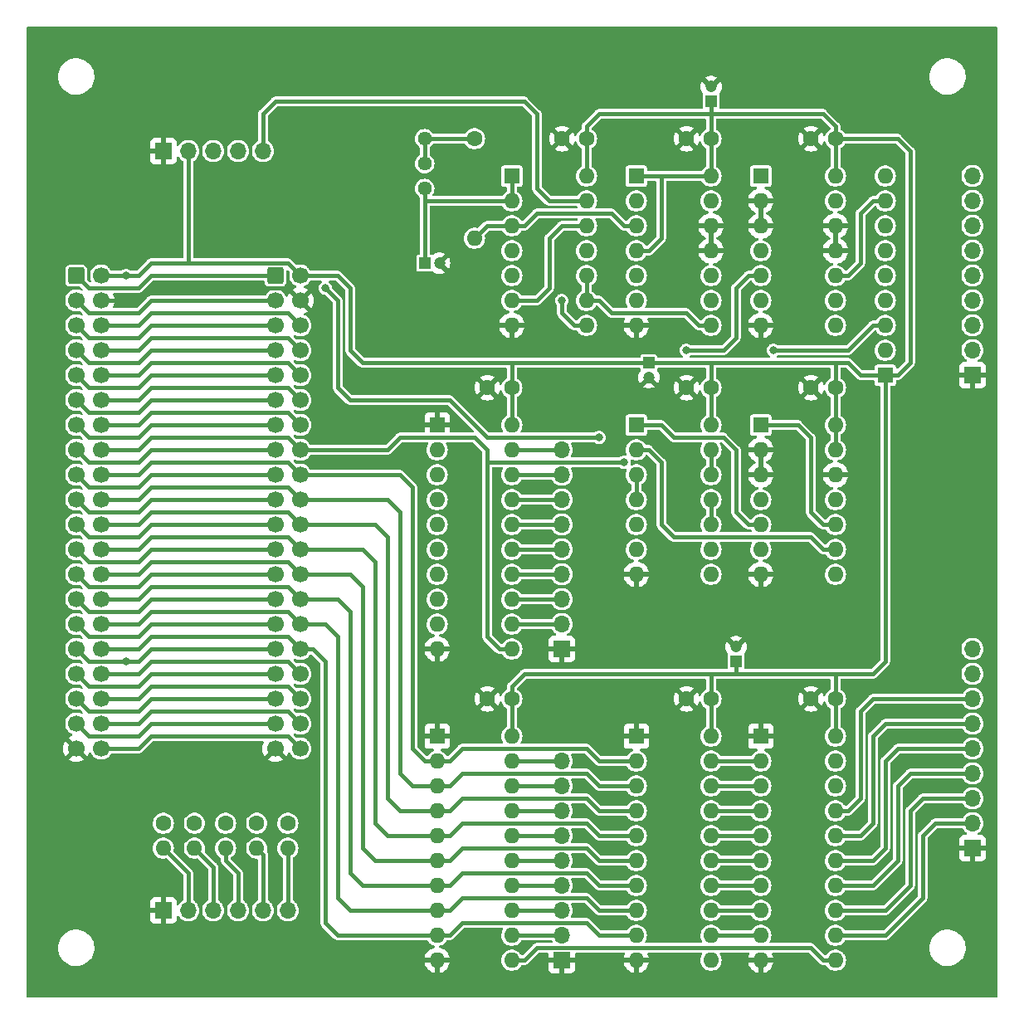
<source format=gtl>
G04 #@! TF.GenerationSoftware,KiCad,Pcbnew,(7.0.0)*
G04 #@! TF.CreationDate,2023-07-06T22:10:28+02:00*
G04 #@! TF.ProjectId,cdp-leddriver,6364702d-6c65-4646-9472-697665722e6b,1*
G04 #@! TF.SameCoordinates,Original*
G04 #@! TF.FileFunction,Copper,L1,Top*
G04 #@! TF.FilePolarity,Positive*
%FSLAX46Y46*%
G04 Gerber Fmt 4.6, Leading zero omitted, Abs format (unit mm)*
G04 Created by KiCad (PCBNEW (7.0.0)) date 2023-07-06 22:10:28*
%MOMM*%
%LPD*%
G01*
G04 APERTURE LIST*
G04 Aperture macros list*
%AMRoundRect*
0 Rectangle with rounded corners*
0 $1 Rounding radius*
0 $2 $3 $4 $5 $6 $7 $8 $9 X,Y pos of 4 corners*
0 Add a 4 corners polygon primitive as box body*
4,1,4,$2,$3,$4,$5,$6,$7,$8,$9,$2,$3,0*
0 Add four circle primitives for the rounded corners*
1,1,$1+$1,$2,$3*
1,1,$1+$1,$4,$5*
1,1,$1+$1,$6,$7*
1,1,$1+$1,$8,$9*
0 Add four rect primitives between the rounded corners*
20,1,$1+$1,$2,$3,$4,$5,0*
20,1,$1+$1,$4,$5,$6,$7,0*
20,1,$1+$1,$6,$7,$8,$9,0*
20,1,$1+$1,$8,$9,$2,$3,0*%
G04 Aperture macros list end*
G04 #@! TA.AperFunction,ComponentPad*
%ADD10R,1.600000X1.600000*%
G04 #@! TD*
G04 #@! TA.AperFunction,ComponentPad*
%ADD11O,1.600000X1.600000*%
G04 #@! TD*
G04 #@! TA.AperFunction,ComponentPad*
%ADD12C,1.600000*%
G04 #@! TD*
G04 #@! TA.AperFunction,ComponentPad*
%ADD13RoundRect,0.250000X-0.600000X-0.600000X0.600000X-0.600000X0.600000X0.600000X-0.600000X0.600000X0*%
G04 #@! TD*
G04 #@! TA.AperFunction,ComponentPad*
%ADD14C,1.700000*%
G04 #@! TD*
G04 #@! TA.AperFunction,ComponentPad*
%ADD15R,1.700000X1.700000*%
G04 #@! TD*
G04 #@! TA.AperFunction,ComponentPad*
%ADD16O,1.700000X1.700000*%
G04 #@! TD*
G04 #@! TA.AperFunction,ComponentPad*
%ADD17R,1.200000X1.200000*%
G04 #@! TD*
G04 #@! TA.AperFunction,ComponentPad*
%ADD18C,1.200000*%
G04 #@! TD*
G04 #@! TA.AperFunction,ComponentPad*
%ADD19C,1.440000*%
G04 #@! TD*
G04 #@! TA.AperFunction,ViaPad*
%ADD20C,0.800000*%
G04 #@! TD*
G04 #@! TA.AperFunction,Conductor*
%ADD21C,0.420000*%
G04 #@! TD*
G04 APERTURE END LIST*
D10*
X182879999Y-60959999D03*
D11*
X182879999Y-63499999D03*
X182879999Y-66039999D03*
X182879999Y-68579999D03*
X182879999Y-71119999D03*
X182879999Y-73659999D03*
X182879999Y-76199999D03*
X190499999Y-76199999D03*
X190499999Y-73659999D03*
X190499999Y-71119999D03*
X190499999Y-68579999D03*
X190499999Y-66039999D03*
X190499999Y-63499999D03*
X190499999Y-60959999D03*
D12*
X128270000Y-127000000D03*
D11*
X128269999Y-129539999D03*
D12*
X157480000Y-114300000D03*
X154980000Y-114300000D03*
D13*
X113030000Y-71120000D03*
D14*
X115570000Y-71120000D03*
X113030000Y-73660000D03*
X115570000Y-73660000D03*
X113030000Y-76200000D03*
X115570000Y-76200000D03*
X113030000Y-78740000D03*
X115570000Y-78740000D03*
X113030000Y-81280000D03*
X115570000Y-81280000D03*
X113030000Y-83820000D03*
X115570000Y-83820000D03*
X113030000Y-86360000D03*
X115570000Y-86360000D03*
X113030000Y-88900000D03*
X115570000Y-88900000D03*
X113030000Y-91440000D03*
X115570000Y-91440000D03*
X113030000Y-93980000D03*
X115570000Y-93980000D03*
X113030000Y-96520000D03*
X115570000Y-96520000D03*
X113030000Y-99060000D03*
X115570000Y-99060000D03*
X113030000Y-101600000D03*
X115570000Y-101600000D03*
X113030000Y-104140000D03*
X115570000Y-104140000D03*
X113030000Y-106680000D03*
X115570000Y-106680000D03*
X113030000Y-109220000D03*
X115570000Y-109220000D03*
X113030000Y-111760000D03*
X115570000Y-111760000D03*
X113030000Y-114300000D03*
X115570000Y-114300000D03*
X113030000Y-116840000D03*
X115570000Y-116840000D03*
X113030000Y-119380000D03*
X115570000Y-119380000D03*
D10*
X149859999Y-118109999D03*
D11*
X149859999Y-120649999D03*
X149859999Y-123189999D03*
X149859999Y-125729999D03*
X149859999Y-128269999D03*
X149859999Y-130809999D03*
X149859999Y-133349999D03*
X149859999Y-135889999D03*
X149859999Y-138429999D03*
X149859999Y-140969999D03*
X157479999Y-140969999D03*
X157479999Y-138429999D03*
X157479999Y-135889999D03*
X157479999Y-133349999D03*
X157479999Y-130809999D03*
X157479999Y-128269999D03*
X157479999Y-125729999D03*
X157479999Y-123189999D03*
X157479999Y-120649999D03*
X157479999Y-118109999D03*
D10*
X182879999Y-86359999D03*
D11*
X182879999Y-88899999D03*
X182879999Y-91439999D03*
X182879999Y-93979999D03*
X182879999Y-96519999D03*
X182879999Y-99059999D03*
X182879999Y-101599999D03*
X190499999Y-101599999D03*
X190499999Y-99059999D03*
X190499999Y-96519999D03*
X190499999Y-93979999D03*
X190499999Y-91439999D03*
X190499999Y-88899999D03*
X190499999Y-86359999D03*
D13*
X133350000Y-71120000D03*
D14*
X135890000Y-71120000D03*
X133350000Y-73660000D03*
X135890000Y-73660000D03*
X133350000Y-76200000D03*
X135890000Y-76200000D03*
X133350000Y-78740000D03*
X135890000Y-78740000D03*
X133350000Y-81280000D03*
X135890000Y-81280000D03*
X133350000Y-83820000D03*
X135890000Y-83820000D03*
X133350000Y-86360000D03*
X135890000Y-86360000D03*
X133350000Y-88900000D03*
X135890000Y-88900000D03*
X133350000Y-91440000D03*
X135890000Y-91440000D03*
X133350000Y-93980000D03*
X135890000Y-93980000D03*
X133350000Y-96520000D03*
X135890000Y-96520000D03*
X133350000Y-99060000D03*
X135890000Y-99060000D03*
X133350000Y-101600000D03*
X135890000Y-101600000D03*
X133350000Y-104140000D03*
X135890000Y-104140000D03*
X133350000Y-106680000D03*
X135890000Y-106680000D03*
X133350000Y-109220000D03*
X135890000Y-109220000D03*
X133350000Y-111760000D03*
X135890000Y-111760000D03*
X133350000Y-114300000D03*
X135890000Y-114300000D03*
X133350000Y-116840000D03*
X135890000Y-116840000D03*
X133350000Y-119380000D03*
X135890000Y-119380000D03*
D10*
X182879999Y-118109999D03*
D11*
X182879999Y-120649999D03*
X182879999Y-123189999D03*
X182879999Y-125729999D03*
X182879999Y-128269999D03*
X182879999Y-130809999D03*
X182879999Y-133349999D03*
X182879999Y-135889999D03*
X182879999Y-138429999D03*
X182879999Y-140969999D03*
X190499999Y-140969999D03*
X190499999Y-138429999D03*
X190499999Y-135889999D03*
X190499999Y-133349999D03*
X190499999Y-130809999D03*
X190499999Y-128269999D03*
X190499999Y-125729999D03*
X190499999Y-123189999D03*
X190499999Y-120649999D03*
X190499999Y-118109999D03*
D15*
X162559999Y-140969999D03*
D16*
X162559999Y-138429999D03*
X162559999Y-135889999D03*
X162559999Y-133349999D03*
X162559999Y-130809999D03*
X162559999Y-128269999D03*
X162559999Y-125729999D03*
X162559999Y-123189999D03*
X162559999Y-120649999D03*
D12*
X121920000Y-127000000D03*
D11*
X121919999Y-129539999D03*
D12*
X165100000Y-57150000D03*
X162600000Y-57150000D03*
D15*
X121919999Y-58419999D03*
D16*
X124459999Y-58419999D03*
X126999999Y-58419999D03*
X129539999Y-58419999D03*
X132079999Y-58419999D03*
D12*
X190500000Y-82550000D03*
X188000000Y-82550000D03*
X190500000Y-114300000D03*
X188000000Y-114300000D03*
D10*
X157479999Y-60959999D03*
D11*
X157479999Y-63499999D03*
X157479999Y-66039999D03*
X157479999Y-68579999D03*
X157479999Y-71119999D03*
X157479999Y-73659999D03*
X157479999Y-76199999D03*
X165099999Y-76199999D03*
X165099999Y-73659999D03*
X165099999Y-71119999D03*
X165099999Y-68579999D03*
X165099999Y-66039999D03*
X165099999Y-63499999D03*
X165099999Y-60959999D03*
D10*
X195579999Y-81279999D03*
D11*
X195579999Y-78739999D03*
X195579999Y-76199999D03*
X195579999Y-73659999D03*
X195579999Y-71119999D03*
X195579999Y-68579999D03*
X195579999Y-66039999D03*
X195579999Y-63499999D03*
X195579999Y-60959999D03*
D10*
X170179999Y-60959999D03*
D11*
X170179999Y-63499999D03*
X170179999Y-66039999D03*
X170179999Y-68579999D03*
X170179999Y-71119999D03*
X170179999Y-73659999D03*
X170179999Y-76199999D03*
X177799999Y-76199999D03*
X177799999Y-73659999D03*
X177799999Y-71119999D03*
X177799999Y-68579999D03*
X177799999Y-66039999D03*
X177799999Y-63499999D03*
X177799999Y-60959999D03*
D17*
X148589999Y-69849999D03*
D18*
X150090000Y-69850000D03*
D12*
X177800000Y-57150000D03*
X175300000Y-57150000D03*
X134620000Y-127000000D03*
D11*
X134619999Y-129539999D03*
D12*
X190500000Y-57150000D03*
X188000000Y-57150000D03*
D15*
X162559999Y-109219999D03*
D16*
X162559999Y-106679999D03*
X162559999Y-104139999D03*
X162559999Y-101599999D03*
X162559999Y-99059999D03*
X162559999Y-96519999D03*
X162559999Y-93979999D03*
X162559999Y-91439999D03*
X162559999Y-88899999D03*
D15*
X121919999Y-135889999D03*
D16*
X124459999Y-135889999D03*
X126999999Y-135889999D03*
X129539999Y-135889999D03*
X132079999Y-135889999D03*
X134619999Y-135889999D03*
D19*
X148590000Y-57150000D03*
X148590000Y-59690000D03*
X148590000Y-62230000D03*
D12*
X177800000Y-82550000D03*
X175300000Y-82550000D03*
D17*
X171449999Y-80009999D03*
D18*
X171450000Y-81510000D03*
D10*
X170179999Y-118109999D03*
D11*
X170179999Y-120649999D03*
X170179999Y-123189999D03*
X170179999Y-125729999D03*
X170179999Y-128269999D03*
X170179999Y-130809999D03*
X170179999Y-133349999D03*
X170179999Y-135889999D03*
X170179999Y-138429999D03*
X170179999Y-140969999D03*
X177799999Y-140969999D03*
X177799999Y-138429999D03*
X177799999Y-135889999D03*
X177799999Y-133349999D03*
X177799999Y-130809999D03*
X177799999Y-128269999D03*
X177799999Y-125729999D03*
X177799999Y-123189999D03*
X177799999Y-120649999D03*
X177799999Y-118109999D03*
D12*
X177800000Y-114300000D03*
X175300000Y-114300000D03*
X157480000Y-82550000D03*
X154980000Y-82550000D03*
D17*
X180339999Y-110489999D03*
D18*
X180340000Y-108990000D03*
D15*
X204469999Y-81279999D03*
D16*
X204469999Y-78739999D03*
X204469999Y-76199999D03*
X204469999Y-73659999D03*
X204469999Y-71119999D03*
X204469999Y-68579999D03*
X204469999Y-66039999D03*
X204469999Y-63499999D03*
X204469999Y-60959999D03*
D15*
X204469999Y-129539999D03*
D16*
X204469999Y-126999999D03*
X204469999Y-124459999D03*
X204469999Y-121919999D03*
X204469999Y-119379999D03*
X204469999Y-116839999D03*
X204469999Y-114299999D03*
X204469999Y-111759999D03*
X204469999Y-109219999D03*
D10*
X170179999Y-86359999D03*
D11*
X170179999Y-88899999D03*
X170179999Y-91439999D03*
X170179999Y-93979999D03*
X170179999Y-96519999D03*
X170179999Y-99059999D03*
X170179999Y-101599999D03*
X177799999Y-101599999D03*
X177799999Y-99059999D03*
X177799999Y-96519999D03*
X177799999Y-93979999D03*
X177799999Y-91439999D03*
X177799999Y-88899999D03*
X177799999Y-86359999D03*
D12*
X131445000Y-127000000D03*
D11*
X131444999Y-129539999D03*
D12*
X153670000Y-57150000D03*
D11*
X153669999Y-67309999D03*
D17*
X177799999Y-53339999D03*
D18*
X177800000Y-51840000D03*
D10*
X149859999Y-86359999D03*
D11*
X149859999Y-88899999D03*
X149859999Y-91439999D03*
X149859999Y-93979999D03*
X149859999Y-96519999D03*
X149859999Y-99059999D03*
X149859999Y-101599999D03*
X149859999Y-104139999D03*
X149859999Y-106679999D03*
X149859999Y-109219999D03*
X157479999Y-109219999D03*
X157479999Y-106679999D03*
X157479999Y-104139999D03*
X157479999Y-101599999D03*
X157479999Y-99059999D03*
X157479999Y-96519999D03*
X157479999Y-93979999D03*
X157479999Y-91439999D03*
X157479999Y-88899999D03*
X157479999Y-86359999D03*
D12*
X125095000Y-127000000D03*
D11*
X125094999Y-129539999D03*
D20*
X118110000Y-110490000D03*
X118110000Y-71120000D03*
X166370000Y-87630000D03*
X138430000Y-72390000D03*
X168910000Y-90170000D03*
X184150000Y-78740000D03*
X175260000Y-78740000D03*
X162560000Y-73660000D03*
D21*
X119380000Y-72390000D02*
X120650000Y-71120000D01*
X120650000Y-71120000D02*
X133350000Y-71120000D01*
X114300000Y-72390000D02*
X119380000Y-72390000D01*
X113030000Y-71120000D02*
X114300000Y-72390000D01*
X158750000Y-111760000D02*
X177800000Y-111760000D01*
X190500000Y-82550000D02*
X190500000Y-86360000D01*
X195580000Y-110490000D02*
X195580000Y-81280000D01*
X189230000Y-54610000D02*
X177800000Y-54610000D01*
X194310000Y-111760000D02*
X195580000Y-110490000D01*
X170180000Y-60960000D02*
X172720000Y-60960000D01*
X119380000Y-71120000D02*
X120650000Y-69850000D01*
X165100000Y-60960000D02*
X165100000Y-57150000D01*
X157480000Y-82550000D02*
X157480000Y-86360000D01*
X134620000Y-69850000D02*
X135890000Y-71120000D01*
X157480000Y-115570000D02*
X157480000Y-118110000D01*
X177800000Y-60960000D02*
X177800000Y-57150000D01*
X157480000Y-114300000D02*
X157480000Y-113030000D01*
X177800000Y-111760000D02*
X180340000Y-111760000D01*
X166370000Y-54610000D02*
X165100000Y-55880000D01*
X193040000Y-81280000D02*
X195580000Y-81280000D01*
X180340000Y-110490000D02*
X180340000Y-111760000D01*
X177800000Y-82550000D02*
X177800000Y-80010000D01*
X177800000Y-114300000D02*
X177800000Y-111760000D01*
X177800000Y-53340000D02*
X177800000Y-54610000D01*
X135890000Y-71120000D02*
X139700000Y-71120000D01*
X119380000Y-110490000D02*
X120650000Y-109220000D01*
X190500000Y-80010000D02*
X191770000Y-80010000D01*
X177800000Y-80010000D02*
X190500000Y-80010000D01*
X157480000Y-80010000D02*
X177800000Y-80010000D01*
X172720000Y-60960000D02*
X177800000Y-60960000D01*
X165100000Y-55880000D02*
X165100000Y-57150000D01*
X190500000Y-115570000D02*
X190500000Y-118110000D01*
X177800000Y-115570000D02*
X177800000Y-118110000D01*
X190500000Y-86360000D02*
X190500000Y-88900000D01*
X195580000Y-81280000D02*
X196850000Y-81280000D01*
X115570000Y-71120000D02*
X118110000Y-71120000D01*
X196850000Y-81280000D02*
X198120000Y-80010000D01*
X166370000Y-54610000D02*
X177800000Y-54610000D01*
X120650000Y-69850000D02*
X124460000Y-69850000D01*
X157480000Y-113030000D02*
X158750000Y-111760000D01*
X190500000Y-57150000D02*
X190500000Y-60960000D01*
X157480000Y-82550000D02*
X157480000Y-80010000D01*
X177800000Y-114300000D02*
X177800000Y-115570000D01*
X124460000Y-69850000D02*
X134620000Y-69850000D01*
X140970000Y-78740000D02*
X142240000Y-80010000D01*
X177800000Y-82550000D02*
X177800000Y-86360000D01*
X170180000Y-68580000D02*
X171450000Y-68580000D01*
X180340000Y-111760000D02*
X190500000Y-111760000D01*
X198120000Y-80010000D02*
X198120000Y-58420000D01*
X124460000Y-58420000D02*
X124460000Y-69850000D01*
X177800000Y-57150000D02*
X177800000Y-54610000D01*
X198120000Y-58420000D02*
X196850000Y-57150000D01*
X171450000Y-68580000D02*
X172720000Y-67310000D01*
X196850000Y-57150000D02*
X190500000Y-57150000D01*
X190500000Y-114300000D02*
X190500000Y-111760000D01*
X120650000Y-109220000D02*
X133350000Y-109220000D01*
X142240000Y-80010000D02*
X157480000Y-80010000D01*
X139700000Y-71120000D02*
X140970000Y-72390000D01*
X191770000Y-80010000D02*
X193040000Y-81280000D01*
X118110000Y-110490000D02*
X119380000Y-110490000D01*
X140970000Y-72390000D02*
X140970000Y-78740000D01*
X190500000Y-114300000D02*
X190500000Y-115570000D01*
X190500000Y-55880000D02*
X189230000Y-54610000D01*
X172720000Y-67310000D02*
X172720000Y-60960000D01*
X157480000Y-114300000D02*
X157480000Y-115570000D01*
X113030000Y-109220000D02*
X114300000Y-110490000D01*
X114300000Y-110490000D02*
X118110000Y-110490000D01*
X190500000Y-57150000D02*
X190500000Y-55880000D01*
X190500000Y-111760000D02*
X194310000Y-111760000D01*
X190500000Y-82550000D02*
X190500000Y-80010000D01*
X118110000Y-71120000D02*
X119380000Y-71120000D01*
X120650000Y-73660000D02*
X133350000Y-73660000D01*
X140970000Y-83820000D02*
X151130000Y-83820000D01*
X114300000Y-74930000D02*
X119380000Y-74930000D01*
X139700000Y-82550000D02*
X140970000Y-83820000D01*
X151130000Y-83820000D02*
X154940000Y-87630000D01*
X154940000Y-87630000D02*
X166370000Y-87630000D01*
X138430000Y-72390000D02*
X139700000Y-73660000D01*
X113030000Y-73660000D02*
X114300000Y-74930000D01*
X139700000Y-73660000D02*
X139700000Y-82550000D01*
X119380000Y-74930000D02*
X120650000Y-73660000D01*
X120650000Y-72390000D02*
X119380000Y-73660000D01*
X119380000Y-73660000D02*
X115570000Y-73660000D01*
X134620000Y-72390000D02*
X120650000Y-72390000D01*
X135890000Y-73660000D02*
X134620000Y-72390000D01*
X113030000Y-76200000D02*
X114300000Y-77470000D01*
X119380000Y-77470000D02*
X120650000Y-76200000D01*
X114300000Y-77470000D02*
X119380000Y-77470000D01*
X120650000Y-76200000D02*
X133350000Y-76200000D01*
X120650000Y-74930000D02*
X134620000Y-74930000D01*
X119380000Y-76200000D02*
X120650000Y-74930000D01*
X115570000Y-76200000D02*
X119380000Y-76200000D01*
X134620000Y-74930000D02*
X135890000Y-76200000D01*
X119380000Y-80010000D02*
X120650000Y-78740000D01*
X113030000Y-78740000D02*
X114300000Y-80010000D01*
X114300000Y-80010000D02*
X119380000Y-80010000D01*
X120650000Y-78740000D02*
X133350000Y-78740000D01*
X119380000Y-78740000D02*
X120650000Y-77470000D01*
X134620000Y-77470000D02*
X135890000Y-78740000D01*
X120650000Y-77470000D02*
X134620000Y-77470000D01*
X115570000Y-78740000D02*
X119380000Y-78740000D01*
X114300000Y-82550000D02*
X119380000Y-82550000D01*
X113030000Y-81280000D02*
X114300000Y-82550000D01*
X119380000Y-82550000D02*
X120650000Y-81280000D01*
X120650000Y-81280000D02*
X133350000Y-81280000D01*
X134620000Y-80010000D02*
X135890000Y-81280000D01*
X120650000Y-80010000D02*
X134620000Y-80010000D01*
X115570000Y-81280000D02*
X119380000Y-81280000D01*
X119380000Y-81280000D02*
X120650000Y-80010000D01*
X119380000Y-85090000D02*
X120650000Y-83820000D01*
X120650000Y-83820000D02*
X133350000Y-83820000D01*
X114300000Y-85090000D02*
X119380000Y-85090000D01*
X113030000Y-83820000D02*
X114300000Y-85090000D01*
X134620000Y-82550000D02*
X135890000Y-83820000D01*
X119380000Y-83820000D02*
X120650000Y-82550000D01*
X120650000Y-82550000D02*
X134620000Y-82550000D01*
X115570000Y-83820000D02*
X119380000Y-83820000D01*
X120650000Y-86360000D02*
X133350000Y-86360000D01*
X113030000Y-86360000D02*
X114300000Y-87630000D01*
X119380000Y-87630000D02*
X120650000Y-86360000D01*
X114300000Y-87630000D02*
X119380000Y-87630000D01*
X115570000Y-86360000D02*
X119380000Y-86360000D01*
X134620000Y-85090000D02*
X135890000Y-86360000D01*
X119380000Y-86360000D02*
X120650000Y-85090000D01*
X120650000Y-85090000D02*
X134620000Y-85090000D01*
X113030000Y-88900000D02*
X114300000Y-90170000D01*
X120650000Y-88900000D02*
X133350000Y-88900000D01*
X114300000Y-90170000D02*
X119380000Y-90170000D01*
X119380000Y-90170000D02*
X120650000Y-88900000D01*
X144780000Y-88900000D02*
X146050000Y-87630000D01*
X154940000Y-88900000D02*
X154940000Y-90170000D01*
X154940000Y-107950000D02*
X156210000Y-109220000D01*
X187960000Y-139700000D02*
X189230000Y-140970000D01*
X157480000Y-140970000D02*
X158750000Y-140970000D01*
X119380000Y-88900000D02*
X120650000Y-87630000D01*
X160020000Y-139700000D02*
X187960000Y-139700000D01*
X154940000Y-90170000D02*
X168910000Y-90170000D01*
X120650000Y-87630000D02*
X134620000Y-87630000D01*
X158750000Y-140970000D02*
X160020000Y-139700000D01*
X146050000Y-87630000D02*
X153670000Y-87630000D01*
X134620000Y-87630000D02*
X135890000Y-88900000D01*
X189230000Y-140970000D02*
X190500000Y-140970000D01*
X153670000Y-87630000D02*
X154940000Y-88900000D01*
X115570000Y-88900000D02*
X119380000Y-88900000D01*
X135890000Y-88900000D02*
X144780000Y-88900000D01*
X156210000Y-109220000D02*
X157480000Y-109220000D01*
X154940000Y-90170000D02*
X154940000Y-107950000D01*
X120650000Y-91440000D02*
X133350000Y-91440000D01*
X114300000Y-92710000D02*
X119380000Y-92710000D01*
X119380000Y-92710000D02*
X120650000Y-91440000D01*
X113030000Y-91440000D02*
X114300000Y-92710000D01*
X147320000Y-119380000D02*
X148590000Y-120650000D01*
X152400000Y-119380000D02*
X151130000Y-120650000D01*
X148590000Y-120650000D02*
X149860000Y-120650000D01*
X119380000Y-91440000D02*
X120650000Y-90170000D01*
X134620000Y-90170000D02*
X135890000Y-91440000D01*
X165100000Y-119380000D02*
X152400000Y-119380000D01*
X166370000Y-120650000D02*
X165100000Y-119380000D01*
X146050000Y-91440000D02*
X147320000Y-92710000D01*
X170180000Y-120650000D02*
X166370000Y-120650000D01*
X147320000Y-92710000D02*
X147320000Y-119380000D01*
X135890000Y-91440000D02*
X146050000Y-91440000D01*
X115570000Y-91440000D02*
X119380000Y-91440000D01*
X120650000Y-90170000D02*
X134620000Y-90170000D01*
X151130000Y-120650000D02*
X149860000Y-120650000D01*
X113030000Y-93980000D02*
X114300000Y-95250000D01*
X119380000Y-95250000D02*
X120650000Y-93980000D01*
X114300000Y-95250000D02*
X119380000Y-95250000D01*
X120650000Y-93980000D02*
X133350000Y-93980000D01*
X134620000Y-92710000D02*
X135890000Y-93980000D01*
X135890000Y-93980000D02*
X144780000Y-93980000D01*
X151130000Y-123190000D02*
X149860000Y-123190000D01*
X115570000Y-93980000D02*
X119380000Y-93980000D01*
X144780000Y-93980000D02*
X146050000Y-95250000D01*
X165100000Y-121920000D02*
X152400000Y-121920000D01*
X152400000Y-121920000D02*
X151130000Y-123190000D01*
X147320000Y-123190000D02*
X149860000Y-123190000D01*
X120650000Y-92710000D02*
X134620000Y-92710000D01*
X166370000Y-123190000D02*
X165100000Y-121920000D01*
X146050000Y-121920000D02*
X147320000Y-123190000D01*
X170180000Y-123190000D02*
X166370000Y-123190000D01*
X119380000Y-93980000D02*
X120650000Y-92710000D01*
X146050000Y-95250000D02*
X146050000Y-121920000D01*
X120650000Y-96520000D02*
X133350000Y-96520000D01*
X113030000Y-96520000D02*
X114300000Y-97790000D01*
X114300000Y-97790000D02*
X119380000Y-97790000D01*
X119380000Y-97790000D02*
X120650000Y-96520000D01*
X120650000Y-95250000D02*
X134620000Y-95250000D01*
X134620000Y-95250000D02*
X135890000Y-96520000D01*
X119380000Y-96520000D02*
X120650000Y-95250000D01*
X152400000Y-124460000D02*
X151130000Y-125730000D01*
X166370000Y-125730000D02*
X165100000Y-124460000D01*
X135890000Y-96520000D02*
X143510000Y-96520000D01*
X165100000Y-124460000D02*
X152400000Y-124460000D01*
X144780000Y-124460000D02*
X146050000Y-125730000D01*
X170180000Y-125730000D02*
X166370000Y-125730000D01*
X151130000Y-125730000D02*
X149860000Y-125730000D01*
X143510000Y-96520000D02*
X144780000Y-97790000D01*
X144780000Y-97790000D02*
X144780000Y-124460000D01*
X115570000Y-96520000D02*
X119380000Y-96520000D01*
X146050000Y-125730000D02*
X149860000Y-125730000D01*
X119380000Y-100330000D02*
X120650000Y-99060000D01*
X113030000Y-99060000D02*
X114300000Y-100330000D01*
X120650000Y-99060000D02*
X133350000Y-99060000D01*
X114300000Y-100330000D02*
X119380000Y-100330000D01*
X135890000Y-99060000D02*
X142240000Y-99060000D01*
X144780000Y-128270000D02*
X149860000Y-128270000D01*
X151130000Y-128270000D02*
X149860000Y-128270000D01*
X142240000Y-99060000D02*
X143510000Y-100330000D01*
X119380000Y-99060000D02*
X120650000Y-97790000D01*
X115570000Y-99060000D02*
X119380000Y-99060000D01*
X120650000Y-97790000D02*
X134620000Y-97790000D01*
X143510000Y-100330000D02*
X143510000Y-127000000D01*
X134620000Y-97790000D02*
X135890000Y-99060000D01*
X152400000Y-127000000D02*
X151130000Y-128270000D01*
X165100000Y-127000000D02*
X152400000Y-127000000D01*
X143510000Y-127000000D02*
X144780000Y-128270000D01*
X170180000Y-128270000D02*
X166370000Y-128270000D01*
X166370000Y-128270000D02*
X165100000Y-127000000D01*
X113030000Y-101600000D02*
X114300000Y-102870000D01*
X119380000Y-102870000D02*
X120650000Y-101600000D01*
X114300000Y-102870000D02*
X119380000Y-102870000D01*
X120650000Y-101600000D02*
X133350000Y-101600000D01*
X152400000Y-129540000D02*
X151130000Y-130810000D01*
X166370000Y-130810000D02*
X165100000Y-129540000D01*
X134620000Y-100330000D02*
X135890000Y-101600000D01*
X119380000Y-101600000D02*
X120650000Y-100330000D01*
X115570000Y-101600000D02*
X119380000Y-101600000D01*
X165100000Y-129540000D02*
X152400000Y-129540000D01*
X143510000Y-130810000D02*
X149860000Y-130810000D01*
X142240000Y-102870000D02*
X142240000Y-129540000D01*
X151130000Y-130810000D02*
X149860000Y-130810000D01*
X135890000Y-101600000D02*
X140970000Y-101600000D01*
X120650000Y-100330000D02*
X134620000Y-100330000D01*
X142240000Y-129540000D02*
X143510000Y-130810000D01*
X170180000Y-130810000D02*
X166370000Y-130810000D01*
X140970000Y-101600000D02*
X142240000Y-102870000D01*
X119380000Y-105410000D02*
X120650000Y-104140000D01*
X113030000Y-104140000D02*
X114300000Y-105410000D01*
X114300000Y-105410000D02*
X119380000Y-105410000D01*
X120650000Y-104140000D02*
X133350000Y-104140000D01*
X165100000Y-132080000D02*
X152400000Y-132080000D01*
X140970000Y-105410000D02*
X140970000Y-132080000D01*
X134620000Y-102870000D02*
X135890000Y-104140000D01*
X119380000Y-104140000D02*
X120650000Y-102870000D01*
X135890000Y-104140000D02*
X139700000Y-104140000D01*
X140970000Y-132080000D02*
X142240000Y-133350000D01*
X152400000Y-132080000D02*
X151130000Y-133350000D01*
X142240000Y-133350000D02*
X149860000Y-133350000D01*
X166370000Y-133350000D02*
X165100000Y-132080000D01*
X115570000Y-104140000D02*
X119380000Y-104140000D01*
X170180000Y-133350000D02*
X166370000Y-133350000D01*
X139700000Y-104140000D02*
X140970000Y-105410000D01*
X120650000Y-102870000D02*
X134620000Y-102870000D01*
X151130000Y-133350000D02*
X149860000Y-133350000D01*
X114300000Y-107950000D02*
X119380000Y-107950000D01*
X120650000Y-106680000D02*
X133350000Y-106680000D01*
X113030000Y-106680000D02*
X114300000Y-107950000D01*
X119380000Y-107950000D02*
X120650000Y-106680000D01*
X170180000Y-135890000D02*
X166370000Y-135890000D01*
X135890000Y-106680000D02*
X138430000Y-106680000D01*
X151130000Y-135890000D02*
X149860000Y-135890000D01*
X138430000Y-106680000D02*
X139700000Y-107950000D01*
X139700000Y-107950000D02*
X139700000Y-134620000D01*
X165100000Y-134620000D02*
X152400000Y-134620000D01*
X120650000Y-105410000D02*
X134620000Y-105410000D01*
X152400000Y-134620000D02*
X151130000Y-135890000D01*
X166370000Y-135890000D02*
X165100000Y-134620000D01*
X119380000Y-106680000D02*
X120650000Y-105410000D01*
X115570000Y-106680000D02*
X119380000Y-106680000D01*
X139700000Y-134620000D02*
X140970000Y-135890000D01*
X140970000Y-135890000D02*
X149860000Y-135890000D01*
X134620000Y-105410000D02*
X135890000Y-106680000D01*
X137160000Y-109220000D02*
X138430000Y-110490000D01*
X134620000Y-107950000D02*
X135890000Y-109220000D01*
X135890000Y-109220000D02*
X137160000Y-109220000D01*
X170180000Y-138430000D02*
X166370000Y-138430000D01*
X120650000Y-107950000D02*
X134620000Y-107950000D01*
X119380000Y-109220000D02*
X120650000Y-107950000D01*
X165100000Y-137160000D02*
X152400000Y-137160000D01*
X166370000Y-138430000D02*
X165100000Y-137160000D01*
X151130000Y-138430000D02*
X149860000Y-138430000D01*
X139700000Y-138430000D02*
X149860000Y-138430000D01*
X138430000Y-137160000D02*
X139700000Y-138430000D01*
X152400000Y-137160000D02*
X151130000Y-138430000D01*
X138430000Y-110490000D02*
X138430000Y-137160000D01*
X115570000Y-109220000D02*
X119380000Y-109220000D01*
X119380000Y-113030000D02*
X120650000Y-111760000D01*
X113030000Y-111760000D02*
X114300000Y-113030000D01*
X120650000Y-111760000D02*
X133350000Y-111760000D01*
X114300000Y-113030000D02*
X119380000Y-113030000D01*
X115570000Y-111760000D02*
X119380000Y-111760000D01*
X120650000Y-110490000D02*
X134620000Y-110490000D01*
X134620000Y-110490000D02*
X135890000Y-111760000D01*
X119380000Y-111760000D02*
X120650000Y-110490000D01*
X114300000Y-115570000D02*
X119380000Y-115570000D01*
X113030000Y-114300000D02*
X114300000Y-115570000D01*
X119380000Y-115570000D02*
X120650000Y-114300000D01*
X120650000Y-114300000D02*
X133350000Y-114300000D01*
X134620000Y-113030000D02*
X135890000Y-114300000D01*
X115570000Y-114300000D02*
X119380000Y-114300000D01*
X120650000Y-113030000D02*
X134620000Y-113030000D01*
X119380000Y-114300000D02*
X120650000Y-113030000D01*
X120650000Y-116840000D02*
X133350000Y-116840000D01*
X119380000Y-118110000D02*
X120650000Y-116840000D01*
X114300000Y-118110000D02*
X119380000Y-118110000D01*
X113030000Y-116840000D02*
X114300000Y-118110000D01*
X120650000Y-115570000D02*
X134620000Y-115570000D01*
X134620000Y-115570000D02*
X135890000Y-116840000D01*
X119380000Y-116840000D02*
X120650000Y-115570000D01*
X115570000Y-116840000D02*
X119380000Y-116840000D01*
X120650000Y-118110000D02*
X134620000Y-118110000D01*
X134620000Y-118110000D02*
X135890000Y-119380000D01*
X115570000Y-119380000D02*
X119380000Y-119380000D01*
X119380000Y-119380000D02*
X120650000Y-118110000D01*
X157480000Y-88900000D02*
X162560000Y-88900000D01*
X157480000Y-91440000D02*
X162560000Y-91440000D01*
X157480000Y-93980000D02*
X162560000Y-93980000D01*
X162560000Y-96520000D02*
X157480000Y-96520000D01*
X157480000Y-99060000D02*
X162560000Y-99060000D01*
X162560000Y-101600000D02*
X157480000Y-101600000D01*
X162560000Y-104140000D02*
X157480000Y-104140000D01*
X157480000Y-106680000D02*
X162560000Y-106680000D01*
X177800000Y-138430000D02*
X182880000Y-138430000D01*
X182880000Y-135890000D02*
X177800000Y-135890000D01*
X177800000Y-133350000D02*
X182880000Y-133350000D01*
X182880000Y-130810000D02*
X177800000Y-130810000D01*
X177800000Y-128270000D02*
X182880000Y-128270000D01*
X177800000Y-125730000D02*
X182880000Y-125730000D01*
X182880000Y-123190000D02*
X177800000Y-123190000D01*
X177800000Y-120650000D02*
X182880000Y-120650000D01*
X157480000Y-120650000D02*
X162560000Y-120650000D01*
X162560000Y-123190000D02*
X157480000Y-123190000D01*
X157480000Y-125730000D02*
X162560000Y-125730000D01*
X162560000Y-128270000D02*
X157480000Y-128270000D01*
X157480000Y-130810000D02*
X162560000Y-130810000D01*
X162560000Y-133350000D02*
X157480000Y-133350000D01*
X157480000Y-135890000D02*
X162560000Y-135890000D01*
X162560000Y-138430000D02*
X157480000Y-138430000D01*
X190500000Y-125730000D02*
X191770000Y-125730000D01*
X193040000Y-115570000D02*
X194310000Y-114300000D01*
X191770000Y-125730000D02*
X193040000Y-124460000D01*
X194310000Y-114300000D02*
X204470000Y-114300000D01*
X193040000Y-124460000D02*
X193040000Y-115570000D01*
X194310000Y-118110000D02*
X195580000Y-116840000D01*
X194310000Y-127000000D02*
X194310000Y-118110000D01*
X193040000Y-128270000D02*
X194310000Y-127000000D01*
X195580000Y-116840000D02*
X204470000Y-116840000D01*
X190500000Y-128270000D02*
X193040000Y-128270000D01*
X195580000Y-120650000D02*
X196850000Y-119380000D01*
X194310000Y-130810000D02*
X195580000Y-129540000D01*
X195580000Y-129540000D02*
X195580000Y-120650000D01*
X190500000Y-130810000D02*
X194310000Y-130810000D01*
X196850000Y-119380000D02*
X204470000Y-119380000D01*
X196850000Y-123190000D02*
X198120000Y-121920000D01*
X198120000Y-121920000D02*
X204470000Y-121920000D01*
X190500000Y-133350000D02*
X194310000Y-133350000D01*
X196850000Y-130810000D02*
X196850000Y-123190000D01*
X194310000Y-133350000D02*
X196850000Y-130810000D01*
X195580000Y-135890000D02*
X198120000Y-133350000D01*
X199390000Y-124460000D02*
X204470000Y-124460000D01*
X190500000Y-135890000D02*
X195580000Y-135890000D01*
X198120000Y-133350000D02*
X198120000Y-125730000D01*
X198120000Y-125730000D02*
X199390000Y-124460000D01*
X200660000Y-127000000D02*
X204470000Y-127000000D01*
X199390000Y-134620000D02*
X199390000Y-128270000D01*
X199390000Y-128270000D02*
X200660000Y-127000000D01*
X195580000Y-138430000D02*
X199390000Y-134620000D01*
X190500000Y-138430000D02*
X195580000Y-138430000D01*
X184150000Y-78740000D02*
X191770000Y-78740000D01*
X177800000Y-88900000D02*
X177800000Y-91440000D01*
X195580000Y-76200000D02*
X194310000Y-76200000D01*
X194310000Y-76200000D02*
X191770000Y-78740000D01*
X180340000Y-95250000D02*
X181610000Y-96520000D01*
X173990000Y-87630000D02*
X179070000Y-87630000D01*
X179070000Y-87630000D02*
X180340000Y-88900000D01*
X170180000Y-86360000D02*
X172720000Y-86360000D01*
X172720000Y-86360000D02*
X173990000Y-87630000D01*
X181610000Y-96520000D02*
X182880000Y-96520000D01*
X180340000Y-88900000D02*
X180340000Y-95250000D01*
X187960000Y-97790000D02*
X173990000Y-97790000D01*
X171450000Y-88900000D02*
X170180000Y-88900000D01*
X172720000Y-96520000D02*
X172720000Y-90170000D01*
X189230000Y-99060000D02*
X187960000Y-97790000D01*
X173990000Y-97790000D02*
X172720000Y-96520000D01*
X190500000Y-99060000D02*
X189230000Y-99060000D01*
X172720000Y-90170000D02*
X171450000Y-88900000D01*
X170180000Y-91440000D02*
X170180000Y-93980000D01*
X180340000Y-77470000D02*
X179070000Y-78740000D01*
X179070000Y-78740000D02*
X175260000Y-78740000D01*
X181610000Y-71120000D02*
X180340000Y-72390000D01*
X180340000Y-72390000D02*
X180340000Y-77470000D01*
X182880000Y-71120000D02*
X181610000Y-71120000D01*
X195580000Y-63500000D02*
X194310000Y-63500000D01*
X193040000Y-69850000D02*
X191770000Y-71120000D01*
X193040000Y-64770000D02*
X193040000Y-69850000D01*
X194310000Y-63500000D02*
X193040000Y-64770000D01*
X190500000Y-71120000D02*
X191770000Y-71120000D01*
X157480000Y-60960000D02*
X157480000Y-63500000D01*
X148590000Y-62230000D02*
X148590000Y-63500000D01*
X148590000Y-69850000D02*
X148590000Y-63500000D01*
X148590000Y-63500000D02*
X157480000Y-63500000D01*
X189230000Y-96520000D02*
X190500000Y-96520000D01*
X187960000Y-95250000D02*
X189230000Y-96520000D01*
X182880000Y-86360000D02*
X186690000Y-86360000D01*
X186690000Y-86360000D02*
X187960000Y-87630000D01*
X187960000Y-87630000D02*
X187960000Y-95250000D01*
X177800000Y-93980000D02*
X177800000Y-96520000D01*
X154940000Y-66040000D02*
X157480000Y-66040000D01*
X160020000Y-64770000D02*
X158750000Y-66040000D01*
X158750000Y-66040000D02*
X157480000Y-66040000D01*
X160020000Y-64770000D02*
X167640000Y-64770000D01*
X153670000Y-67310000D02*
X154940000Y-66040000D01*
X170180000Y-66040000D02*
X168910000Y-66040000D01*
X168910000Y-66040000D02*
X167640000Y-64770000D01*
X175260000Y-74930000D02*
X176530000Y-76200000D01*
X176530000Y-76200000D02*
X177800000Y-76200000D01*
X165100000Y-73660000D02*
X166370000Y-73660000D01*
X165100000Y-73660000D02*
X165100000Y-72390000D01*
X166370000Y-73660000D02*
X167640000Y-74930000D01*
X165100000Y-72390000D02*
X165100000Y-71120000D01*
X167640000Y-74930000D02*
X175260000Y-74930000D01*
X160020000Y-73660000D02*
X157480000Y-73660000D01*
X162560000Y-66040000D02*
X161290000Y-67310000D01*
X165100000Y-66040000D02*
X162560000Y-66040000D01*
X161290000Y-67310000D02*
X161290000Y-72390000D01*
X161290000Y-72390000D02*
X160020000Y-73660000D01*
X162560000Y-74930000D02*
X162560000Y-73660000D01*
X163830000Y-76200000D02*
X162560000Y-74930000D01*
X165100000Y-76200000D02*
X163830000Y-76200000D01*
X132080000Y-58420000D02*
X132080000Y-54610000D01*
X133350000Y-53340000D02*
X158750000Y-53340000D01*
X158750000Y-53340000D02*
X160020000Y-54610000D01*
X160020000Y-54610000D02*
X160020000Y-62230000D01*
X161290000Y-63500000D02*
X165100000Y-63500000D01*
X132080000Y-54610000D02*
X133350000Y-53340000D01*
X160020000Y-62230000D02*
X161290000Y-63500000D01*
X153670000Y-57150000D02*
X148590000Y-57150000D01*
X148590000Y-59690000D02*
X148590000Y-57150000D01*
X124460000Y-132080000D02*
X124460000Y-135890000D01*
X121920000Y-129540000D02*
X124460000Y-132080000D01*
X125095000Y-129540000D02*
X127000000Y-131445000D01*
X127000000Y-131445000D02*
X127000000Y-135890000D01*
X128270000Y-129540000D02*
X128270000Y-130810000D01*
X128270000Y-130810000D02*
X129540000Y-132080000D01*
X129540000Y-132080000D02*
X129540000Y-135890000D01*
X132080000Y-130175000D02*
X132080000Y-135890000D01*
X131445000Y-129540000D02*
X132080000Y-130175000D01*
X134620000Y-129540000D02*
X134620000Y-135890000D01*
G04 #@! TA.AperFunction,Conductor*
G36*
X189952500Y-80512113D02*
G01*
X189997887Y-80557500D01*
X190014500Y-80619500D01*
X190014500Y-81516569D01*
X189998829Y-81576908D01*
X189955778Y-81621996D01*
X189853959Y-81685039D01*
X189853949Y-81685045D01*
X189849090Y-81688055D01*
X189844859Y-81691911D01*
X189844855Y-81691915D01*
X189706031Y-81818469D01*
X189706021Y-81818479D01*
X189701791Y-81822336D01*
X189698342Y-81826902D01*
X189698333Y-81826913D01*
X189585126Y-81976823D01*
X189585119Y-81976833D01*
X189581674Y-81981396D01*
X189579124Y-81986516D01*
X189579119Y-81986525D01*
X189495383Y-82154689D01*
X189495379Y-82154697D01*
X189492829Y-82159820D01*
X189486674Y-82181455D01*
X189486149Y-82183299D01*
X189453476Y-82238118D01*
X189397867Y-82269429D01*
X189334051Y-82268936D01*
X189278931Y-82236772D01*
X189247108Y-82181455D01*
X189227668Y-82108904D01*
X189223979Y-82098768D01*
X189132423Y-81902427D01*
X189127025Y-81893077D01*
X189086814Y-81835650D01*
X189078703Y-81828217D01*
X189069424Y-81834128D01*
X188365095Y-82538457D01*
X188358431Y-82550000D01*
X188365095Y-82561542D01*
X189069421Y-83265867D01*
X189078703Y-83271780D01*
X189086814Y-83264348D01*
X189127026Y-83206920D01*
X189132422Y-83197575D01*
X189223979Y-83001231D01*
X189227668Y-82991095D01*
X189247108Y-82918544D01*
X189278931Y-82863227D01*
X189334051Y-82831062D01*
X189397868Y-82830571D01*
X189453477Y-82861881D01*
X189486149Y-82916702D01*
X189491259Y-82934665D01*
X189492829Y-82940180D01*
X189495381Y-82945305D01*
X189495383Y-82945310D01*
X189579119Y-83113474D01*
X189579121Y-83113478D01*
X189581674Y-83118604D01*
X189585123Y-83123171D01*
X189585126Y-83123176D01*
X189698333Y-83273086D01*
X189698337Y-83273091D01*
X189701791Y-83277664D01*
X189706027Y-83281525D01*
X189706031Y-83281530D01*
X189776384Y-83345665D01*
X189849090Y-83411945D01*
X189853957Y-83414958D01*
X189853959Y-83414960D01*
X189955778Y-83478004D01*
X189998829Y-83523092D01*
X190014500Y-83583431D01*
X190014500Y-85326569D01*
X189998829Y-85386908D01*
X189955778Y-85431996D01*
X189853959Y-85495039D01*
X189853949Y-85495045D01*
X189849090Y-85498055D01*
X189844859Y-85501911D01*
X189844855Y-85501915D01*
X189706031Y-85628469D01*
X189706021Y-85628479D01*
X189701791Y-85632336D01*
X189698342Y-85636902D01*
X189698333Y-85636913D01*
X189585126Y-85786823D01*
X189585119Y-85786833D01*
X189581674Y-85791396D01*
X189579124Y-85796516D01*
X189579119Y-85796525D01*
X189495383Y-85964689D01*
X189495379Y-85964697D01*
X189492829Y-85969820D01*
X189491260Y-85975332D01*
X189491260Y-85975334D01*
X189452945Y-86110000D01*
X189438283Y-86161531D01*
X189419892Y-86360000D01*
X189438283Y-86558469D01*
X189492829Y-86750180D01*
X189495381Y-86755305D01*
X189495383Y-86755310D01*
X189579119Y-86923474D01*
X189579121Y-86923478D01*
X189581674Y-86928604D01*
X189585123Y-86933171D01*
X189585126Y-86933176D01*
X189698333Y-87083086D01*
X189698337Y-87083091D01*
X189701791Y-87087664D01*
X189706027Y-87091525D01*
X189706031Y-87091530D01*
X189776383Y-87155664D01*
X189849090Y-87221945D01*
X189853957Y-87224958D01*
X189853959Y-87224960D01*
X189955778Y-87288004D01*
X189998829Y-87333092D01*
X190014500Y-87393431D01*
X190014500Y-87866569D01*
X189998829Y-87926908D01*
X189955778Y-87971996D01*
X189853959Y-88035039D01*
X189853949Y-88035045D01*
X189849090Y-88038055D01*
X189844859Y-88041911D01*
X189844855Y-88041915D01*
X189706031Y-88168469D01*
X189706021Y-88168479D01*
X189701791Y-88172336D01*
X189698342Y-88176902D01*
X189698333Y-88176913D01*
X189585126Y-88326823D01*
X189585119Y-88326833D01*
X189581674Y-88331396D01*
X189579124Y-88336516D01*
X189579119Y-88336525D01*
X189495383Y-88504689D01*
X189495379Y-88504697D01*
X189492829Y-88509820D01*
X189491260Y-88515332D01*
X189491260Y-88515334D01*
X189446332Y-88673241D01*
X189438283Y-88701531D01*
X189419892Y-88900000D01*
X189438283Y-89098469D01*
X189492829Y-89290180D01*
X189495381Y-89295305D01*
X189495383Y-89295310D01*
X189579119Y-89463474D01*
X189579121Y-89463478D01*
X189581674Y-89468604D01*
X189585123Y-89473171D01*
X189585126Y-89473176D01*
X189698333Y-89623086D01*
X189698337Y-89623091D01*
X189701791Y-89627664D01*
X189706027Y-89631525D01*
X189706031Y-89631530D01*
X189776384Y-89695665D01*
X189849090Y-89761945D01*
X190018554Y-89866873D01*
X190023900Y-89868944D01*
X190023902Y-89868945D01*
X190204414Y-89938876D01*
X190203960Y-89940046D01*
X190252842Y-89969179D01*
X190284153Y-90024788D01*
X190283662Y-90088604D01*
X190251498Y-90143724D01*
X190196181Y-90175548D01*
X190058902Y-90212332D01*
X190048768Y-90216020D01*
X189852419Y-90307579D01*
X189843087Y-90312967D01*
X189665618Y-90437232D01*
X189657352Y-90444169D01*
X189504169Y-90597352D01*
X189497232Y-90605618D01*
X189372967Y-90783087D01*
X189367579Y-90792419D01*
X189276022Y-90988765D01*
X189272330Y-90998907D01*
X189224820Y-91176219D01*
X189224452Y-91187448D01*
X189235395Y-91190000D01*
X191764605Y-91190000D01*
X191775547Y-91187448D01*
X191775179Y-91176219D01*
X191727669Y-90998907D01*
X191723977Y-90988765D01*
X191632420Y-90792419D01*
X191627032Y-90783087D01*
X191502767Y-90605618D01*
X191495830Y-90597352D01*
X191342647Y-90444169D01*
X191334381Y-90437232D01*
X191156912Y-90312967D01*
X191147580Y-90307579D01*
X190951231Y-90216020D01*
X190941097Y-90212332D01*
X190803818Y-90175548D01*
X190748500Y-90143723D01*
X190716336Y-90088601D01*
X190715847Y-90024784D01*
X190747161Y-89969175D01*
X190796039Y-89940047D01*
X190795586Y-89938876D01*
X190809641Y-89933431D01*
X190981446Y-89866873D01*
X191150910Y-89761945D01*
X191298209Y-89627664D01*
X191418326Y-89468604D01*
X191507171Y-89290180D01*
X191561717Y-89098469D01*
X191580108Y-88900000D01*
X191561717Y-88701531D01*
X191507171Y-88509820D01*
X191418326Y-88331396D01*
X191414869Y-88326818D01*
X191301666Y-88176913D01*
X191301662Y-88176909D01*
X191298209Y-88172336D01*
X191293972Y-88168473D01*
X191293968Y-88168469D01*
X191155144Y-88041915D01*
X191155145Y-88041915D01*
X191150910Y-88038055D01*
X191146044Y-88035042D01*
X191146040Y-88035039D01*
X191044222Y-87971996D01*
X191001171Y-87926908D01*
X190985500Y-87866569D01*
X190985500Y-87393431D01*
X191001171Y-87333092D01*
X191044222Y-87288004D01*
X191098540Y-87254371D01*
X191150910Y-87221945D01*
X191298209Y-87087664D01*
X191418326Y-86928604D01*
X191507171Y-86750180D01*
X191561717Y-86558469D01*
X191580108Y-86360000D01*
X191561717Y-86161531D01*
X191507171Y-85969820D01*
X191418326Y-85791396D01*
X191414873Y-85786823D01*
X191301666Y-85636913D01*
X191301662Y-85636909D01*
X191298209Y-85632336D01*
X191293972Y-85628473D01*
X191293968Y-85628469D01*
X191155144Y-85501915D01*
X191155145Y-85501915D01*
X191150910Y-85498055D01*
X191146044Y-85495042D01*
X191146040Y-85495039D01*
X191044222Y-85431996D01*
X191001171Y-85386908D01*
X190985500Y-85326569D01*
X190985500Y-83583431D01*
X191001171Y-83523092D01*
X191044222Y-83478004D01*
X191099881Y-83443541D01*
X191150910Y-83411945D01*
X191298209Y-83277664D01*
X191418326Y-83118604D01*
X191507171Y-82940180D01*
X191561717Y-82748469D01*
X191580108Y-82550000D01*
X191561717Y-82351531D01*
X191507171Y-82159820D01*
X191418326Y-81981396D01*
X191411618Y-81972513D01*
X191301666Y-81826913D01*
X191301662Y-81826909D01*
X191298209Y-81822336D01*
X191293972Y-81818473D01*
X191293968Y-81818469D01*
X191155144Y-81691915D01*
X191155145Y-81691915D01*
X191150910Y-81688055D01*
X191146044Y-81685042D01*
X191146040Y-81685039D01*
X191044222Y-81621996D01*
X191001171Y-81576908D01*
X190985500Y-81516569D01*
X190985500Y-80619500D01*
X191002113Y-80557500D01*
X191047500Y-80512113D01*
X191109500Y-80495500D01*
X191517537Y-80495500D01*
X191564990Y-80504939D01*
X191605218Y-80531819D01*
X192650360Y-81576961D01*
X192658575Y-81587155D01*
X192658707Y-81587042D01*
X192664517Y-81593748D01*
X192669310Y-81601205D01*
X192676007Y-81607008D01*
X192676008Y-81607009D01*
X192705625Y-81632672D01*
X192712103Y-81638704D01*
X192721256Y-81647857D01*
X192731632Y-81655624D01*
X192738513Y-81661170D01*
X192738514Y-81661171D01*
X192738517Y-81661173D01*
X192766059Y-81685039D01*
X192774819Y-81692629D01*
X192782891Y-81696315D01*
X192790216Y-81701022D01*
X192797828Y-81705178D01*
X192804931Y-81710496D01*
X192849955Y-81727288D01*
X192858100Y-81730661D01*
X192901812Y-81750625D01*
X192910594Y-81751887D01*
X192918926Y-81754334D01*
X192927422Y-81756182D01*
X192935738Y-81759284D01*
X192983652Y-81762710D01*
X192992455Y-81763656D01*
X193005272Y-81765500D01*
X193018227Y-81765500D01*
X193027072Y-81765815D01*
X193074991Y-81769243D01*
X193083658Y-81767357D01*
X193092504Y-81766725D01*
X193092516Y-81766898D01*
X193105529Y-81765500D01*
X194380501Y-81765500D01*
X194442501Y-81782113D01*
X194487888Y-81827500D01*
X194504501Y-81889500D01*
X194504501Y-82107132D01*
X194505687Y-82113096D01*
X194505688Y-82113103D01*
X194518102Y-82175518D01*
X194518103Y-82175521D01*
X194520485Y-82187495D01*
X194527268Y-82197647D01*
X194527269Y-82197648D01*
X194557979Y-82243609D01*
X194581376Y-82278624D01*
X194672505Y-82339515D01*
X194752867Y-82355500D01*
X194970500Y-82355500D01*
X195032500Y-82372113D01*
X195077887Y-82417500D01*
X195094500Y-82479500D01*
X195094500Y-110237537D01*
X195085061Y-110284990D01*
X195058181Y-110325218D01*
X194145218Y-111238181D01*
X194104990Y-111265061D01*
X194057537Y-111274500D01*
X190569804Y-111274500D01*
X190534728Y-111274500D01*
X181335292Y-111274500D01*
X181282276Y-111262595D01*
X181239440Y-111229166D01*
X181215009Y-111180632D01*
X181213744Y-111129170D01*
X181213714Y-111129168D01*
X181213738Y-111128922D01*
X181213674Y-111126312D01*
X181213755Y-111125906D01*
X181215500Y-111117133D01*
X181215499Y-109862868D01*
X181199515Y-109782505D01*
X181196190Y-109777529D01*
X181188379Y-109719054D01*
X181212425Y-109660040D01*
X181275793Y-109576127D01*
X181281800Y-109566424D01*
X181367554Y-109394208D01*
X181371685Y-109383545D01*
X181424333Y-109198504D01*
X181426431Y-109187282D01*
X181444184Y-108995709D01*
X181444184Y-108984291D01*
X181426431Y-108792717D01*
X181424333Y-108781495D01*
X181371685Y-108596454D01*
X181367554Y-108585791D01*
X181283352Y-108416690D01*
X181277054Y-108412009D01*
X181264889Y-108418662D01*
X180427680Y-109255871D01*
X180372093Y-109287965D01*
X180307905Y-109287965D01*
X180252318Y-109255871D01*
X179415112Y-108418665D01*
X179402945Y-108412011D01*
X179396643Y-108416698D01*
X179312445Y-108585791D01*
X179308314Y-108596454D01*
X179255666Y-108781495D01*
X179253568Y-108792717D01*
X179235816Y-108984291D01*
X179235816Y-108995709D01*
X179253568Y-109187282D01*
X179255666Y-109198504D01*
X179308314Y-109383545D01*
X179312445Y-109394208D01*
X179398197Y-109566421D01*
X179404206Y-109576125D01*
X179467575Y-109660041D01*
X179491620Y-109719052D01*
X179483809Y-109777529D01*
X179480485Y-109782505D01*
X179478102Y-109794482D01*
X179478102Y-109794484D01*
X179465689Y-109856886D01*
X179465688Y-109856892D01*
X179464500Y-109862867D01*
X179464500Y-109868957D01*
X179464500Y-109868962D01*
X179464500Y-111111042D01*
X179464500Y-111111052D01*
X179464501Y-111117132D01*
X179465687Y-111123098D01*
X179465688Y-111123101D01*
X179466326Y-111126306D01*
X179466261Y-111128923D01*
X179466286Y-111129169D01*
X179466255Y-111129171D01*
X179464993Y-111180628D01*
X179440563Y-111229164D01*
X179397726Y-111262594D01*
X179344709Y-111274500D01*
X177869804Y-111274500D01*
X177834728Y-111274500D01*
X158815529Y-111274500D01*
X158802516Y-111273101D01*
X158802504Y-111273275D01*
X158793655Y-111272641D01*
X158784991Y-111270757D01*
X158776148Y-111271389D01*
X158776144Y-111271389D01*
X158737073Y-111274184D01*
X158728227Y-111274500D01*
X158715272Y-111274500D01*
X158710890Y-111275129D01*
X158710888Y-111275130D01*
X158702451Y-111276343D01*
X158693660Y-111277288D01*
X158654584Y-111280083D01*
X158654582Y-111280083D01*
X158645738Y-111280716D01*
X158637430Y-111283814D01*
X158628927Y-111285664D01*
X158620586Y-111288113D01*
X158611812Y-111289375D01*
X158568109Y-111309333D01*
X158559950Y-111312713D01*
X158523236Y-111326406D01*
X158523233Y-111326407D01*
X158514931Y-111329504D01*
X158507836Y-111334814D01*
X158500208Y-111338980D01*
X158492881Y-111343688D01*
X158484819Y-111347371D01*
X158478118Y-111353176D01*
X158478115Y-111353179D01*
X158448516Y-111378826D01*
X158441636Y-111384371D01*
X158434803Y-111389487D01*
X158434799Y-111389490D01*
X158431256Y-111392143D01*
X158428135Y-111395263D01*
X158428122Y-111395275D01*
X158422086Y-111401311D01*
X158415620Y-111407330D01*
X158386013Y-111432985D01*
X158386007Y-111432991D01*
X158379310Y-111438795D01*
X158374516Y-111446253D01*
X158368710Y-111452955D01*
X158368578Y-111452841D01*
X158360362Y-111463035D01*
X157183035Y-112640362D01*
X157172841Y-112648578D01*
X157172955Y-112648710D01*
X157166253Y-112654516D01*
X157158795Y-112659310D01*
X157152991Y-112666007D01*
X157152985Y-112666013D01*
X157127330Y-112695620D01*
X157121311Y-112702086D01*
X157115272Y-112708125D01*
X157115260Y-112708138D01*
X157112143Y-112711256D01*
X157109493Y-112714794D01*
X157109490Y-112714799D01*
X157104377Y-112721629D01*
X157098836Y-112728504D01*
X157067371Y-112764819D01*
X157063689Y-112772879D01*
X157058986Y-112780198D01*
X157054814Y-112787837D01*
X157049504Y-112794932D01*
X157046407Y-112803232D01*
X157046404Y-112803240D01*
X157032716Y-112839939D01*
X157029331Y-112848112D01*
X157013056Y-112883751D01*
X157009375Y-112891812D01*
X157008113Y-112900580D01*
X157005664Y-112908923D01*
X157003811Y-112917437D01*
X157000716Y-112925739D01*
X157000083Y-112934575D01*
X157000083Y-112934579D01*
X156997287Y-112973661D01*
X156996343Y-112982445D01*
X156995128Y-112990895D01*
X156995126Y-112990909D01*
X156994500Y-112995272D01*
X156994500Y-112999694D01*
X156994500Y-113008217D01*
X156994184Y-113017064D01*
X156991388Y-113056144D01*
X156991388Y-113056149D01*
X156990756Y-113064991D01*
X156992640Y-113073655D01*
X156993274Y-113082504D01*
X156993100Y-113082516D01*
X156994500Y-113095533D01*
X156994500Y-113266569D01*
X156978829Y-113326908D01*
X156935778Y-113371996D01*
X156833959Y-113435039D01*
X156833949Y-113435045D01*
X156829090Y-113438055D01*
X156824859Y-113441911D01*
X156824855Y-113441915D01*
X156686031Y-113568469D01*
X156686021Y-113568479D01*
X156681791Y-113572336D01*
X156678342Y-113576902D01*
X156678333Y-113576913D01*
X156565126Y-113726823D01*
X156565119Y-113726833D01*
X156561674Y-113731396D01*
X156559124Y-113736516D01*
X156559119Y-113736525D01*
X156475383Y-113904689D01*
X156475379Y-113904697D01*
X156472829Y-113909820D01*
X156466674Y-113931455D01*
X156466149Y-113933299D01*
X156433476Y-113988118D01*
X156377867Y-114019429D01*
X156314051Y-114018936D01*
X156258931Y-113986772D01*
X156227108Y-113931455D01*
X156207668Y-113858904D01*
X156203979Y-113848768D01*
X156112423Y-113652427D01*
X156107025Y-113643077D01*
X156066814Y-113585650D01*
X156058703Y-113578217D01*
X156049424Y-113584128D01*
X155345095Y-114288456D01*
X155338431Y-114299999D01*
X155345095Y-114311541D01*
X156049421Y-115015867D01*
X156058703Y-115021780D01*
X156066814Y-115014348D01*
X156107026Y-114956920D01*
X156112422Y-114947575D01*
X156203979Y-114751231D01*
X156207668Y-114741095D01*
X156227108Y-114668544D01*
X156258931Y-114613227D01*
X156314051Y-114581062D01*
X156377868Y-114580571D01*
X156433477Y-114611881D01*
X156466149Y-114666702D01*
X156471259Y-114684665D01*
X156472829Y-114690180D01*
X156475381Y-114695305D01*
X156475383Y-114695310D01*
X156559119Y-114863474D01*
X156559121Y-114863478D01*
X156561674Y-114868604D01*
X156565123Y-114873171D01*
X156565126Y-114873176D01*
X156678333Y-115023086D01*
X156678337Y-115023091D01*
X156681791Y-115027664D01*
X156686027Y-115031525D01*
X156686031Y-115031530D01*
X156756384Y-115095665D01*
X156829090Y-115161945D01*
X156833957Y-115164958D01*
X156833959Y-115164960D01*
X156935778Y-115228004D01*
X156978829Y-115273092D01*
X156994500Y-115333431D01*
X156994500Y-117076569D01*
X156978829Y-117136908D01*
X156935778Y-117181996D01*
X156833959Y-117245039D01*
X156833949Y-117245045D01*
X156829090Y-117248055D01*
X156824859Y-117251911D01*
X156824855Y-117251915D01*
X156686031Y-117378469D01*
X156686021Y-117378479D01*
X156681791Y-117382336D01*
X156678342Y-117386902D01*
X156678333Y-117386913D01*
X156565126Y-117536823D01*
X156565119Y-117536833D01*
X156561674Y-117541396D01*
X156559124Y-117546516D01*
X156559119Y-117546525D01*
X156475383Y-117714689D01*
X156475379Y-117714697D01*
X156472829Y-117719820D01*
X156471260Y-117725332D01*
X156471260Y-117725334D01*
X156432945Y-117860000D01*
X156418283Y-117911531D01*
X156417754Y-117917236D01*
X156417754Y-117917238D01*
X156401500Y-118092646D01*
X156399892Y-118110000D01*
X156400421Y-118115709D01*
X156416833Y-118292827D01*
X156418283Y-118308469D01*
X156472829Y-118500180D01*
X156475381Y-118505305D01*
X156475383Y-118505310D01*
X156559119Y-118673474D01*
X156559121Y-118673478D01*
X156561674Y-118678604D01*
X156565122Y-118683170D01*
X156565129Y-118683181D01*
X156574640Y-118695775D01*
X156599156Y-118759060D01*
X156586685Y-118825772D01*
X156540962Y-118875927D01*
X156475685Y-118894500D01*
X152465529Y-118894500D01*
X152452516Y-118893101D01*
X152452504Y-118893275D01*
X152443655Y-118892641D01*
X152434991Y-118890757D01*
X152426148Y-118891389D01*
X152426144Y-118891389D01*
X152387073Y-118894184D01*
X152378227Y-118894500D01*
X152365272Y-118894500D01*
X152360890Y-118895129D01*
X152360888Y-118895130D01*
X152352451Y-118896343D01*
X152343660Y-118897288D01*
X152304584Y-118900083D01*
X152304582Y-118900083D01*
X152295738Y-118900716D01*
X152287430Y-118903814D01*
X152278927Y-118905664D01*
X152270586Y-118908113D01*
X152261812Y-118909375D01*
X152218109Y-118929333D01*
X152209950Y-118932713D01*
X152173236Y-118946406D01*
X152173233Y-118946407D01*
X152164931Y-118949504D01*
X152157836Y-118954814D01*
X152150208Y-118958980D01*
X152142881Y-118963688D01*
X152134819Y-118967371D01*
X152128118Y-118973176D01*
X152128115Y-118973179D01*
X152098516Y-118998826D01*
X152091636Y-119004371D01*
X152084803Y-119009487D01*
X152084799Y-119009490D01*
X152081256Y-119012143D01*
X152078135Y-119015263D01*
X152078122Y-119015275D01*
X152072086Y-119021311D01*
X152065620Y-119027330D01*
X152036013Y-119052985D01*
X152036007Y-119052991D01*
X152029310Y-119058795D01*
X152024516Y-119066253D01*
X152018710Y-119072955D01*
X152018578Y-119072841D01*
X152010362Y-119083035D01*
X150977866Y-120115532D01*
X150928218Y-120145874D01*
X150870195Y-120150229D01*
X150816573Y-120127637D01*
X150785381Y-120090483D01*
X150783899Y-120091401D01*
X150780879Y-120086524D01*
X150778326Y-120081396D01*
X150765359Y-120064225D01*
X150661666Y-119926913D01*
X150661662Y-119926909D01*
X150658209Y-119922336D01*
X150653972Y-119918473D01*
X150653968Y-119918469D01*
X150515144Y-119791915D01*
X150515145Y-119791915D01*
X150510910Y-119788055D01*
X150506044Y-119785042D01*
X150506040Y-119785039D01*
X150346319Y-119686144D01*
X150346316Y-119686143D01*
X150341446Y-119683127D01*
X150254966Y-119649624D01*
X150200810Y-119608727D01*
X150176293Y-119545441D01*
X150188764Y-119478728D01*
X150234486Y-119428573D01*
X150299764Y-119410000D01*
X150704518Y-119410000D01*
X150711114Y-119409646D01*
X150759667Y-119404426D01*
X150774641Y-119400888D01*
X150893777Y-119356452D01*
X150909189Y-119348037D01*
X151010092Y-119272501D01*
X151022501Y-119260092D01*
X151098037Y-119159189D01*
X151106452Y-119143777D01*
X151150888Y-119024641D01*
X151154426Y-119009667D01*
X151159646Y-118961114D01*
X151160000Y-118954518D01*
X151160000Y-118376326D01*
X151156549Y-118363450D01*
X151143674Y-118360000D01*
X148576326Y-118360000D01*
X148563450Y-118363450D01*
X148560000Y-118376326D01*
X148560000Y-118954518D01*
X148560353Y-118961114D01*
X148565573Y-119009667D01*
X148569111Y-119024641D01*
X148613547Y-119143777D01*
X148621962Y-119159189D01*
X148697498Y-119260092D01*
X148709907Y-119272501D01*
X148810810Y-119348037D01*
X148826222Y-119356452D01*
X148945358Y-119400888D01*
X148960332Y-119404426D01*
X149008885Y-119409646D01*
X149015482Y-119410000D01*
X149420236Y-119410000D01*
X149485514Y-119428573D01*
X149531236Y-119478728D01*
X149543707Y-119545441D01*
X149519190Y-119608727D01*
X149465033Y-119649624D01*
X149378554Y-119683127D01*
X149373687Y-119686140D01*
X149373680Y-119686144D01*
X149213959Y-119785039D01*
X149213949Y-119785045D01*
X149209090Y-119788055D01*
X149204859Y-119791911D01*
X149204855Y-119791915D01*
X149066031Y-119918469D01*
X149066021Y-119918479D01*
X149061791Y-119922336D01*
X149058342Y-119926902D01*
X149058333Y-119926913D01*
X148945126Y-120076823D01*
X148945119Y-120076833D01*
X148941674Y-120081396D01*
X148939121Y-120086521D01*
X148936101Y-120091401D01*
X148934626Y-120090487D01*
X148903391Y-120127663D01*
X148849776Y-120150234D01*
X148791768Y-120145870D01*
X148742133Y-120115532D01*
X147841819Y-119215218D01*
X147814939Y-119174990D01*
X147805500Y-119127537D01*
X147805500Y-117843674D01*
X148560000Y-117843674D01*
X148563450Y-117856549D01*
X148576326Y-117860000D01*
X149593674Y-117860000D01*
X149606549Y-117856549D01*
X149610000Y-117843674D01*
X150110000Y-117843674D01*
X150113450Y-117856549D01*
X150126326Y-117860000D01*
X151143674Y-117860000D01*
X151156549Y-117856549D01*
X151160000Y-117843674D01*
X151160000Y-117265482D01*
X151159646Y-117258885D01*
X151154426Y-117210332D01*
X151150888Y-117195358D01*
X151106452Y-117076222D01*
X151098037Y-117060810D01*
X151022501Y-116959907D01*
X151010092Y-116947498D01*
X150909189Y-116871962D01*
X150893777Y-116863547D01*
X150774641Y-116819111D01*
X150759667Y-116815573D01*
X150711114Y-116810353D01*
X150704518Y-116810000D01*
X150126326Y-116810000D01*
X150113450Y-116813450D01*
X150110000Y-116826326D01*
X150110000Y-117843674D01*
X149610000Y-117843674D01*
X149610000Y-116826326D01*
X149606549Y-116813450D01*
X149593674Y-116810000D01*
X149015482Y-116810000D01*
X149008885Y-116810353D01*
X148960332Y-116815573D01*
X148945358Y-116819111D01*
X148826222Y-116863547D01*
X148810810Y-116871962D01*
X148709907Y-116947498D01*
X148697498Y-116959907D01*
X148621962Y-117060810D01*
X148613547Y-117076222D01*
X148569111Y-117195358D01*
X148565573Y-117210332D01*
X148560353Y-117258885D01*
X148560000Y-117265482D01*
X148560000Y-117843674D01*
X147805500Y-117843674D01*
X147805500Y-115378703D01*
X154258217Y-115378703D01*
X154265650Y-115386814D01*
X154323077Y-115427025D01*
X154332427Y-115432423D01*
X154528768Y-115523979D01*
X154538902Y-115527667D01*
X154748162Y-115583739D01*
X154758793Y-115585613D01*
X154974605Y-115604494D01*
X154985395Y-115604494D01*
X155201206Y-115585613D01*
X155211837Y-115583739D01*
X155421097Y-115527667D01*
X155431231Y-115523979D01*
X155627575Y-115432422D01*
X155636920Y-115427026D01*
X155694348Y-115386814D01*
X155701780Y-115378703D01*
X155695867Y-115369421D01*
X154991542Y-114665095D01*
X154980000Y-114658431D01*
X154968457Y-114665095D01*
X154264128Y-115369424D01*
X154258217Y-115378703D01*
X147805500Y-115378703D01*
X147805500Y-114305395D01*
X153675506Y-114305395D01*
X153694386Y-114521206D01*
X153696260Y-114531837D01*
X153752332Y-114741097D01*
X153756020Y-114751231D01*
X153847576Y-114947572D01*
X153852974Y-114956922D01*
X153893184Y-115014348D01*
X153901295Y-115021781D01*
X153910574Y-115015870D01*
X154614903Y-114311541D01*
X154621567Y-114299999D01*
X154614903Y-114288456D01*
X153910574Y-113584128D01*
X153901296Y-113578217D01*
X153893183Y-113585651D01*
X153852971Y-113643081D01*
X153847577Y-113652425D01*
X153756020Y-113848768D01*
X153752332Y-113858902D01*
X153696260Y-114068162D01*
X153694386Y-114078793D01*
X153675506Y-114294605D01*
X153675506Y-114305395D01*
X147805500Y-114305395D01*
X147805500Y-113221296D01*
X154258217Y-113221296D01*
X154264128Y-113230574D01*
X154968457Y-113934903D01*
X154979999Y-113941567D01*
X154991542Y-113934903D01*
X155695870Y-113230574D01*
X155701781Y-113221295D01*
X155694348Y-113213184D01*
X155636922Y-113172974D01*
X155627572Y-113167576D01*
X155431231Y-113076020D01*
X155421097Y-113072332D01*
X155211837Y-113016260D01*
X155201206Y-113014386D01*
X154985395Y-112995506D01*
X154974605Y-112995506D01*
X154758793Y-113014386D01*
X154748162Y-113016260D01*
X154538902Y-113072332D01*
X154528768Y-113076020D01*
X154332425Y-113167577D01*
X154323081Y-113172971D01*
X154265651Y-113213183D01*
X154258217Y-113221296D01*
X147805500Y-113221296D01*
X147805500Y-109472551D01*
X148584452Y-109472551D01*
X148584820Y-109483780D01*
X148632330Y-109661092D01*
X148636022Y-109671234D01*
X148727579Y-109867580D01*
X148732967Y-109876912D01*
X148857232Y-110054381D01*
X148864169Y-110062647D01*
X149017352Y-110215830D01*
X149025618Y-110222767D01*
X149203087Y-110347032D01*
X149212419Y-110352420D01*
X149408765Y-110443977D01*
X149418907Y-110447669D01*
X149596219Y-110495179D01*
X149607448Y-110495547D01*
X149610000Y-110484605D01*
X150110000Y-110484605D01*
X150112551Y-110495547D01*
X150123780Y-110495179D01*
X150301092Y-110447669D01*
X150311234Y-110443977D01*
X150507580Y-110352420D01*
X150516912Y-110347032D01*
X150694381Y-110222767D01*
X150702647Y-110215830D01*
X150855830Y-110062647D01*
X150862767Y-110054381D01*
X150987032Y-109876912D01*
X150992420Y-109867580D01*
X151083977Y-109671234D01*
X151087669Y-109661092D01*
X151135179Y-109483780D01*
X151135547Y-109472551D01*
X151124605Y-109470000D01*
X150126326Y-109470000D01*
X150113450Y-109473450D01*
X150110000Y-109486326D01*
X150110000Y-110484605D01*
X149610000Y-110484605D01*
X149610000Y-109486326D01*
X149606549Y-109473450D01*
X149593674Y-109470000D01*
X148595395Y-109470000D01*
X148584452Y-109472551D01*
X147805500Y-109472551D01*
X147805500Y-108967448D01*
X148584452Y-108967448D01*
X148595395Y-108970000D01*
X151124605Y-108970000D01*
X151135547Y-108967448D01*
X151135179Y-108956219D01*
X151087669Y-108778907D01*
X151083977Y-108768765D01*
X150992420Y-108572419D01*
X150987032Y-108563087D01*
X150862767Y-108385618D01*
X150855830Y-108377352D01*
X150702647Y-108224169D01*
X150694381Y-108217232D01*
X150516912Y-108092967D01*
X150507580Y-108087579D01*
X150311231Y-107996020D01*
X150301097Y-107992332D01*
X150163818Y-107955548D01*
X150108500Y-107923723D01*
X150076336Y-107868601D01*
X150075847Y-107804784D01*
X150107161Y-107749175D01*
X150156039Y-107720047D01*
X150155586Y-107718876D01*
X150165769Y-107714931D01*
X150341446Y-107646873D01*
X150510910Y-107541945D01*
X150658209Y-107407664D01*
X150778326Y-107248604D01*
X150867171Y-107070180D01*
X150921717Y-106878469D01*
X150940108Y-106680000D01*
X150921717Y-106481531D01*
X150867171Y-106289820D01*
X150778326Y-106111396D01*
X150774873Y-106106823D01*
X150661666Y-105956913D01*
X150661662Y-105956909D01*
X150658209Y-105952336D01*
X150653972Y-105948473D01*
X150653968Y-105948469D01*
X150515144Y-105821915D01*
X150515145Y-105821915D01*
X150510910Y-105818055D01*
X150506044Y-105815042D01*
X150506040Y-105815039D01*
X150346319Y-105716144D01*
X150346316Y-105716143D01*
X150341446Y-105713127D01*
X150336103Y-105711057D01*
X150336097Y-105711054D01*
X150160939Y-105643197D01*
X150160931Y-105643194D01*
X150155586Y-105641124D01*
X150149950Y-105640070D01*
X150149945Y-105640069D01*
X149965291Y-105605552D01*
X149965284Y-105605551D01*
X149959660Y-105604500D01*
X149760340Y-105604500D01*
X149754716Y-105605551D01*
X149754708Y-105605552D01*
X149570054Y-105640069D01*
X149570046Y-105640071D01*
X149564414Y-105641124D01*
X149559071Y-105643193D01*
X149559060Y-105643197D01*
X149383902Y-105711054D01*
X149383891Y-105711059D01*
X149378554Y-105713127D01*
X149373687Y-105716140D01*
X149373680Y-105716144D01*
X149213959Y-105815039D01*
X149213949Y-105815045D01*
X149209090Y-105818055D01*
X149204859Y-105821911D01*
X149204855Y-105821915D01*
X149066031Y-105948469D01*
X149066021Y-105948479D01*
X149061791Y-105952336D01*
X149058342Y-105956902D01*
X149058333Y-105956913D01*
X148945126Y-106106823D01*
X148945119Y-106106833D01*
X148941674Y-106111396D01*
X148939124Y-106116516D01*
X148939119Y-106116525D01*
X148855383Y-106284689D01*
X148855379Y-106284697D01*
X148852829Y-106289820D01*
X148851260Y-106295332D01*
X148851260Y-106295334D01*
X148829174Y-106372960D01*
X148798283Y-106481531D01*
X148779892Y-106680000D01*
X148798283Y-106878469D01*
X148852829Y-107070180D01*
X148855381Y-107075305D01*
X148855383Y-107075310D01*
X148939119Y-107243474D01*
X148939121Y-107243478D01*
X148941674Y-107248604D01*
X148945123Y-107253171D01*
X148945126Y-107253176D01*
X149058333Y-107403086D01*
X149058337Y-107403091D01*
X149061791Y-107407664D01*
X149066027Y-107411525D01*
X149066031Y-107411530D01*
X149136384Y-107475665D01*
X149209090Y-107541945D01*
X149378554Y-107646873D01*
X149383900Y-107648944D01*
X149383902Y-107648945D01*
X149564414Y-107718876D01*
X149563960Y-107720046D01*
X149612842Y-107749179D01*
X149644153Y-107804788D01*
X149643662Y-107868604D01*
X149611498Y-107923724D01*
X149556181Y-107955548D01*
X149418902Y-107992332D01*
X149408768Y-107996020D01*
X149212419Y-108087579D01*
X149203087Y-108092967D01*
X149025618Y-108217232D01*
X149017352Y-108224169D01*
X148864169Y-108377352D01*
X148857232Y-108385618D01*
X148732967Y-108563087D01*
X148727579Y-108572419D01*
X148636022Y-108768765D01*
X148632330Y-108778907D01*
X148584820Y-108956219D01*
X148584452Y-108967448D01*
X147805500Y-108967448D01*
X147805500Y-104140000D01*
X148779892Y-104140000D01*
X148798283Y-104338469D01*
X148852829Y-104530180D01*
X148855381Y-104535305D01*
X148855383Y-104535310D01*
X148939119Y-104703474D01*
X148939121Y-104703478D01*
X148941674Y-104708604D01*
X148945123Y-104713171D01*
X148945126Y-104713176D01*
X149058333Y-104863086D01*
X149058337Y-104863091D01*
X149061791Y-104867664D01*
X149066027Y-104871525D01*
X149066031Y-104871530D01*
X149136384Y-104935665D01*
X149209090Y-105001945D01*
X149378554Y-105106873D01*
X149383900Y-105108944D01*
X149383902Y-105108945D01*
X149554230Y-105174931D01*
X149564414Y-105178876D01*
X149760340Y-105215500D01*
X149953929Y-105215500D01*
X149959660Y-105215500D01*
X150155586Y-105178876D01*
X150341446Y-105106873D01*
X150510910Y-105001945D01*
X150658209Y-104867664D01*
X150778326Y-104708604D01*
X150867171Y-104530180D01*
X150921717Y-104338469D01*
X150940108Y-104140000D01*
X150921717Y-103941531D01*
X150867171Y-103749820D01*
X150778326Y-103571396D01*
X150774873Y-103566823D01*
X150661666Y-103416913D01*
X150661662Y-103416909D01*
X150658209Y-103412336D01*
X150653972Y-103408473D01*
X150653968Y-103408469D01*
X150515144Y-103281915D01*
X150515145Y-103281915D01*
X150510910Y-103278055D01*
X150506044Y-103275042D01*
X150506040Y-103275039D01*
X150346319Y-103176144D01*
X150346316Y-103176143D01*
X150341446Y-103173127D01*
X150336103Y-103171057D01*
X150336097Y-103171054D01*
X150160939Y-103103197D01*
X150160931Y-103103194D01*
X150155586Y-103101124D01*
X150149950Y-103100070D01*
X150149945Y-103100069D01*
X149965291Y-103065552D01*
X149965284Y-103065551D01*
X149959660Y-103064500D01*
X149760340Y-103064500D01*
X149754716Y-103065551D01*
X149754708Y-103065552D01*
X149570054Y-103100069D01*
X149570046Y-103100071D01*
X149564414Y-103101124D01*
X149559071Y-103103193D01*
X149559060Y-103103197D01*
X149383902Y-103171054D01*
X149383891Y-103171059D01*
X149378554Y-103173127D01*
X149373687Y-103176140D01*
X149373680Y-103176144D01*
X149213959Y-103275039D01*
X149213949Y-103275045D01*
X149209090Y-103278055D01*
X149204859Y-103281911D01*
X149204855Y-103281915D01*
X149066031Y-103408469D01*
X149066021Y-103408479D01*
X149061791Y-103412336D01*
X149058342Y-103416902D01*
X149058333Y-103416913D01*
X148945126Y-103566823D01*
X148945119Y-103566833D01*
X148941674Y-103571396D01*
X148939124Y-103576516D01*
X148939119Y-103576525D01*
X148855383Y-103744689D01*
X148855379Y-103744697D01*
X148852829Y-103749820D01*
X148851260Y-103755332D01*
X148851260Y-103755334D01*
X148829174Y-103832960D01*
X148798283Y-103941531D01*
X148779892Y-104140000D01*
X147805500Y-104140000D01*
X147805500Y-101600000D01*
X148779892Y-101600000D01*
X148798283Y-101798469D01*
X148852829Y-101990180D01*
X148855381Y-101995305D01*
X148855383Y-101995310D01*
X148939119Y-102163474D01*
X148939121Y-102163478D01*
X148941674Y-102168604D01*
X148945123Y-102173171D01*
X148945126Y-102173176D01*
X149058333Y-102323086D01*
X149058337Y-102323091D01*
X149061791Y-102327664D01*
X149066027Y-102331525D01*
X149066031Y-102331530D01*
X149136384Y-102395665D01*
X149209090Y-102461945D01*
X149378554Y-102566873D01*
X149383900Y-102568944D01*
X149383902Y-102568945D01*
X149554230Y-102634931D01*
X149564414Y-102638876D01*
X149760340Y-102675500D01*
X149953929Y-102675500D01*
X149959660Y-102675500D01*
X150155586Y-102638876D01*
X150341446Y-102566873D01*
X150510910Y-102461945D01*
X150658209Y-102327664D01*
X150778326Y-102168604D01*
X150867171Y-101990180D01*
X150921717Y-101798469D01*
X150940108Y-101600000D01*
X150921717Y-101401531D01*
X150867171Y-101209820D01*
X150778326Y-101031396D01*
X150774873Y-101026823D01*
X150661666Y-100876913D01*
X150661662Y-100876909D01*
X150658209Y-100872336D01*
X150653972Y-100868473D01*
X150653968Y-100868469D01*
X150515144Y-100741915D01*
X150515145Y-100741915D01*
X150510910Y-100738055D01*
X150506044Y-100735042D01*
X150506040Y-100735039D01*
X150346319Y-100636144D01*
X150346316Y-100636143D01*
X150341446Y-100633127D01*
X150336103Y-100631057D01*
X150336097Y-100631054D01*
X150160939Y-100563197D01*
X150160931Y-100563194D01*
X150155586Y-100561124D01*
X150149950Y-100560070D01*
X150149945Y-100560069D01*
X149965291Y-100525552D01*
X149965284Y-100525551D01*
X149959660Y-100524500D01*
X149760340Y-100524500D01*
X149754716Y-100525551D01*
X149754708Y-100525552D01*
X149570054Y-100560069D01*
X149570046Y-100560071D01*
X149564414Y-100561124D01*
X149559071Y-100563193D01*
X149559060Y-100563197D01*
X149383902Y-100631054D01*
X149383891Y-100631059D01*
X149378554Y-100633127D01*
X149373687Y-100636140D01*
X149373680Y-100636144D01*
X149213959Y-100735039D01*
X149213949Y-100735045D01*
X149209090Y-100738055D01*
X149204859Y-100741911D01*
X149204855Y-100741915D01*
X149066031Y-100868469D01*
X149066021Y-100868479D01*
X149061791Y-100872336D01*
X149058342Y-100876902D01*
X149058333Y-100876913D01*
X148945126Y-101026823D01*
X148945119Y-101026833D01*
X148941674Y-101031396D01*
X148939124Y-101036516D01*
X148939119Y-101036525D01*
X148855383Y-101204689D01*
X148855379Y-101204697D01*
X148852829Y-101209820D01*
X148851260Y-101215332D01*
X148851260Y-101215334D01*
X148829174Y-101292960D01*
X148798283Y-101401531D01*
X148779892Y-101600000D01*
X147805500Y-101600000D01*
X147805500Y-99060000D01*
X148779892Y-99060000D01*
X148798283Y-99258469D01*
X148852829Y-99450180D01*
X148855381Y-99455305D01*
X148855383Y-99455310D01*
X148939119Y-99623474D01*
X148939121Y-99623478D01*
X148941674Y-99628604D01*
X148945123Y-99633171D01*
X148945126Y-99633176D01*
X149058333Y-99783086D01*
X149058337Y-99783091D01*
X149061791Y-99787664D01*
X149066027Y-99791525D01*
X149066031Y-99791530D01*
X149136384Y-99855665D01*
X149209090Y-99921945D01*
X149378554Y-100026873D01*
X149383900Y-100028944D01*
X149383902Y-100028945D01*
X149554230Y-100094931D01*
X149564414Y-100098876D01*
X149760340Y-100135500D01*
X149953929Y-100135500D01*
X149959660Y-100135500D01*
X150155586Y-100098876D01*
X150341446Y-100026873D01*
X150510910Y-99921945D01*
X150658209Y-99787664D01*
X150778326Y-99628604D01*
X150867171Y-99450180D01*
X150921717Y-99258469D01*
X150940108Y-99060000D01*
X150921717Y-98861531D01*
X150867171Y-98669820D01*
X150778326Y-98491396D01*
X150774869Y-98486818D01*
X150661666Y-98336913D01*
X150661662Y-98336909D01*
X150658209Y-98332336D01*
X150653972Y-98328473D01*
X150653968Y-98328469D01*
X150515144Y-98201915D01*
X150515145Y-98201915D01*
X150510910Y-98198055D01*
X150506044Y-98195042D01*
X150506040Y-98195039D01*
X150346319Y-98096144D01*
X150346316Y-98096143D01*
X150341446Y-98093127D01*
X150336103Y-98091057D01*
X150336097Y-98091054D01*
X150160939Y-98023197D01*
X150160931Y-98023194D01*
X150155586Y-98021124D01*
X150149950Y-98020070D01*
X150149945Y-98020069D01*
X149965291Y-97985552D01*
X149965284Y-97985551D01*
X149959660Y-97984500D01*
X149760340Y-97984500D01*
X149754716Y-97985551D01*
X149754708Y-97985552D01*
X149570054Y-98020069D01*
X149570046Y-98020071D01*
X149564414Y-98021124D01*
X149559071Y-98023193D01*
X149559060Y-98023197D01*
X149383902Y-98091054D01*
X149383891Y-98091059D01*
X149378554Y-98093127D01*
X149373687Y-98096140D01*
X149373680Y-98096144D01*
X149213959Y-98195039D01*
X149213949Y-98195045D01*
X149209090Y-98198055D01*
X149204859Y-98201911D01*
X149204855Y-98201915D01*
X149066031Y-98328469D01*
X149066021Y-98328479D01*
X149061791Y-98332336D01*
X149058342Y-98336902D01*
X149058333Y-98336913D01*
X148945126Y-98486823D01*
X148945119Y-98486833D01*
X148941674Y-98491396D01*
X148939124Y-98496516D01*
X148939119Y-98496525D01*
X148855383Y-98664689D01*
X148855379Y-98664697D01*
X148852829Y-98669820D01*
X148851260Y-98675332D01*
X148851260Y-98675334D01*
X148829174Y-98752960D01*
X148798283Y-98861531D01*
X148779892Y-99060000D01*
X147805500Y-99060000D01*
X147805500Y-96520000D01*
X148779892Y-96520000D01*
X148780421Y-96525709D01*
X148781910Y-96541783D01*
X148798283Y-96718469D01*
X148852829Y-96910180D01*
X148855381Y-96915305D01*
X148855383Y-96915310D01*
X148939119Y-97083474D01*
X148939121Y-97083478D01*
X148941674Y-97088604D01*
X148945123Y-97093171D01*
X148945126Y-97093176D01*
X149058333Y-97243086D01*
X149058337Y-97243091D01*
X149061791Y-97247664D01*
X149066027Y-97251525D01*
X149066031Y-97251530D01*
X149136384Y-97315665D01*
X149209090Y-97381945D01*
X149378554Y-97486873D01*
X149383900Y-97488944D01*
X149383902Y-97488945D01*
X149554230Y-97554931D01*
X149564414Y-97558876D01*
X149760340Y-97595500D01*
X149953929Y-97595500D01*
X149959660Y-97595500D01*
X150155586Y-97558876D01*
X150341446Y-97486873D01*
X150510910Y-97381945D01*
X150658209Y-97247664D01*
X150778326Y-97088604D01*
X150867171Y-96910180D01*
X150921717Y-96718469D01*
X150940108Y-96520000D01*
X150921717Y-96321531D01*
X150867171Y-96129820D01*
X150778326Y-95951396D01*
X150774873Y-95946823D01*
X150661666Y-95796913D01*
X150661662Y-95796909D01*
X150658209Y-95792336D01*
X150653972Y-95788473D01*
X150653968Y-95788469D01*
X150515144Y-95661915D01*
X150515145Y-95661915D01*
X150510910Y-95658055D01*
X150506044Y-95655042D01*
X150506040Y-95655039D01*
X150346319Y-95556144D01*
X150346316Y-95556143D01*
X150341446Y-95553127D01*
X150336103Y-95551057D01*
X150336097Y-95551054D01*
X150160939Y-95483197D01*
X150160931Y-95483194D01*
X150155586Y-95481124D01*
X150149950Y-95480070D01*
X150149945Y-95480069D01*
X149965291Y-95445552D01*
X149965284Y-95445551D01*
X149959660Y-95444500D01*
X149760340Y-95444500D01*
X149754716Y-95445551D01*
X149754708Y-95445552D01*
X149570054Y-95480069D01*
X149570046Y-95480071D01*
X149564414Y-95481124D01*
X149559071Y-95483193D01*
X149559060Y-95483197D01*
X149383902Y-95551054D01*
X149383891Y-95551059D01*
X149378554Y-95553127D01*
X149373687Y-95556140D01*
X149373680Y-95556144D01*
X149213959Y-95655039D01*
X149213949Y-95655045D01*
X149209090Y-95658055D01*
X149204859Y-95661911D01*
X149204855Y-95661915D01*
X149066031Y-95788469D01*
X149066021Y-95788479D01*
X149061791Y-95792336D01*
X149058342Y-95796902D01*
X149058333Y-95796913D01*
X148945126Y-95946823D01*
X148945119Y-95946833D01*
X148941674Y-95951396D01*
X148939124Y-95956516D01*
X148939119Y-95956525D01*
X148855383Y-96124689D01*
X148855379Y-96124697D01*
X148852829Y-96129820D01*
X148851260Y-96135332D01*
X148851260Y-96135334D01*
X148829174Y-96212960D01*
X148798283Y-96321531D01*
X148779892Y-96520000D01*
X147805500Y-96520000D01*
X147805500Y-93980000D01*
X148779892Y-93980000D01*
X148798283Y-94178469D01*
X148852829Y-94370180D01*
X148855381Y-94375305D01*
X148855383Y-94375310D01*
X148939119Y-94543474D01*
X148939121Y-94543478D01*
X148941674Y-94548604D01*
X148945123Y-94553171D01*
X148945126Y-94553176D01*
X149058333Y-94703086D01*
X149058337Y-94703091D01*
X149061791Y-94707664D01*
X149066027Y-94711525D01*
X149066031Y-94711530D01*
X149136384Y-94775665D01*
X149209090Y-94841945D01*
X149378554Y-94946873D01*
X149383900Y-94948944D01*
X149383902Y-94948945D01*
X149554230Y-95014931D01*
X149564414Y-95018876D01*
X149760340Y-95055500D01*
X149953929Y-95055500D01*
X149959660Y-95055500D01*
X150155586Y-95018876D01*
X150341446Y-94946873D01*
X150510910Y-94841945D01*
X150658209Y-94707664D01*
X150778326Y-94548604D01*
X150867171Y-94370180D01*
X150921717Y-94178469D01*
X150940108Y-93980000D01*
X150921717Y-93781531D01*
X150867171Y-93589820D01*
X150778326Y-93411396D01*
X150774873Y-93406823D01*
X150661666Y-93256913D01*
X150661662Y-93256909D01*
X150658209Y-93252336D01*
X150653972Y-93248473D01*
X150653968Y-93248469D01*
X150515144Y-93121915D01*
X150515145Y-93121915D01*
X150510910Y-93118055D01*
X150506044Y-93115042D01*
X150506040Y-93115039D01*
X150346319Y-93016144D01*
X150346316Y-93016143D01*
X150341446Y-93013127D01*
X150336103Y-93011057D01*
X150336097Y-93011054D01*
X150160939Y-92943197D01*
X150160931Y-92943194D01*
X150155586Y-92941124D01*
X150149950Y-92940070D01*
X150149945Y-92940069D01*
X149965291Y-92905552D01*
X149965284Y-92905551D01*
X149959660Y-92904500D01*
X149760340Y-92904500D01*
X149754716Y-92905551D01*
X149754708Y-92905552D01*
X149570054Y-92940069D01*
X149570046Y-92940071D01*
X149564414Y-92941124D01*
X149559071Y-92943193D01*
X149559060Y-92943197D01*
X149383902Y-93011054D01*
X149383891Y-93011059D01*
X149378554Y-93013127D01*
X149373687Y-93016140D01*
X149373680Y-93016144D01*
X149213959Y-93115039D01*
X149213949Y-93115045D01*
X149209090Y-93118055D01*
X149204859Y-93121911D01*
X149204855Y-93121915D01*
X149066031Y-93248469D01*
X149066021Y-93248479D01*
X149061791Y-93252336D01*
X149058342Y-93256902D01*
X149058333Y-93256913D01*
X148945126Y-93406823D01*
X148945119Y-93406833D01*
X148941674Y-93411396D01*
X148939124Y-93416516D01*
X148939119Y-93416525D01*
X148855383Y-93584689D01*
X148855379Y-93584697D01*
X148852829Y-93589820D01*
X148851260Y-93595332D01*
X148851260Y-93595334D01*
X148829174Y-93672960D01*
X148798283Y-93781531D01*
X148779892Y-93980000D01*
X147805500Y-93980000D01*
X147805500Y-92775529D01*
X147806898Y-92762516D01*
X147806725Y-92762504D01*
X147807357Y-92753658D01*
X147809243Y-92744991D01*
X147805815Y-92697072D01*
X147805500Y-92688227D01*
X147805500Y-92679707D01*
X147805500Y-92675272D01*
X147803656Y-92662455D01*
X147802710Y-92653650D01*
X147802677Y-92653182D01*
X147799284Y-92605738D01*
X147796182Y-92597422D01*
X147794334Y-92588926D01*
X147791887Y-92580594D01*
X147790625Y-92571812D01*
X147770661Y-92528100D01*
X147767286Y-92519950D01*
X147750496Y-92474931D01*
X147745178Y-92467828D01*
X147741022Y-92460216D01*
X147736315Y-92452891D01*
X147732629Y-92444819D01*
X147701170Y-92408513D01*
X147695618Y-92401624D01*
X147687857Y-92391256D01*
X147678704Y-92382103D01*
X147672672Y-92375625D01*
X147647009Y-92346008D01*
X147647008Y-92346007D01*
X147641205Y-92339310D01*
X147633748Y-92334517D01*
X147627042Y-92328707D01*
X147627155Y-92328575D01*
X147616961Y-92320360D01*
X146736601Y-91440000D01*
X148779892Y-91440000D01*
X148798283Y-91638469D01*
X148852829Y-91830180D01*
X148855381Y-91835305D01*
X148855383Y-91835310D01*
X148939119Y-92003474D01*
X148939121Y-92003478D01*
X148941674Y-92008604D01*
X148945123Y-92013171D01*
X148945126Y-92013176D01*
X149058333Y-92163086D01*
X149058337Y-92163091D01*
X149061791Y-92167664D01*
X149066027Y-92171525D01*
X149066031Y-92171530D01*
X149136384Y-92235665D01*
X149209090Y-92301945D01*
X149378554Y-92406873D01*
X149383900Y-92408944D01*
X149383902Y-92408945D01*
X149554230Y-92474931D01*
X149564414Y-92478876D01*
X149760340Y-92515500D01*
X149953929Y-92515500D01*
X149959660Y-92515500D01*
X150155586Y-92478876D01*
X150341446Y-92406873D01*
X150510910Y-92301945D01*
X150658209Y-92167664D01*
X150778326Y-92008604D01*
X150867171Y-91830180D01*
X150921717Y-91638469D01*
X150940108Y-91440000D01*
X150921717Y-91241531D01*
X150867171Y-91049820D01*
X150778326Y-90871396D01*
X150774869Y-90866818D01*
X150661666Y-90716913D01*
X150661662Y-90716909D01*
X150658209Y-90712336D01*
X150653972Y-90708473D01*
X150653968Y-90708469D01*
X150515144Y-90581915D01*
X150515145Y-90581915D01*
X150510910Y-90578055D01*
X150506044Y-90575042D01*
X150506040Y-90575039D01*
X150346319Y-90476144D01*
X150346316Y-90476143D01*
X150341446Y-90473127D01*
X150336103Y-90471057D01*
X150336097Y-90471054D01*
X150160939Y-90403197D01*
X150160931Y-90403194D01*
X150155586Y-90401124D01*
X150149950Y-90400070D01*
X150149945Y-90400069D01*
X149965291Y-90365552D01*
X149965284Y-90365551D01*
X149959660Y-90364500D01*
X149760340Y-90364500D01*
X149754716Y-90365551D01*
X149754708Y-90365552D01*
X149570054Y-90400069D01*
X149570046Y-90400071D01*
X149564414Y-90401124D01*
X149559071Y-90403193D01*
X149559060Y-90403197D01*
X149383902Y-90471054D01*
X149383891Y-90471059D01*
X149378554Y-90473127D01*
X149373687Y-90476140D01*
X149373680Y-90476144D01*
X149213959Y-90575039D01*
X149213949Y-90575045D01*
X149209090Y-90578055D01*
X149204859Y-90581911D01*
X149204855Y-90581915D01*
X149066031Y-90708469D01*
X149066021Y-90708479D01*
X149061791Y-90712336D01*
X149058342Y-90716902D01*
X149058333Y-90716913D01*
X148945126Y-90866823D01*
X148945119Y-90866833D01*
X148941674Y-90871396D01*
X148939124Y-90876516D01*
X148939119Y-90876525D01*
X148855383Y-91044689D01*
X148855379Y-91044697D01*
X148852829Y-91049820D01*
X148851260Y-91055332D01*
X148851260Y-91055334D01*
X148813671Y-91187448D01*
X148798283Y-91241531D01*
X148779892Y-91440000D01*
X146736601Y-91440000D01*
X146439640Y-91143039D01*
X146431425Y-91132845D01*
X146431294Y-91132960D01*
X146425484Y-91126255D01*
X146420690Y-91118795D01*
X146384373Y-91087326D01*
X146377895Y-91081294D01*
X146371876Y-91075275D01*
X146368744Y-91072143D01*
X146358374Y-91064380D01*
X146351482Y-91058826D01*
X146347452Y-91055334D01*
X146315181Y-91027371D01*
X146307116Y-91023688D01*
X146299796Y-91018983D01*
X146292163Y-91014815D01*
X146285068Y-91009504D01*
X146276761Y-91006405D01*
X146276760Y-91006405D01*
X146240060Y-90992717D01*
X146231881Y-90989329D01*
X146196253Y-90973058D01*
X146196251Y-90973057D01*
X146188188Y-90969375D01*
X146179415Y-90968113D01*
X146171079Y-90965665D01*
X146162565Y-90963813D01*
X146154261Y-90960716D01*
X146145419Y-90960083D01*
X146145417Y-90960083D01*
X146106340Y-90957287D01*
X146097558Y-90956343D01*
X146089107Y-90955129D01*
X146089101Y-90955128D01*
X146084728Y-90954500D01*
X146080308Y-90954500D01*
X146071783Y-90954500D01*
X146062936Y-90954184D01*
X146023855Y-90951388D01*
X146023850Y-90951388D01*
X146015009Y-90950756D01*
X146006344Y-90952640D01*
X145997496Y-90953274D01*
X145997483Y-90953100D01*
X145984467Y-90954500D01*
X136982339Y-90954500D01*
X136917061Y-90935927D01*
X136871340Y-90885774D01*
X136851019Y-90844962D01*
X136773884Y-90742819D01*
X136728775Y-90683084D01*
X136728771Y-90683080D01*
X136725318Y-90678507D01*
X136661880Y-90620676D01*
X136575406Y-90541844D01*
X136575401Y-90541840D01*
X136571171Y-90537984D01*
X136566305Y-90534971D01*
X136566301Y-90534968D01*
X136398699Y-90431193D01*
X136398698Y-90431192D01*
X136393828Y-90428177D01*
X136388490Y-90426109D01*
X136388486Y-90426107D01*
X136204674Y-90354898D01*
X136204669Y-90354896D01*
X136199327Y-90352827D01*
X136193692Y-90351773D01*
X136193690Y-90351773D01*
X135999923Y-90315552D01*
X135999918Y-90315551D01*
X135994293Y-90314500D01*
X135785707Y-90314500D01*
X135780082Y-90315551D01*
X135780076Y-90315552D01*
X135586303Y-90351774D01*
X135586297Y-90351775D01*
X135580673Y-90352827D01*
X135578829Y-90353541D01*
X135515046Y-90354274D01*
X135458539Y-90321938D01*
X135249783Y-90113182D01*
X135216500Y-90052774D01*
X135220641Y-89983928D01*
X135260922Y-89927944D01*
X135324884Y-89902141D01*
X135385635Y-89913207D01*
X135386172Y-89911823D01*
X135580673Y-89987173D01*
X135785707Y-90025500D01*
X135988564Y-90025500D01*
X135994293Y-90025500D01*
X136199327Y-89987173D01*
X136393828Y-89911823D01*
X136571171Y-89802016D01*
X136725318Y-89661493D01*
X136851019Y-89495038D01*
X136871340Y-89454225D01*
X136917061Y-89404073D01*
X136982339Y-89385500D01*
X144714467Y-89385500D01*
X144727483Y-89386899D01*
X144727496Y-89386726D01*
X144736342Y-89387358D01*
X144745009Y-89389244D01*
X144792935Y-89385816D01*
X144801783Y-89385500D01*
X144810302Y-89385500D01*
X144814728Y-89385500D01*
X144827564Y-89383654D01*
X144836334Y-89382711D01*
X144884261Y-89379284D01*
X144892577Y-89376181D01*
X144901072Y-89374334D01*
X144909401Y-89371888D01*
X144918188Y-89370625D01*
X144961902Y-89350660D01*
X144970060Y-89347282D01*
X144986657Y-89341092D01*
X145015068Y-89330496D01*
X145022177Y-89325173D01*
X145029802Y-89321010D01*
X145037106Y-89316316D01*
X145045181Y-89312629D01*
X145081490Y-89281165D01*
X145088386Y-89275610D01*
X145093913Y-89271473D01*
X145098744Y-89267857D01*
X145104891Y-89261709D01*
X145107905Y-89258696D01*
X145114390Y-89252658D01*
X145150690Y-89221205D01*
X145155488Y-89213737D01*
X145161295Y-89207037D01*
X145161427Y-89207151D01*
X145169635Y-89196964D01*
X146214781Y-88151819D01*
X146255010Y-88124939D01*
X146302463Y-88115500D01*
X148855685Y-88115500D01*
X148920962Y-88134073D01*
X148966685Y-88184228D01*
X148979156Y-88250940D01*
X148954640Y-88314225D01*
X148945129Y-88326818D01*
X148945119Y-88326833D01*
X148941674Y-88331396D01*
X148939124Y-88336516D01*
X148939119Y-88336525D01*
X148855383Y-88504689D01*
X148855379Y-88504697D01*
X148852829Y-88509820D01*
X148851260Y-88515332D01*
X148851260Y-88515334D01*
X148806332Y-88673241D01*
X148798283Y-88701531D01*
X148779892Y-88900000D01*
X148798283Y-89098469D01*
X148852829Y-89290180D01*
X148855381Y-89295305D01*
X148855383Y-89295310D01*
X148939119Y-89463474D01*
X148939121Y-89463478D01*
X148941674Y-89468604D01*
X148945123Y-89473171D01*
X148945126Y-89473176D01*
X149058333Y-89623086D01*
X149058337Y-89623091D01*
X149061791Y-89627664D01*
X149066027Y-89631525D01*
X149066031Y-89631530D01*
X149136384Y-89695665D01*
X149209090Y-89761945D01*
X149378554Y-89866873D01*
X149383900Y-89868944D01*
X149383902Y-89868945D01*
X149554230Y-89934931D01*
X149564414Y-89938876D01*
X149760340Y-89975500D01*
X149953929Y-89975500D01*
X149959660Y-89975500D01*
X150155586Y-89938876D01*
X150341446Y-89866873D01*
X150510910Y-89761945D01*
X150658209Y-89627664D01*
X150778326Y-89468604D01*
X150867171Y-89290180D01*
X150921717Y-89098469D01*
X150940108Y-88900000D01*
X150921717Y-88701531D01*
X150867171Y-88509820D01*
X150778326Y-88331396D01*
X150774873Y-88326823D01*
X150774870Y-88326818D01*
X150765360Y-88314225D01*
X150740844Y-88250940D01*
X150753315Y-88184228D01*
X150799038Y-88134073D01*
X150864315Y-88115500D01*
X153417537Y-88115500D01*
X153464990Y-88124939D01*
X153505218Y-88151819D01*
X154418181Y-89064782D01*
X154445061Y-89105010D01*
X154454500Y-89152463D01*
X154454500Y-107884467D01*
X154453100Y-107897483D01*
X154453274Y-107897496D01*
X154452640Y-107906344D01*
X154450756Y-107915009D01*
X154451388Y-107923850D01*
X154451388Y-107923855D01*
X154454184Y-107962936D01*
X154454500Y-107971783D01*
X154454500Y-107984728D01*
X154455128Y-107989101D01*
X154455129Y-107989107D01*
X154456343Y-107997558D01*
X154457287Y-108006340D01*
X154458258Y-108019907D01*
X154460716Y-108054261D01*
X154463813Y-108062565D01*
X154465665Y-108071079D01*
X154468113Y-108079415D01*
X154469375Y-108088188D01*
X154473057Y-108096251D01*
X154473058Y-108096253D01*
X154489329Y-108131881D01*
X154492717Y-108140060D01*
X154509504Y-108185068D01*
X154514815Y-108192163D01*
X154518983Y-108199796D01*
X154523688Y-108207116D01*
X154527371Y-108215181D01*
X154558455Y-108251054D01*
X154558826Y-108251482D01*
X154564380Y-108258374D01*
X154572143Y-108268744D01*
X154575274Y-108271875D01*
X154575275Y-108271876D01*
X154581294Y-108277895D01*
X154587326Y-108284373D01*
X154618795Y-108320690D01*
X154626255Y-108325484D01*
X154632960Y-108331294D01*
X154632845Y-108331425D01*
X154643039Y-108339640D01*
X155820360Y-109516961D01*
X155828575Y-109527155D01*
X155828707Y-109527042D01*
X155834517Y-109533748D01*
X155839310Y-109541205D01*
X155846007Y-109547008D01*
X155846008Y-109547009D01*
X155875625Y-109572672D01*
X155882102Y-109578703D01*
X155891256Y-109587857D01*
X155901632Y-109595624D01*
X155908513Y-109601170D01*
X155944819Y-109632629D01*
X155952891Y-109636315D01*
X155960216Y-109641022D01*
X155967828Y-109645178D01*
X155974931Y-109650496D01*
X156019955Y-109667288D01*
X156028100Y-109670661D01*
X156071812Y-109690625D01*
X156080594Y-109691887D01*
X156088926Y-109694334D01*
X156097422Y-109696182D01*
X156105738Y-109699284D01*
X156153652Y-109702710D01*
X156162455Y-109703656D01*
X156175272Y-109705500D01*
X156188227Y-109705500D01*
X156197072Y-109705815D01*
X156244991Y-109709243D01*
X156253658Y-109707357D01*
X156262504Y-109706725D01*
X156262516Y-109706898D01*
X156275529Y-109705500D01*
X156443516Y-109705500D01*
X156508795Y-109724074D01*
X156554517Y-109774231D01*
X156561674Y-109788604D01*
X156565123Y-109793171D01*
X156565126Y-109793176D01*
X156678333Y-109943086D01*
X156678337Y-109943091D01*
X156681791Y-109947664D01*
X156686027Y-109951525D01*
X156686031Y-109951530D01*
X156756384Y-110015665D01*
X156829090Y-110081945D01*
X156998554Y-110186873D01*
X157003900Y-110188944D01*
X157003902Y-110188945D01*
X157174230Y-110254931D01*
X157184414Y-110258876D01*
X157380340Y-110295500D01*
X157573929Y-110295500D01*
X157579660Y-110295500D01*
X157775586Y-110258876D01*
X157961446Y-110186873D01*
X158078303Y-110114518D01*
X161210000Y-110114518D01*
X161210353Y-110121114D01*
X161215573Y-110169667D01*
X161219111Y-110184641D01*
X161263547Y-110303777D01*
X161271962Y-110319189D01*
X161347498Y-110420092D01*
X161359907Y-110432501D01*
X161460810Y-110508037D01*
X161476222Y-110516452D01*
X161595358Y-110560888D01*
X161610332Y-110564426D01*
X161658885Y-110569646D01*
X161665482Y-110570000D01*
X162293674Y-110570000D01*
X162306549Y-110566549D01*
X162310000Y-110553674D01*
X162810000Y-110553674D01*
X162813450Y-110566549D01*
X162826326Y-110570000D01*
X163454518Y-110570000D01*
X163461114Y-110569646D01*
X163509667Y-110564426D01*
X163524641Y-110560888D01*
X163643777Y-110516452D01*
X163659189Y-110508037D01*
X163760092Y-110432501D01*
X163772501Y-110420092D01*
X163848037Y-110319189D01*
X163856452Y-110303777D01*
X163900888Y-110184641D01*
X163904426Y-110169667D01*
X163909646Y-110121114D01*
X163910000Y-110114518D01*
X163910000Y-109486326D01*
X163906549Y-109473450D01*
X163893674Y-109470000D01*
X162826326Y-109470000D01*
X162813450Y-109473450D01*
X162810000Y-109486326D01*
X162810000Y-110553674D01*
X162310000Y-110553674D01*
X162310000Y-109486326D01*
X162306549Y-109473450D01*
X162293674Y-109470000D01*
X161226326Y-109470000D01*
X161213450Y-109473450D01*
X161210000Y-109486326D01*
X161210000Y-110114518D01*
X158078303Y-110114518D01*
X158130910Y-110081945D01*
X158278209Y-109947664D01*
X158398326Y-109788604D01*
X158487171Y-109610180D01*
X158541717Y-109418469D01*
X158560108Y-109220000D01*
X158541717Y-109021531D01*
X158487171Y-108829820D01*
X158398326Y-108651396D01*
X158394873Y-108646823D01*
X158281666Y-108496913D01*
X158281662Y-108496909D01*
X158278209Y-108492336D01*
X158273972Y-108488473D01*
X158273968Y-108488469D01*
X158135144Y-108361915D01*
X158135145Y-108361915D01*
X158130910Y-108358055D01*
X158126044Y-108355042D01*
X158126040Y-108355039D01*
X157966319Y-108256144D01*
X157966316Y-108256143D01*
X157961446Y-108253127D01*
X157956103Y-108251057D01*
X157956097Y-108251054D01*
X157780939Y-108183197D01*
X157780931Y-108183194D01*
X157775586Y-108181124D01*
X157769950Y-108180070D01*
X157769945Y-108180069D01*
X157585291Y-108145552D01*
X157585284Y-108145551D01*
X157579660Y-108144500D01*
X157380340Y-108144500D01*
X157374716Y-108145551D01*
X157374708Y-108145552D01*
X157190054Y-108180069D01*
X157190046Y-108180071D01*
X157184414Y-108181124D01*
X157179071Y-108183193D01*
X157179060Y-108183197D01*
X157003902Y-108251054D01*
X157003891Y-108251059D01*
X156998554Y-108253127D01*
X156993687Y-108256140D01*
X156993680Y-108256144D01*
X156833959Y-108355039D01*
X156833949Y-108355045D01*
X156829090Y-108358055D01*
X156824859Y-108361911D01*
X156824855Y-108361915D01*
X156686031Y-108488469D01*
X156686021Y-108488479D01*
X156681791Y-108492336D01*
X156678342Y-108496902D01*
X156678333Y-108496913D01*
X156565126Y-108646823D01*
X156565119Y-108646833D01*
X156561674Y-108651396D01*
X156559121Y-108656521D01*
X156556101Y-108661401D01*
X156554626Y-108660487D01*
X156523391Y-108697663D01*
X156469776Y-108720234D01*
X156411768Y-108715870D01*
X156362133Y-108685532D01*
X155461819Y-107785218D01*
X155434939Y-107744990D01*
X155425500Y-107697537D01*
X155425500Y-106680000D01*
X156399892Y-106680000D01*
X156418283Y-106878469D01*
X156472829Y-107070180D01*
X156475381Y-107075305D01*
X156475383Y-107075310D01*
X156559119Y-107243474D01*
X156559121Y-107243478D01*
X156561674Y-107248604D01*
X156565123Y-107253171D01*
X156565126Y-107253176D01*
X156678333Y-107403086D01*
X156678337Y-107403091D01*
X156681791Y-107407664D01*
X156686027Y-107411525D01*
X156686031Y-107411530D01*
X156756384Y-107475665D01*
X156829090Y-107541945D01*
X156998554Y-107646873D01*
X157003900Y-107648944D01*
X157003902Y-107648945D01*
X157174230Y-107714931D01*
X157184414Y-107718876D01*
X157380340Y-107755500D01*
X157573929Y-107755500D01*
X157579660Y-107755500D01*
X157775586Y-107718876D01*
X157961446Y-107646873D01*
X158130910Y-107541945D01*
X158278209Y-107407664D01*
X158398326Y-107248604D01*
X158405482Y-107234231D01*
X158451205Y-107184074D01*
X158516484Y-107165500D01*
X161467661Y-107165500D01*
X161532939Y-107184073D01*
X161578659Y-107234225D01*
X161598981Y-107275038D01*
X161602433Y-107279609D01*
X161721224Y-107436915D01*
X161721228Y-107436920D01*
X161724682Y-107441493D01*
X161745813Y-107460756D01*
X161874593Y-107578155D01*
X161874596Y-107578157D01*
X161878829Y-107582016D01*
X161883696Y-107585029D01*
X161883698Y-107585031D01*
X161973401Y-107640573D01*
X162017005Y-107686665D01*
X162032102Y-107748292D01*
X162014738Y-107809318D01*
X161969460Y-107853767D01*
X161908123Y-107870000D01*
X161665482Y-107870000D01*
X161658885Y-107870353D01*
X161610332Y-107875573D01*
X161595358Y-107879111D01*
X161476222Y-107923547D01*
X161460810Y-107931962D01*
X161359907Y-108007498D01*
X161347498Y-108019907D01*
X161271962Y-108120810D01*
X161263547Y-108136222D01*
X161219111Y-108255358D01*
X161215573Y-108270332D01*
X161210353Y-108318885D01*
X161210000Y-108325482D01*
X161210000Y-108953674D01*
X161213450Y-108966549D01*
X161226326Y-108970000D01*
X163893674Y-108970000D01*
X163906549Y-108966549D01*
X163910000Y-108953674D01*
X163910000Y-108325482D01*
X163909646Y-108318885D01*
X163904426Y-108270332D01*
X163900888Y-108255358D01*
X163856452Y-108136222D01*
X163848037Y-108120810D01*
X163799685Y-108056220D01*
X179763298Y-108056220D01*
X179769228Y-108065675D01*
X180328457Y-108624904D01*
X180340000Y-108631568D01*
X180351542Y-108624904D01*
X180910770Y-108065675D01*
X180916700Y-108056220D01*
X180908763Y-108048374D01*
X180837287Y-108004119D01*
X180827070Y-107999031D01*
X180647666Y-107929530D01*
X180636681Y-107926405D01*
X180447559Y-107891052D01*
X180436201Y-107890000D01*
X180243799Y-107890000D01*
X180232440Y-107891052D01*
X180043318Y-107926405D01*
X180032333Y-107929530D01*
X179852927Y-107999032D01*
X179842718Y-108004115D01*
X179771233Y-108048376D01*
X179763298Y-108056220D01*
X163799685Y-108056220D01*
X163772501Y-108019907D01*
X163760092Y-108007498D01*
X163659189Y-107931962D01*
X163643777Y-107923547D01*
X163524641Y-107879111D01*
X163509667Y-107875573D01*
X163461114Y-107870353D01*
X163454518Y-107870000D01*
X163211877Y-107870000D01*
X163150540Y-107853767D01*
X163105262Y-107809318D01*
X163087898Y-107748292D01*
X163102995Y-107686665D01*
X163146599Y-107640573D01*
X163186891Y-107615625D01*
X163241171Y-107582016D01*
X163395318Y-107441493D01*
X163521019Y-107275038D01*
X163613994Y-107088319D01*
X163671076Y-106887696D01*
X163690322Y-106680000D01*
X163671076Y-106472304D01*
X163613994Y-106271681D01*
X163550110Y-106143385D01*
X163523573Y-106090091D01*
X163523569Y-106090084D01*
X163521019Y-106084962D01*
X163517567Y-106080391D01*
X163517566Y-106080389D01*
X163398775Y-105923084D01*
X163398771Y-105923080D01*
X163395318Y-105918507D01*
X163331880Y-105860676D01*
X163245406Y-105781844D01*
X163245401Y-105781840D01*
X163241171Y-105777984D01*
X163236305Y-105774971D01*
X163236301Y-105774968D01*
X163068699Y-105671193D01*
X163068698Y-105671192D01*
X163063828Y-105668177D01*
X163058490Y-105666109D01*
X163058486Y-105666107D01*
X162874674Y-105594898D01*
X162874669Y-105594896D01*
X162869327Y-105592827D01*
X162863692Y-105591773D01*
X162863690Y-105591773D01*
X162669923Y-105555552D01*
X162669918Y-105555551D01*
X162664293Y-105554500D01*
X162455707Y-105554500D01*
X162450082Y-105555551D01*
X162450076Y-105555552D01*
X162256309Y-105591773D01*
X162256304Y-105591774D01*
X162250673Y-105592827D01*
X162245333Y-105594895D01*
X162245325Y-105594898D01*
X162061513Y-105666107D01*
X162061504Y-105666110D01*
X162056172Y-105668177D01*
X162051305Y-105671190D01*
X162051300Y-105671193D01*
X161883698Y-105774968D01*
X161883689Y-105774974D01*
X161878829Y-105777984D01*
X161874603Y-105781836D01*
X161874593Y-105781844D01*
X161728922Y-105914641D01*
X161728917Y-105914645D01*
X161724682Y-105918507D01*
X161721233Y-105923073D01*
X161721224Y-105923084D01*
X161602433Y-106080390D01*
X161602430Y-106080394D01*
X161598981Y-106084962D01*
X161578659Y-106125774D01*
X161532939Y-106175927D01*
X161467661Y-106194500D01*
X158516484Y-106194500D01*
X158451205Y-106175926D01*
X158405483Y-106125769D01*
X158400881Y-106116528D01*
X158398326Y-106111396D01*
X158394873Y-106106823D01*
X158281666Y-105956913D01*
X158281662Y-105956909D01*
X158278209Y-105952336D01*
X158273972Y-105948473D01*
X158273968Y-105948469D01*
X158135144Y-105821915D01*
X158135145Y-105821915D01*
X158130910Y-105818055D01*
X158126044Y-105815042D01*
X158126040Y-105815039D01*
X157966319Y-105716144D01*
X157966316Y-105716143D01*
X157961446Y-105713127D01*
X157956103Y-105711057D01*
X157956097Y-105711054D01*
X157780939Y-105643197D01*
X157780931Y-105643194D01*
X157775586Y-105641124D01*
X157769950Y-105640070D01*
X157769945Y-105640069D01*
X157585291Y-105605552D01*
X157585284Y-105605551D01*
X157579660Y-105604500D01*
X157380340Y-105604500D01*
X157374716Y-105605551D01*
X157374708Y-105605552D01*
X157190054Y-105640069D01*
X157190046Y-105640071D01*
X157184414Y-105641124D01*
X157179071Y-105643193D01*
X157179060Y-105643197D01*
X157003902Y-105711054D01*
X157003891Y-105711059D01*
X156998554Y-105713127D01*
X156993687Y-105716140D01*
X156993680Y-105716144D01*
X156833959Y-105815039D01*
X156833949Y-105815045D01*
X156829090Y-105818055D01*
X156824859Y-105821911D01*
X156824855Y-105821915D01*
X156686031Y-105948469D01*
X156686021Y-105948479D01*
X156681791Y-105952336D01*
X156678342Y-105956902D01*
X156678333Y-105956913D01*
X156565126Y-106106823D01*
X156565119Y-106106833D01*
X156561674Y-106111396D01*
X156559124Y-106116516D01*
X156559119Y-106116525D01*
X156475383Y-106284689D01*
X156475379Y-106284697D01*
X156472829Y-106289820D01*
X156471260Y-106295332D01*
X156471260Y-106295334D01*
X156449174Y-106372960D01*
X156418283Y-106481531D01*
X156399892Y-106680000D01*
X155425500Y-106680000D01*
X155425500Y-104140000D01*
X156399892Y-104140000D01*
X156418283Y-104338469D01*
X156472829Y-104530180D01*
X156475381Y-104535305D01*
X156475383Y-104535310D01*
X156559119Y-104703474D01*
X156559121Y-104703478D01*
X156561674Y-104708604D01*
X156565123Y-104713171D01*
X156565126Y-104713176D01*
X156678333Y-104863086D01*
X156678337Y-104863091D01*
X156681791Y-104867664D01*
X156686027Y-104871525D01*
X156686031Y-104871530D01*
X156756384Y-104935665D01*
X156829090Y-105001945D01*
X156998554Y-105106873D01*
X157003900Y-105108944D01*
X157003902Y-105108945D01*
X157174230Y-105174931D01*
X157184414Y-105178876D01*
X157380340Y-105215500D01*
X157573929Y-105215500D01*
X157579660Y-105215500D01*
X157775586Y-105178876D01*
X157961446Y-105106873D01*
X158130910Y-105001945D01*
X158278209Y-104867664D01*
X158398326Y-104708604D01*
X158405482Y-104694231D01*
X158451205Y-104644074D01*
X158516484Y-104625500D01*
X161467661Y-104625500D01*
X161532939Y-104644073D01*
X161578659Y-104694225D01*
X161598981Y-104735038D01*
X161602433Y-104739609D01*
X161721224Y-104896915D01*
X161721228Y-104896920D01*
X161724682Y-104901493D01*
X161745813Y-104920756D01*
X161874593Y-105038155D01*
X161874596Y-105038157D01*
X161878829Y-105042016D01*
X162056172Y-105151823D01*
X162250673Y-105227173D01*
X162455707Y-105265500D01*
X162658564Y-105265500D01*
X162664293Y-105265500D01*
X162869327Y-105227173D01*
X163063828Y-105151823D01*
X163241171Y-105042016D01*
X163395318Y-104901493D01*
X163521019Y-104735038D01*
X163613994Y-104548319D01*
X163671076Y-104347696D01*
X163690322Y-104140000D01*
X163671076Y-103932304D01*
X163613994Y-103731681D01*
X163550110Y-103603385D01*
X163523573Y-103550091D01*
X163523569Y-103550084D01*
X163521019Y-103544962D01*
X163517567Y-103540391D01*
X163517566Y-103540389D01*
X163398775Y-103383084D01*
X163398771Y-103383080D01*
X163395318Y-103378507D01*
X163331880Y-103320676D01*
X163245406Y-103241844D01*
X163245401Y-103241840D01*
X163241171Y-103237984D01*
X163236305Y-103234971D01*
X163236301Y-103234968D01*
X163068699Y-103131193D01*
X163068698Y-103131192D01*
X163063828Y-103128177D01*
X163058490Y-103126109D01*
X163058486Y-103126107D01*
X162874674Y-103054898D01*
X162874669Y-103054896D01*
X162869327Y-103052827D01*
X162863692Y-103051773D01*
X162863690Y-103051773D01*
X162669923Y-103015552D01*
X162669918Y-103015551D01*
X162664293Y-103014500D01*
X162455707Y-103014500D01*
X162450082Y-103015551D01*
X162450076Y-103015552D01*
X162256309Y-103051773D01*
X162256304Y-103051774D01*
X162250673Y-103052827D01*
X162245333Y-103054895D01*
X162245325Y-103054898D01*
X162061513Y-103126107D01*
X162061504Y-103126110D01*
X162056172Y-103128177D01*
X162051305Y-103131190D01*
X162051300Y-103131193D01*
X161883698Y-103234968D01*
X161883689Y-103234974D01*
X161878829Y-103237984D01*
X161874603Y-103241836D01*
X161874593Y-103241844D01*
X161728922Y-103374641D01*
X161728917Y-103374645D01*
X161724682Y-103378507D01*
X161721233Y-103383073D01*
X161721224Y-103383084D01*
X161602433Y-103540390D01*
X161602430Y-103540394D01*
X161598981Y-103544962D01*
X161578659Y-103585774D01*
X161532939Y-103635927D01*
X161467661Y-103654500D01*
X158516484Y-103654500D01*
X158451205Y-103635926D01*
X158405483Y-103585769D01*
X158400881Y-103576528D01*
X158398326Y-103571396D01*
X158394873Y-103566823D01*
X158281666Y-103416913D01*
X158281662Y-103416909D01*
X158278209Y-103412336D01*
X158273972Y-103408473D01*
X158273968Y-103408469D01*
X158135144Y-103281915D01*
X158135145Y-103281915D01*
X158130910Y-103278055D01*
X158126044Y-103275042D01*
X158126040Y-103275039D01*
X157966319Y-103176144D01*
X157966316Y-103176143D01*
X157961446Y-103173127D01*
X157956103Y-103171057D01*
X157956097Y-103171054D01*
X157780939Y-103103197D01*
X157780931Y-103103194D01*
X157775586Y-103101124D01*
X157769950Y-103100070D01*
X157769945Y-103100069D01*
X157585291Y-103065552D01*
X157585284Y-103065551D01*
X157579660Y-103064500D01*
X157380340Y-103064500D01*
X157374716Y-103065551D01*
X157374708Y-103065552D01*
X157190054Y-103100069D01*
X157190046Y-103100071D01*
X157184414Y-103101124D01*
X157179071Y-103103193D01*
X157179060Y-103103197D01*
X157003902Y-103171054D01*
X157003891Y-103171059D01*
X156998554Y-103173127D01*
X156993687Y-103176140D01*
X156993680Y-103176144D01*
X156833959Y-103275039D01*
X156833949Y-103275045D01*
X156829090Y-103278055D01*
X156824859Y-103281911D01*
X156824855Y-103281915D01*
X156686031Y-103408469D01*
X156686021Y-103408479D01*
X156681791Y-103412336D01*
X156678342Y-103416902D01*
X156678333Y-103416913D01*
X156565126Y-103566823D01*
X156565119Y-103566833D01*
X156561674Y-103571396D01*
X156559124Y-103576516D01*
X156559119Y-103576525D01*
X156475383Y-103744689D01*
X156475379Y-103744697D01*
X156472829Y-103749820D01*
X156471260Y-103755332D01*
X156471260Y-103755334D01*
X156449174Y-103832960D01*
X156418283Y-103941531D01*
X156399892Y-104140000D01*
X155425500Y-104140000D01*
X155425500Y-101600000D01*
X156399892Y-101600000D01*
X156418283Y-101798469D01*
X156472829Y-101990180D01*
X156475381Y-101995305D01*
X156475383Y-101995310D01*
X156559119Y-102163474D01*
X156559121Y-102163478D01*
X156561674Y-102168604D01*
X156565123Y-102173171D01*
X156565126Y-102173176D01*
X156678333Y-102323086D01*
X156678337Y-102323091D01*
X156681791Y-102327664D01*
X156686027Y-102331525D01*
X156686031Y-102331530D01*
X156756384Y-102395665D01*
X156829090Y-102461945D01*
X156998554Y-102566873D01*
X157003900Y-102568944D01*
X157003902Y-102568945D01*
X157174230Y-102634931D01*
X157184414Y-102638876D01*
X157380340Y-102675500D01*
X157573929Y-102675500D01*
X157579660Y-102675500D01*
X157775586Y-102638876D01*
X157961446Y-102566873D01*
X158130910Y-102461945D01*
X158278209Y-102327664D01*
X158398326Y-102168604D01*
X158405482Y-102154231D01*
X158451205Y-102104074D01*
X158516484Y-102085500D01*
X161467661Y-102085500D01*
X161532939Y-102104073D01*
X161578659Y-102154225D01*
X161598981Y-102195038D01*
X161602433Y-102199609D01*
X161721224Y-102356915D01*
X161721228Y-102356920D01*
X161724682Y-102361493D01*
X161745813Y-102380756D01*
X161874593Y-102498155D01*
X161874596Y-102498157D01*
X161878829Y-102502016D01*
X162056172Y-102611823D01*
X162250673Y-102687173D01*
X162455707Y-102725500D01*
X162658564Y-102725500D01*
X162664293Y-102725500D01*
X162869327Y-102687173D01*
X163063828Y-102611823D01*
X163241171Y-102502016D01*
X163395318Y-102361493D01*
X163521019Y-102195038D01*
X163613994Y-102008319D01*
X163658314Y-101852551D01*
X168904452Y-101852551D01*
X168904820Y-101863780D01*
X168952330Y-102041092D01*
X168956022Y-102051234D01*
X169047579Y-102247580D01*
X169052967Y-102256912D01*
X169177232Y-102434381D01*
X169184169Y-102442647D01*
X169337352Y-102595830D01*
X169345618Y-102602767D01*
X169523087Y-102727032D01*
X169532419Y-102732420D01*
X169728765Y-102823977D01*
X169738907Y-102827669D01*
X169916219Y-102875179D01*
X169927448Y-102875547D01*
X169930000Y-102864605D01*
X170430000Y-102864605D01*
X170432551Y-102875547D01*
X170443780Y-102875179D01*
X170621092Y-102827669D01*
X170631234Y-102823977D01*
X170827580Y-102732420D01*
X170836912Y-102727032D01*
X171014381Y-102602767D01*
X171022647Y-102595830D01*
X171175830Y-102442647D01*
X171182767Y-102434381D01*
X171307032Y-102256912D01*
X171312420Y-102247580D01*
X171403977Y-102051234D01*
X171407669Y-102041092D01*
X171455179Y-101863780D01*
X171455547Y-101852551D01*
X171444605Y-101850000D01*
X170446326Y-101850000D01*
X170433450Y-101853450D01*
X170430000Y-101866326D01*
X170430000Y-102864605D01*
X169930000Y-102864605D01*
X169930000Y-101866326D01*
X169926549Y-101853450D01*
X169913674Y-101850000D01*
X168915395Y-101850000D01*
X168904452Y-101852551D01*
X163658314Y-101852551D01*
X163671076Y-101807696D01*
X163690322Y-101600000D01*
X176719892Y-101600000D01*
X176738283Y-101798469D01*
X176792829Y-101990180D01*
X176795381Y-101995305D01*
X176795383Y-101995310D01*
X176879119Y-102163474D01*
X176879121Y-102163478D01*
X176881674Y-102168604D01*
X176885123Y-102173171D01*
X176885126Y-102173176D01*
X176998333Y-102323086D01*
X176998337Y-102323091D01*
X177001791Y-102327664D01*
X177006027Y-102331525D01*
X177006031Y-102331530D01*
X177076384Y-102395665D01*
X177149090Y-102461945D01*
X177318554Y-102566873D01*
X177323900Y-102568944D01*
X177323902Y-102568945D01*
X177494230Y-102634931D01*
X177504414Y-102638876D01*
X177700340Y-102675500D01*
X177893929Y-102675500D01*
X177899660Y-102675500D01*
X178095586Y-102638876D01*
X178281446Y-102566873D01*
X178450910Y-102461945D01*
X178598209Y-102327664D01*
X178718326Y-102168604D01*
X178807171Y-101990180D01*
X178846329Y-101852551D01*
X181604452Y-101852551D01*
X181604820Y-101863780D01*
X181652330Y-102041092D01*
X181656022Y-102051234D01*
X181747579Y-102247580D01*
X181752967Y-102256912D01*
X181877232Y-102434381D01*
X181884169Y-102442647D01*
X182037352Y-102595830D01*
X182045618Y-102602767D01*
X182223087Y-102727032D01*
X182232419Y-102732420D01*
X182428765Y-102823977D01*
X182438907Y-102827669D01*
X182616219Y-102875179D01*
X182627448Y-102875547D01*
X182630000Y-102864605D01*
X183130000Y-102864605D01*
X183132551Y-102875547D01*
X183143780Y-102875179D01*
X183321092Y-102827669D01*
X183331234Y-102823977D01*
X183527580Y-102732420D01*
X183536912Y-102727032D01*
X183714381Y-102602767D01*
X183722647Y-102595830D01*
X183875830Y-102442647D01*
X183882767Y-102434381D01*
X184007032Y-102256912D01*
X184012420Y-102247580D01*
X184103977Y-102051234D01*
X184107669Y-102041092D01*
X184155179Y-101863780D01*
X184155547Y-101852551D01*
X184144605Y-101850000D01*
X183146326Y-101850000D01*
X183133450Y-101853450D01*
X183130000Y-101866326D01*
X183130000Y-102864605D01*
X182630000Y-102864605D01*
X182630000Y-101866326D01*
X182626549Y-101853450D01*
X182613674Y-101850000D01*
X181615395Y-101850000D01*
X181604452Y-101852551D01*
X178846329Y-101852551D01*
X178861717Y-101798469D01*
X178880108Y-101600000D01*
X189419892Y-101600000D01*
X189438283Y-101798469D01*
X189492829Y-101990180D01*
X189495381Y-101995305D01*
X189495383Y-101995310D01*
X189579119Y-102163474D01*
X189579121Y-102163478D01*
X189581674Y-102168604D01*
X189585123Y-102173171D01*
X189585126Y-102173176D01*
X189698333Y-102323086D01*
X189698337Y-102323091D01*
X189701791Y-102327664D01*
X189706027Y-102331525D01*
X189706031Y-102331530D01*
X189776384Y-102395665D01*
X189849090Y-102461945D01*
X190018554Y-102566873D01*
X190023900Y-102568944D01*
X190023902Y-102568945D01*
X190194230Y-102634931D01*
X190204414Y-102638876D01*
X190400340Y-102675500D01*
X190593929Y-102675500D01*
X190599660Y-102675500D01*
X190795586Y-102638876D01*
X190981446Y-102566873D01*
X191150910Y-102461945D01*
X191298209Y-102327664D01*
X191418326Y-102168604D01*
X191507171Y-101990180D01*
X191561717Y-101798469D01*
X191580108Y-101600000D01*
X191561717Y-101401531D01*
X191507171Y-101209820D01*
X191418326Y-101031396D01*
X191414873Y-101026823D01*
X191301666Y-100876913D01*
X191301662Y-100876909D01*
X191298209Y-100872336D01*
X191293972Y-100868473D01*
X191293968Y-100868469D01*
X191155144Y-100741915D01*
X191155145Y-100741915D01*
X191150910Y-100738055D01*
X191146044Y-100735042D01*
X191146040Y-100735039D01*
X190986319Y-100636144D01*
X190986316Y-100636143D01*
X190981446Y-100633127D01*
X190976103Y-100631057D01*
X190976097Y-100631054D01*
X190800939Y-100563197D01*
X190800931Y-100563194D01*
X190795586Y-100561124D01*
X190789950Y-100560070D01*
X190789945Y-100560069D01*
X190605291Y-100525552D01*
X190605284Y-100525551D01*
X190599660Y-100524500D01*
X190400340Y-100524500D01*
X190394716Y-100525551D01*
X190394708Y-100525552D01*
X190210054Y-100560069D01*
X190210046Y-100560071D01*
X190204414Y-100561124D01*
X190199071Y-100563193D01*
X190199060Y-100563197D01*
X190023902Y-100631054D01*
X190023891Y-100631059D01*
X190018554Y-100633127D01*
X190013687Y-100636140D01*
X190013680Y-100636144D01*
X189853959Y-100735039D01*
X189853949Y-100735045D01*
X189849090Y-100738055D01*
X189844859Y-100741911D01*
X189844855Y-100741915D01*
X189706031Y-100868469D01*
X189706021Y-100868479D01*
X189701791Y-100872336D01*
X189698342Y-100876902D01*
X189698333Y-100876913D01*
X189585126Y-101026823D01*
X189585119Y-101026833D01*
X189581674Y-101031396D01*
X189579124Y-101036516D01*
X189579119Y-101036525D01*
X189495383Y-101204689D01*
X189495379Y-101204697D01*
X189492829Y-101209820D01*
X189491260Y-101215332D01*
X189491260Y-101215334D01*
X189469174Y-101292960D01*
X189438283Y-101401531D01*
X189419892Y-101600000D01*
X178880108Y-101600000D01*
X178861717Y-101401531D01*
X178807171Y-101209820D01*
X178718326Y-101031396D01*
X178714873Y-101026823D01*
X178601666Y-100876913D01*
X178601662Y-100876909D01*
X178598209Y-100872336D01*
X178593972Y-100868473D01*
X178593968Y-100868469D01*
X178455144Y-100741915D01*
X178455145Y-100741915D01*
X178450910Y-100738055D01*
X178446044Y-100735042D01*
X178446040Y-100735039D01*
X178286319Y-100636144D01*
X178286316Y-100636143D01*
X178281446Y-100633127D01*
X178276103Y-100631057D01*
X178276097Y-100631054D01*
X178100939Y-100563197D01*
X178100931Y-100563194D01*
X178095586Y-100561124D01*
X178089950Y-100560070D01*
X178089945Y-100560069D01*
X177905291Y-100525552D01*
X177905284Y-100525551D01*
X177899660Y-100524500D01*
X177700340Y-100524500D01*
X177694716Y-100525551D01*
X177694708Y-100525552D01*
X177510054Y-100560069D01*
X177510046Y-100560071D01*
X177504414Y-100561124D01*
X177499071Y-100563193D01*
X177499060Y-100563197D01*
X177323902Y-100631054D01*
X177323891Y-100631059D01*
X177318554Y-100633127D01*
X177313687Y-100636140D01*
X177313680Y-100636144D01*
X177153959Y-100735039D01*
X177153949Y-100735045D01*
X177149090Y-100738055D01*
X177144859Y-100741911D01*
X177144855Y-100741915D01*
X177006031Y-100868469D01*
X177006021Y-100868479D01*
X177001791Y-100872336D01*
X176998342Y-100876902D01*
X176998333Y-100876913D01*
X176885126Y-101026823D01*
X176885119Y-101026833D01*
X176881674Y-101031396D01*
X176879124Y-101036516D01*
X176879119Y-101036525D01*
X176795383Y-101204689D01*
X176795379Y-101204697D01*
X176792829Y-101209820D01*
X176791260Y-101215332D01*
X176791260Y-101215334D01*
X176769174Y-101292960D01*
X176738283Y-101401531D01*
X176719892Y-101600000D01*
X163690322Y-101600000D01*
X163671076Y-101392304D01*
X163658313Y-101347448D01*
X168904452Y-101347448D01*
X168915395Y-101350000D01*
X171444605Y-101350000D01*
X171455547Y-101347448D01*
X171455179Y-101336219D01*
X171407669Y-101158907D01*
X171403977Y-101148765D01*
X171312420Y-100952419D01*
X171307032Y-100943087D01*
X171182767Y-100765618D01*
X171175830Y-100757352D01*
X171022647Y-100604169D01*
X171014381Y-100597232D01*
X170836912Y-100472967D01*
X170827580Y-100467579D01*
X170631231Y-100376020D01*
X170621097Y-100372332D01*
X170483818Y-100335548D01*
X170428500Y-100303723D01*
X170396336Y-100248601D01*
X170395847Y-100184784D01*
X170427161Y-100129175D01*
X170476039Y-100100047D01*
X170475586Y-100098876D01*
X170485769Y-100094931D01*
X170661446Y-100026873D01*
X170830910Y-99921945D01*
X170978209Y-99787664D01*
X171098326Y-99628604D01*
X171187171Y-99450180D01*
X171241717Y-99258469D01*
X171260108Y-99060000D01*
X171241717Y-98861531D01*
X171187171Y-98669820D01*
X171098326Y-98491396D01*
X171094869Y-98486818D01*
X170981666Y-98336913D01*
X170981662Y-98336909D01*
X170978209Y-98332336D01*
X170973972Y-98328473D01*
X170973968Y-98328469D01*
X170835144Y-98201915D01*
X170835145Y-98201915D01*
X170830910Y-98198055D01*
X170826044Y-98195042D01*
X170826040Y-98195039D01*
X170666319Y-98096144D01*
X170666316Y-98096143D01*
X170661446Y-98093127D01*
X170656103Y-98091057D01*
X170656097Y-98091054D01*
X170480939Y-98023197D01*
X170480931Y-98023194D01*
X170475586Y-98021124D01*
X170469950Y-98020070D01*
X170469945Y-98020069D01*
X170285291Y-97985552D01*
X170285284Y-97985551D01*
X170279660Y-97984500D01*
X170080340Y-97984500D01*
X170074716Y-97985551D01*
X170074708Y-97985552D01*
X169890054Y-98020069D01*
X169890046Y-98020071D01*
X169884414Y-98021124D01*
X169879071Y-98023193D01*
X169879060Y-98023197D01*
X169703902Y-98091054D01*
X169703891Y-98091059D01*
X169698554Y-98093127D01*
X169693687Y-98096140D01*
X169693680Y-98096144D01*
X169533959Y-98195039D01*
X169533949Y-98195045D01*
X169529090Y-98198055D01*
X169524859Y-98201911D01*
X169524855Y-98201915D01*
X169386031Y-98328469D01*
X169386021Y-98328479D01*
X169381791Y-98332336D01*
X169378342Y-98336902D01*
X169378333Y-98336913D01*
X169265126Y-98486823D01*
X169265119Y-98486833D01*
X169261674Y-98491396D01*
X169259124Y-98496516D01*
X169259119Y-98496525D01*
X169175383Y-98664689D01*
X169175379Y-98664697D01*
X169172829Y-98669820D01*
X169171260Y-98675332D01*
X169171260Y-98675334D01*
X169149174Y-98752960D01*
X169118283Y-98861531D01*
X169099892Y-99060000D01*
X169118283Y-99258469D01*
X169172829Y-99450180D01*
X169175381Y-99455305D01*
X169175383Y-99455310D01*
X169259119Y-99623474D01*
X169259121Y-99623478D01*
X169261674Y-99628604D01*
X169265123Y-99633171D01*
X169265126Y-99633176D01*
X169378333Y-99783086D01*
X169378337Y-99783091D01*
X169381791Y-99787664D01*
X169386027Y-99791525D01*
X169386031Y-99791530D01*
X169456384Y-99855665D01*
X169529090Y-99921945D01*
X169698554Y-100026873D01*
X169703900Y-100028944D01*
X169703902Y-100028945D01*
X169884414Y-100098876D01*
X169883960Y-100100046D01*
X169932842Y-100129179D01*
X169964153Y-100184788D01*
X169963662Y-100248604D01*
X169931498Y-100303724D01*
X169876181Y-100335548D01*
X169738902Y-100372332D01*
X169728768Y-100376020D01*
X169532419Y-100467579D01*
X169523087Y-100472967D01*
X169345618Y-100597232D01*
X169337352Y-100604169D01*
X169184169Y-100757352D01*
X169177232Y-100765618D01*
X169052967Y-100943087D01*
X169047579Y-100952419D01*
X168956022Y-101148765D01*
X168952330Y-101158907D01*
X168904820Y-101336219D01*
X168904452Y-101347448D01*
X163658313Y-101347448D01*
X163613994Y-101191681D01*
X163550110Y-101063385D01*
X163523573Y-101010091D01*
X163523569Y-101010084D01*
X163521019Y-101004962D01*
X163517567Y-101000391D01*
X163517566Y-101000389D01*
X163398775Y-100843084D01*
X163398771Y-100843080D01*
X163395318Y-100838507D01*
X163331880Y-100780676D01*
X163245406Y-100701844D01*
X163245401Y-100701840D01*
X163241171Y-100697984D01*
X163236305Y-100694971D01*
X163236301Y-100694968D01*
X163068699Y-100591193D01*
X163068698Y-100591192D01*
X163063828Y-100588177D01*
X163058490Y-100586109D01*
X163058486Y-100586107D01*
X162874674Y-100514898D01*
X162874669Y-100514896D01*
X162869327Y-100512827D01*
X162863692Y-100511773D01*
X162863690Y-100511773D01*
X162669923Y-100475552D01*
X162669918Y-100475551D01*
X162664293Y-100474500D01*
X162455707Y-100474500D01*
X162450082Y-100475551D01*
X162450076Y-100475552D01*
X162256309Y-100511773D01*
X162256304Y-100511774D01*
X162250673Y-100512827D01*
X162245333Y-100514895D01*
X162245325Y-100514898D01*
X162061513Y-100586107D01*
X162061504Y-100586110D01*
X162056172Y-100588177D01*
X162051305Y-100591190D01*
X162051300Y-100591193D01*
X161883698Y-100694968D01*
X161883689Y-100694974D01*
X161878829Y-100697984D01*
X161874603Y-100701836D01*
X161874593Y-100701844D01*
X161728922Y-100834641D01*
X161728917Y-100834645D01*
X161724682Y-100838507D01*
X161721233Y-100843073D01*
X161721224Y-100843084D01*
X161602433Y-101000390D01*
X161602430Y-101000394D01*
X161598981Y-101004962D01*
X161578659Y-101045774D01*
X161532939Y-101095927D01*
X161467661Y-101114500D01*
X158516484Y-101114500D01*
X158451205Y-101095926D01*
X158405483Y-101045769D01*
X158400881Y-101036528D01*
X158398326Y-101031396D01*
X158394873Y-101026823D01*
X158281666Y-100876913D01*
X158281662Y-100876909D01*
X158278209Y-100872336D01*
X158273972Y-100868473D01*
X158273968Y-100868469D01*
X158135144Y-100741915D01*
X158135145Y-100741915D01*
X158130910Y-100738055D01*
X158126044Y-100735042D01*
X158126040Y-100735039D01*
X157966319Y-100636144D01*
X157966316Y-100636143D01*
X157961446Y-100633127D01*
X157956103Y-100631057D01*
X157956097Y-100631054D01*
X157780939Y-100563197D01*
X157780931Y-100563194D01*
X157775586Y-100561124D01*
X157769950Y-100560070D01*
X157769945Y-100560069D01*
X157585291Y-100525552D01*
X157585284Y-100525551D01*
X157579660Y-100524500D01*
X157380340Y-100524500D01*
X157374716Y-100525551D01*
X157374708Y-100525552D01*
X157190054Y-100560069D01*
X157190046Y-100560071D01*
X157184414Y-100561124D01*
X157179071Y-100563193D01*
X157179060Y-100563197D01*
X157003902Y-100631054D01*
X157003891Y-100631059D01*
X156998554Y-100633127D01*
X156993687Y-100636140D01*
X156993680Y-100636144D01*
X156833959Y-100735039D01*
X156833949Y-100735045D01*
X156829090Y-100738055D01*
X156824859Y-100741911D01*
X156824855Y-100741915D01*
X156686031Y-100868469D01*
X156686021Y-100868479D01*
X156681791Y-100872336D01*
X156678342Y-100876902D01*
X156678333Y-100876913D01*
X156565126Y-101026823D01*
X156565119Y-101026833D01*
X156561674Y-101031396D01*
X156559124Y-101036516D01*
X156559119Y-101036525D01*
X156475383Y-101204689D01*
X156475379Y-101204697D01*
X156472829Y-101209820D01*
X156471260Y-101215332D01*
X156471260Y-101215334D01*
X156449174Y-101292960D01*
X156418283Y-101401531D01*
X156399892Y-101600000D01*
X155425500Y-101600000D01*
X155425500Y-99060000D01*
X156399892Y-99060000D01*
X156418283Y-99258469D01*
X156472829Y-99450180D01*
X156475381Y-99455305D01*
X156475383Y-99455310D01*
X156559119Y-99623474D01*
X156559121Y-99623478D01*
X156561674Y-99628604D01*
X156565123Y-99633171D01*
X156565126Y-99633176D01*
X156678333Y-99783086D01*
X156678337Y-99783091D01*
X156681791Y-99787664D01*
X156686027Y-99791525D01*
X156686031Y-99791530D01*
X156756384Y-99855665D01*
X156829090Y-99921945D01*
X156998554Y-100026873D01*
X157003900Y-100028944D01*
X157003902Y-100028945D01*
X157174230Y-100094931D01*
X157184414Y-100098876D01*
X157380340Y-100135500D01*
X157573929Y-100135500D01*
X157579660Y-100135500D01*
X157775586Y-100098876D01*
X157961446Y-100026873D01*
X158130910Y-99921945D01*
X158278209Y-99787664D01*
X158398326Y-99628604D01*
X158405482Y-99614231D01*
X158451205Y-99564074D01*
X158516484Y-99545500D01*
X161467661Y-99545500D01*
X161532939Y-99564073D01*
X161578659Y-99614225D01*
X161598981Y-99655038D01*
X161602433Y-99659609D01*
X161721224Y-99816915D01*
X161721228Y-99816920D01*
X161724682Y-99821493D01*
X161745813Y-99840756D01*
X161874593Y-99958155D01*
X161874596Y-99958157D01*
X161878829Y-99962016D01*
X162056172Y-100071823D01*
X162250673Y-100147173D01*
X162455707Y-100185500D01*
X162658564Y-100185500D01*
X162664293Y-100185500D01*
X162869327Y-100147173D01*
X163063828Y-100071823D01*
X163241171Y-99962016D01*
X163395318Y-99821493D01*
X163521019Y-99655038D01*
X163613994Y-99468319D01*
X163671076Y-99267696D01*
X163690322Y-99060000D01*
X163671076Y-98852304D01*
X163613994Y-98651681D01*
X163550110Y-98523385D01*
X163523573Y-98470091D01*
X163523569Y-98470084D01*
X163521019Y-98464962D01*
X163517567Y-98460391D01*
X163517566Y-98460389D01*
X163398775Y-98303084D01*
X163398771Y-98303080D01*
X163395318Y-98298507D01*
X163331880Y-98240676D01*
X163245406Y-98161844D01*
X163245401Y-98161840D01*
X163241171Y-98157984D01*
X163236305Y-98154971D01*
X163236301Y-98154968D01*
X163068699Y-98051193D01*
X163068698Y-98051192D01*
X163063828Y-98048177D01*
X163058490Y-98046109D01*
X163058486Y-98046107D01*
X162874674Y-97974898D01*
X162874669Y-97974896D01*
X162869327Y-97972827D01*
X162863692Y-97971773D01*
X162863690Y-97971773D01*
X162669923Y-97935552D01*
X162669918Y-97935551D01*
X162664293Y-97934500D01*
X162455707Y-97934500D01*
X162450082Y-97935551D01*
X162450076Y-97935552D01*
X162256309Y-97971773D01*
X162256304Y-97971774D01*
X162250673Y-97972827D01*
X162245333Y-97974895D01*
X162245325Y-97974898D01*
X162061513Y-98046107D01*
X162061504Y-98046110D01*
X162056172Y-98048177D01*
X162051305Y-98051190D01*
X162051300Y-98051193D01*
X161883698Y-98154968D01*
X161883689Y-98154974D01*
X161878829Y-98157984D01*
X161874603Y-98161836D01*
X161874593Y-98161844D01*
X161728922Y-98294641D01*
X161728917Y-98294645D01*
X161724682Y-98298507D01*
X161721233Y-98303073D01*
X161721224Y-98303084D01*
X161602433Y-98460390D01*
X161602430Y-98460394D01*
X161598981Y-98464962D01*
X161578659Y-98505774D01*
X161532939Y-98555927D01*
X161467661Y-98574500D01*
X158516484Y-98574500D01*
X158451205Y-98555926D01*
X158405483Y-98505769D01*
X158400881Y-98496528D01*
X158398326Y-98491396D01*
X158394869Y-98486818D01*
X158281666Y-98336913D01*
X158281662Y-98336909D01*
X158278209Y-98332336D01*
X158273972Y-98328473D01*
X158273968Y-98328469D01*
X158135144Y-98201915D01*
X158135145Y-98201915D01*
X158130910Y-98198055D01*
X158126044Y-98195042D01*
X158126040Y-98195039D01*
X157966319Y-98096144D01*
X157966316Y-98096143D01*
X157961446Y-98093127D01*
X157956103Y-98091057D01*
X157956097Y-98091054D01*
X157780939Y-98023197D01*
X157780931Y-98023194D01*
X157775586Y-98021124D01*
X157769950Y-98020070D01*
X157769945Y-98020069D01*
X157585291Y-97985552D01*
X157585284Y-97985551D01*
X157579660Y-97984500D01*
X157380340Y-97984500D01*
X157374716Y-97985551D01*
X157374708Y-97985552D01*
X157190054Y-98020069D01*
X157190046Y-98020071D01*
X157184414Y-98021124D01*
X157179071Y-98023193D01*
X157179060Y-98023197D01*
X157003902Y-98091054D01*
X157003891Y-98091059D01*
X156998554Y-98093127D01*
X156993687Y-98096140D01*
X156993680Y-98096144D01*
X156833959Y-98195039D01*
X156833949Y-98195045D01*
X156829090Y-98198055D01*
X156824859Y-98201911D01*
X156824855Y-98201915D01*
X156686031Y-98328469D01*
X156686021Y-98328479D01*
X156681791Y-98332336D01*
X156678342Y-98336902D01*
X156678333Y-98336913D01*
X156565126Y-98486823D01*
X156565119Y-98486833D01*
X156561674Y-98491396D01*
X156559124Y-98496516D01*
X156559119Y-98496525D01*
X156475383Y-98664689D01*
X156475379Y-98664697D01*
X156472829Y-98669820D01*
X156471260Y-98675332D01*
X156471260Y-98675334D01*
X156449174Y-98752960D01*
X156418283Y-98861531D01*
X156399892Y-99060000D01*
X155425500Y-99060000D01*
X155425500Y-96520000D01*
X156399892Y-96520000D01*
X156400421Y-96525709D01*
X156401910Y-96541783D01*
X156418283Y-96718469D01*
X156472829Y-96910180D01*
X156475381Y-96915305D01*
X156475383Y-96915310D01*
X156559119Y-97083474D01*
X156559121Y-97083478D01*
X156561674Y-97088604D01*
X156565123Y-97093171D01*
X156565126Y-97093176D01*
X156678333Y-97243086D01*
X156678337Y-97243091D01*
X156681791Y-97247664D01*
X156686027Y-97251525D01*
X156686031Y-97251530D01*
X156756384Y-97315665D01*
X156829090Y-97381945D01*
X156998554Y-97486873D01*
X157003900Y-97488944D01*
X157003902Y-97488945D01*
X157174230Y-97554931D01*
X157184414Y-97558876D01*
X157380340Y-97595500D01*
X157573929Y-97595500D01*
X157579660Y-97595500D01*
X157775586Y-97558876D01*
X157961446Y-97486873D01*
X158130910Y-97381945D01*
X158278209Y-97247664D01*
X158398326Y-97088604D01*
X158405482Y-97074231D01*
X158451205Y-97024074D01*
X158516484Y-97005500D01*
X161467661Y-97005500D01*
X161532939Y-97024073D01*
X161578659Y-97074225D01*
X161598981Y-97115038D01*
X161602433Y-97119609D01*
X161721224Y-97276915D01*
X161721228Y-97276920D01*
X161724682Y-97281493D01*
X161745813Y-97300756D01*
X161874593Y-97418155D01*
X161874596Y-97418157D01*
X161878829Y-97422016D01*
X162056172Y-97531823D01*
X162250673Y-97607173D01*
X162455707Y-97645500D01*
X162658564Y-97645500D01*
X162664293Y-97645500D01*
X162869327Y-97607173D01*
X163063828Y-97531823D01*
X163241171Y-97422016D01*
X163395318Y-97281493D01*
X163521019Y-97115038D01*
X163613994Y-96928319D01*
X163671076Y-96727696D01*
X163690322Y-96520000D01*
X169099892Y-96520000D01*
X169100421Y-96525709D01*
X169101910Y-96541783D01*
X169118283Y-96718469D01*
X169172829Y-96910180D01*
X169175381Y-96915305D01*
X169175383Y-96915310D01*
X169259119Y-97083474D01*
X169259121Y-97083478D01*
X169261674Y-97088604D01*
X169265123Y-97093171D01*
X169265126Y-97093176D01*
X169378333Y-97243086D01*
X169378337Y-97243091D01*
X169381791Y-97247664D01*
X169386027Y-97251525D01*
X169386031Y-97251530D01*
X169456384Y-97315665D01*
X169529090Y-97381945D01*
X169698554Y-97486873D01*
X169703900Y-97488944D01*
X169703902Y-97488945D01*
X169874230Y-97554931D01*
X169884414Y-97558876D01*
X170080340Y-97595500D01*
X170273929Y-97595500D01*
X170279660Y-97595500D01*
X170475586Y-97558876D01*
X170661446Y-97486873D01*
X170830910Y-97381945D01*
X170978209Y-97247664D01*
X171098326Y-97088604D01*
X171187171Y-96910180D01*
X171241717Y-96718469D01*
X171260108Y-96520000D01*
X171241717Y-96321531D01*
X171187171Y-96129820D01*
X171098326Y-95951396D01*
X171094873Y-95946823D01*
X170981666Y-95796913D01*
X170981662Y-95796909D01*
X170978209Y-95792336D01*
X170973972Y-95788473D01*
X170973968Y-95788469D01*
X170835144Y-95661915D01*
X170835145Y-95661915D01*
X170830910Y-95658055D01*
X170826044Y-95655042D01*
X170826040Y-95655039D01*
X170666319Y-95556144D01*
X170666316Y-95556143D01*
X170661446Y-95553127D01*
X170656103Y-95551057D01*
X170656097Y-95551054D01*
X170480939Y-95483197D01*
X170480931Y-95483194D01*
X170475586Y-95481124D01*
X170469950Y-95480070D01*
X170469945Y-95480069D01*
X170285291Y-95445552D01*
X170285284Y-95445551D01*
X170279660Y-95444500D01*
X170080340Y-95444500D01*
X170074716Y-95445551D01*
X170074708Y-95445552D01*
X169890054Y-95480069D01*
X169890046Y-95480071D01*
X169884414Y-95481124D01*
X169879071Y-95483193D01*
X169879060Y-95483197D01*
X169703902Y-95551054D01*
X169703891Y-95551059D01*
X169698554Y-95553127D01*
X169693687Y-95556140D01*
X169693680Y-95556144D01*
X169533959Y-95655039D01*
X169533949Y-95655045D01*
X169529090Y-95658055D01*
X169524859Y-95661911D01*
X169524855Y-95661915D01*
X169386031Y-95788469D01*
X169386021Y-95788479D01*
X169381791Y-95792336D01*
X169378342Y-95796902D01*
X169378333Y-95796913D01*
X169265126Y-95946823D01*
X169265119Y-95946833D01*
X169261674Y-95951396D01*
X169259124Y-95956516D01*
X169259119Y-95956525D01*
X169175383Y-96124689D01*
X169175379Y-96124697D01*
X169172829Y-96129820D01*
X169171260Y-96135332D01*
X169171260Y-96135334D01*
X169149174Y-96212960D01*
X169118283Y-96321531D01*
X169099892Y-96520000D01*
X163690322Y-96520000D01*
X163671076Y-96312304D01*
X163613994Y-96111681D01*
X163550110Y-95983385D01*
X163523573Y-95930091D01*
X163523569Y-95930084D01*
X163521019Y-95924962D01*
X163517567Y-95920391D01*
X163517566Y-95920389D01*
X163398775Y-95763084D01*
X163398771Y-95763080D01*
X163395318Y-95758507D01*
X163331880Y-95700676D01*
X163245406Y-95621844D01*
X163245401Y-95621840D01*
X163241171Y-95617984D01*
X163236305Y-95614971D01*
X163236301Y-95614968D01*
X163068699Y-95511193D01*
X163068698Y-95511192D01*
X163063828Y-95508177D01*
X163058490Y-95506109D01*
X163058486Y-95506107D01*
X162874674Y-95434898D01*
X162874669Y-95434896D01*
X162869327Y-95432827D01*
X162863692Y-95431773D01*
X162863690Y-95431773D01*
X162669923Y-95395552D01*
X162669918Y-95395551D01*
X162664293Y-95394500D01*
X162455707Y-95394500D01*
X162450082Y-95395551D01*
X162450076Y-95395552D01*
X162256309Y-95431773D01*
X162256304Y-95431774D01*
X162250673Y-95432827D01*
X162245333Y-95434895D01*
X162245325Y-95434898D01*
X162061513Y-95506107D01*
X162061504Y-95506110D01*
X162056172Y-95508177D01*
X162051305Y-95511190D01*
X162051300Y-95511193D01*
X161883698Y-95614968D01*
X161883689Y-95614974D01*
X161878829Y-95617984D01*
X161874603Y-95621836D01*
X161874593Y-95621844D01*
X161728922Y-95754641D01*
X161728917Y-95754645D01*
X161724682Y-95758507D01*
X161721233Y-95763073D01*
X161721224Y-95763084D01*
X161602433Y-95920390D01*
X161602430Y-95920394D01*
X161598981Y-95924962D01*
X161578659Y-95965774D01*
X161532939Y-96015927D01*
X161467661Y-96034500D01*
X158516484Y-96034500D01*
X158451205Y-96015926D01*
X158405483Y-95965769D01*
X158400881Y-95956528D01*
X158398326Y-95951396D01*
X158394873Y-95946823D01*
X158281666Y-95796913D01*
X158281662Y-95796909D01*
X158278209Y-95792336D01*
X158273972Y-95788473D01*
X158273968Y-95788469D01*
X158135144Y-95661915D01*
X158135145Y-95661915D01*
X158130910Y-95658055D01*
X158126044Y-95655042D01*
X158126040Y-95655039D01*
X157966319Y-95556144D01*
X157966316Y-95556143D01*
X157961446Y-95553127D01*
X157956103Y-95551057D01*
X157956097Y-95551054D01*
X157780939Y-95483197D01*
X157780931Y-95483194D01*
X157775586Y-95481124D01*
X157769950Y-95480070D01*
X157769945Y-95480069D01*
X157585291Y-95445552D01*
X157585284Y-95445551D01*
X157579660Y-95444500D01*
X157380340Y-95444500D01*
X157374716Y-95445551D01*
X157374708Y-95445552D01*
X157190054Y-95480069D01*
X157190046Y-95480071D01*
X157184414Y-95481124D01*
X157179071Y-95483193D01*
X157179060Y-95483197D01*
X157003902Y-95551054D01*
X157003891Y-95551059D01*
X156998554Y-95553127D01*
X156993687Y-95556140D01*
X156993680Y-95556144D01*
X156833959Y-95655039D01*
X156833949Y-95655045D01*
X156829090Y-95658055D01*
X156824859Y-95661911D01*
X156824855Y-95661915D01*
X156686031Y-95788469D01*
X156686021Y-95788479D01*
X156681791Y-95792336D01*
X156678342Y-95796902D01*
X156678333Y-95796913D01*
X156565126Y-95946823D01*
X156565119Y-95946833D01*
X156561674Y-95951396D01*
X156559124Y-95956516D01*
X156559119Y-95956525D01*
X156475383Y-96124689D01*
X156475379Y-96124697D01*
X156472829Y-96129820D01*
X156471260Y-96135332D01*
X156471260Y-96135334D01*
X156449174Y-96212960D01*
X156418283Y-96321531D01*
X156399892Y-96520000D01*
X155425500Y-96520000D01*
X155425500Y-93980000D01*
X156399892Y-93980000D01*
X156418283Y-94178469D01*
X156472829Y-94370180D01*
X156475381Y-94375305D01*
X156475383Y-94375310D01*
X156559119Y-94543474D01*
X156559121Y-94543478D01*
X156561674Y-94548604D01*
X156565123Y-94553171D01*
X156565126Y-94553176D01*
X156678333Y-94703086D01*
X156678337Y-94703091D01*
X156681791Y-94707664D01*
X156686027Y-94711525D01*
X156686031Y-94711530D01*
X156756384Y-94775665D01*
X156829090Y-94841945D01*
X156998554Y-94946873D01*
X157003900Y-94948944D01*
X157003902Y-94948945D01*
X157174230Y-95014931D01*
X157184414Y-95018876D01*
X157380340Y-95055500D01*
X157573929Y-95055500D01*
X157579660Y-95055500D01*
X157775586Y-95018876D01*
X157961446Y-94946873D01*
X158130910Y-94841945D01*
X158278209Y-94707664D01*
X158398326Y-94548604D01*
X158405482Y-94534231D01*
X158451205Y-94484074D01*
X158516484Y-94465500D01*
X161467661Y-94465500D01*
X161532939Y-94484073D01*
X161578659Y-94534225D01*
X161598981Y-94575038D01*
X161602433Y-94579609D01*
X161721224Y-94736915D01*
X161721228Y-94736920D01*
X161724682Y-94741493D01*
X161745813Y-94760756D01*
X161874593Y-94878155D01*
X161874596Y-94878157D01*
X161878829Y-94882016D01*
X162056172Y-94991823D01*
X162250673Y-95067173D01*
X162455707Y-95105500D01*
X162658564Y-95105500D01*
X162664293Y-95105500D01*
X162869327Y-95067173D01*
X163063828Y-94991823D01*
X163241171Y-94882016D01*
X163395318Y-94741493D01*
X163521019Y-94575038D01*
X163613994Y-94388319D01*
X163671076Y-94187696D01*
X163690322Y-93980000D01*
X163671076Y-93772304D01*
X163613994Y-93571681D01*
X163550110Y-93443385D01*
X163523573Y-93390091D01*
X163523569Y-93390084D01*
X163521019Y-93384962D01*
X163517567Y-93380391D01*
X163517566Y-93380389D01*
X163398775Y-93223084D01*
X163398771Y-93223080D01*
X163395318Y-93218507D01*
X163331880Y-93160676D01*
X163245406Y-93081844D01*
X163245401Y-93081840D01*
X163241171Y-93077984D01*
X163236305Y-93074971D01*
X163236301Y-93074968D01*
X163068699Y-92971193D01*
X163068698Y-92971192D01*
X163063828Y-92968177D01*
X163058490Y-92966109D01*
X163058486Y-92966107D01*
X162874674Y-92894898D01*
X162874669Y-92894896D01*
X162869327Y-92892827D01*
X162863692Y-92891773D01*
X162863690Y-92891773D01*
X162669923Y-92855552D01*
X162669918Y-92855551D01*
X162664293Y-92854500D01*
X162455707Y-92854500D01*
X162450082Y-92855551D01*
X162450076Y-92855552D01*
X162256309Y-92891773D01*
X162256304Y-92891774D01*
X162250673Y-92892827D01*
X162245333Y-92894895D01*
X162245325Y-92894898D01*
X162061513Y-92966107D01*
X162061504Y-92966110D01*
X162056172Y-92968177D01*
X162051305Y-92971190D01*
X162051300Y-92971193D01*
X161883698Y-93074968D01*
X161883689Y-93074974D01*
X161878829Y-93077984D01*
X161874603Y-93081836D01*
X161874593Y-93081844D01*
X161728922Y-93214641D01*
X161728917Y-93214645D01*
X161724682Y-93218507D01*
X161721233Y-93223073D01*
X161721224Y-93223084D01*
X161602433Y-93380390D01*
X161602430Y-93380394D01*
X161598981Y-93384962D01*
X161578659Y-93425774D01*
X161532939Y-93475927D01*
X161467661Y-93494500D01*
X158516484Y-93494500D01*
X158451205Y-93475926D01*
X158405483Y-93425769D01*
X158400881Y-93416528D01*
X158398326Y-93411396D01*
X158394873Y-93406823D01*
X158281666Y-93256913D01*
X158281662Y-93256909D01*
X158278209Y-93252336D01*
X158273972Y-93248473D01*
X158273968Y-93248469D01*
X158135144Y-93121915D01*
X158135145Y-93121915D01*
X158130910Y-93118055D01*
X158126044Y-93115042D01*
X158126040Y-93115039D01*
X157966319Y-93016144D01*
X157966316Y-93016143D01*
X157961446Y-93013127D01*
X157956103Y-93011057D01*
X157956097Y-93011054D01*
X157780939Y-92943197D01*
X157780931Y-92943194D01*
X157775586Y-92941124D01*
X157769950Y-92940070D01*
X157769945Y-92940069D01*
X157585291Y-92905552D01*
X157585284Y-92905551D01*
X157579660Y-92904500D01*
X157380340Y-92904500D01*
X157374716Y-92905551D01*
X157374708Y-92905552D01*
X157190054Y-92940069D01*
X157190046Y-92940071D01*
X157184414Y-92941124D01*
X157179071Y-92943193D01*
X157179060Y-92943197D01*
X157003902Y-93011054D01*
X157003891Y-93011059D01*
X156998554Y-93013127D01*
X156993687Y-93016140D01*
X156993680Y-93016144D01*
X156833959Y-93115039D01*
X156833949Y-93115045D01*
X156829090Y-93118055D01*
X156824859Y-93121911D01*
X156824855Y-93121915D01*
X156686031Y-93248469D01*
X156686021Y-93248479D01*
X156681791Y-93252336D01*
X156678342Y-93256902D01*
X156678333Y-93256913D01*
X156565126Y-93406823D01*
X156565119Y-93406833D01*
X156561674Y-93411396D01*
X156559124Y-93416516D01*
X156559119Y-93416525D01*
X156475383Y-93584689D01*
X156475379Y-93584697D01*
X156472829Y-93589820D01*
X156471260Y-93595332D01*
X156471260Y-93595334D01*
X156449174Y-93672960D01*
X156418283Y-93781531D01*
X156399892Y-93980000D01*
X155425500Y-93980000D01*
X155425500Y-90779500D01*
X155442113Y-90717500D01*
X155487500Y-90672113D01*
X155549500Y-90655500D01*
X156475685Y-90655500D01*
X156540962Y-90674073D01*
X156586685Y-90724228D01*
X156599156Y-90790940D01*
X156574640Y-90854225D01*
X156565129Y-90866818D01*
X156565119Y-90866833D01*
X156561674Y-90871396D01*
X156559124Y-90876516D01*
X156559119Y-90876525D01*
X156475383Y-91044689D01*
X156475379Y-91044697D01*
X156472829Y-91049820D01*
X156471260Y-91055332D01*
X156471260Y-91055334D01*
X156433671Y-91187448D01*
X156418283Y-91241531D01*
X156399892Y-91440000D01*
X156418283Y-91638469D01*
X156472829Y-91830180D01*
X156475381Y-91835305D01*
X156475383Y-91835310D01*
X156559119Y-92003474D01*
X156559121Y-92003478D01*
X156561674Y-92008604D01*
X156565123Y-92013171D01*
X156565126Y-92013176D01*
X156678333Y-92163086D01*
X156678337Y-92163091D01*
X156681791Y-92167664D01*
X156686027Y-92171525D01*
X156686031Y-92171530D01*
X156756384Y-92235665D01*
X156829090Y-92301945D01*
X156998554Y-92406873D01*
X157003900Y-92408944D01*
X157003902Y-92408945D01*
X157174230Y-92474931D01*
X157184414Y-92478876D01*
X157380340Y-92515500D01*
X157573929Y-92515500D01*
X157579660Y-92515500D01*
X157775586Y-92478876D01*
X157961446Y-92406873D01*
X158130910Y-92301945D01*
X158278209Y-92167664D01*
X158398326Y-92008604D01*
X158405482Y-91994231D01*
X158451205Y-91944074D01*
X158516484Y-91925500D01*
X161467661Y-91925500D01*
X161532939Y-91944073D01*
X161578659Y-91994225D01*
X161598981Y-92035038D01*
X161602433Y-92039609D01*
X161721224Y-92196915D01*
X161721228Y-92196920D01*
X161724682Y-92201493D01*
X161745813Y-92220756D01*
X161874593Y-92338155D01*
X161874596Y-92338157D01*
X161878829Y-92342016D01*
X162056172Y-92451823D01*
X162250673Y-92527173D01*
X162455707Y-92565500D01*
X162658564Y-92565500D01*
X162664293Y-92565500D01*
X162869327Y-92527173D01*
X163063828Y-92451823D01*
X163241171Y-92342016D01*
X163395318Y-92201493D01*
X163521019Y-92035038D01*
X163613994Y-91848319D01*
X163671076Y-91647696D01*
X163690322Y-91440000D01*
X163671076Y-91232304D01*
X163613994Y-91031681D01*
X163521019Y-90844962D01*
X163519894Y-90843472D01*
X163501743Y-90782362D01*
X163517382Y-90719160D01*
X163562886Y-90672593D01*
X163625710Y-90655500D01*
X168392326Y-90655500D01*
X168436297Y-90663558D01*
X168474549Y-90686682D01*
X168523454Y-90730008D01*
X168668705Y-90806242D01*
X168827979Y-90845500D01*
X168984521Y-90845500D01*
X168992021Y-90845500D01*
X169054029Y-90830216D01*
X169123528Y-90833180D01*
X169180495Y-90873101D01*
X169207002Y-90937415D01*
X169194707Y-91005882D01*
X169175383Y-91044688D01*
X169175377Y-91044701D01*
X169172829Y-91049820D01*
X169171260Y-91055332D01*
X169171260Y-91055334D01*
X169133671Y-91187448D01*
X169118283Y-91241531D01*
X169099892Y-91440000D01*
X169118283Y-91638469D01*
X169172829Y-91830180D01*
X169175381Y-91835305D01*
X169175383Y-91835310D01*
X169259119Y-92003474D01*
X169259121Y-92003478D01*
X169261674Y-92008604D01*
X169265123Y-92013171D01*
X169265126Y-92013176D01*
X169378333Y-92163086D01*
X169378337Y-92163091D01*
X169381791Y-92167664D01*
X169386027Y-92171525D01*
X169386031Y-92171530D01*
X169456384Y-92235665D01*
X169529090Y-92301945D01*
X169533957Y-92304958D01*
X169533959Y-92304960D01*
X169635778Y-92368004D01*
X169678829Y-92413092D01*
X169694500Y-92473431D01*
X169694500Y-92946569D01*
X169678829Y-93006908D01*
X169635778Y-93051996D01*
X169533959Y-93115039D01*
X169533949Y-93115045D01*
X169529090Y-93118055D01*
X169524859Y-93121911D01*
X169524855Y-93121915D01*
X169386031Y-93248469D01*
X169386021Y-93248479D01*
X169381791Y-93252336D01*
X169378342Y-93256902D01*
X169378333Y-93256913D01*
X169265126Y-93406823D01*
X169265119Y-93406833D01*
X169261674Y-93411396D01*
X169259124Y-93416516D01*
X169259119Y-93416525D01*
X169175383Y-93584689D01*
X169175379Y-93584697D01*
X169172829Y-93589820D01*
X169171260Y-93595332D01*
X169171260Y-93595334D01*
X169149174Y-93672960D01*
X169118283Y-93781531D01*
X169099892Y-93980000D01*
X169118283Y-94178469D01*
X169172829Y-94370180D01*
X169175381Y-94375305D01*
X169175383Y-94375310D01*
X169259119Y-94543474D01*
X169259121Y-94543478D01*
X169261674Y-94548604D01*
X169265123Y-94553171D01*
X169265126Y-94553176D01*
X169378333Y-94703086D01*
X169378337Y-94703091D01*
X169381791Y-94707664D01*
X169386027Y-94711525D01*
X169386031Y-94711530D01*
X169456384Y-94775665D01*
X169529090Y-94841945D01*
X169698554Y-94946873D01*
X169703900Y-94948944D01*
X169703902Y-94948945D01*
X169874230Y-95014931D01*
X169884414Y-95018876D01*
X170080340Y-95055500D01*
X170273929Y-95055500D01*
X170279660Y-95055500D01*
X170475586Y-95018876D01*
X170661446Y-94946873D01*
X170830910Y-94841945D01*
X170978209Y-94707664D01*
X171098326Y-94548604D01*
X171187171Y-94370180D01*
X171241717Y-94178469D01*
X171260108Y-93980000D01*
X171241717Y-93781531D01*
X171187171Y-93589820D01*
X171098326Y-93411396D01*
X171094873Y-93406823D01*
X170981666Y-93256913D01*
X170981662Y-93256909D01*
X170978209Y-93252336D01*
X170973972Y-93248473D01*
X170973968Y-93248469D01*
X170835144Y-93121915D01*
X170835145Y-93121915D01*
X170830910Y-93118055D01*
X170826044Y-93115042D01*
X170826040Y-93115039D01*
X170724222Y-93051996D01*
X170681171Y-93006908D01*
X170665500Y-92946569D01*
X170665500Y-92473431D01*
X170681171Y-92413092D01*
X170724222Y-92368004D01*
X170772429Y-92338155D01*
X170830910Y-92301945D01*
X170978209Y-92167664D01*
X171098326Y-92008604D01*
X171187171Y-91830180D01*
X171241717Y-91638469D01*
X171260108Y-91440000D01*
X171241717Y-91241531D01*
X171187171Y-91049820D01*
X171098326Y-90871396D01*
X171094869Y-90866818D01*
X170981666Y-90716913D01*
X170981662Y-90716909D01*
X170978209Y-90712336D01*
X170973972Y-90708473D01*
X170973968Y-90708469D01*
X170835144Y-90581915D01*
X170835145Y-90581915D01*
X170830910Y-90578055D01*
X170826044Y-90575042D01*
X170826040Y-90575039D01*
X170666319Y-90476144D01*
X170666316Y-90476143D01*
X170661446Y-90473127D01*
X170656103Y-90471057D01*
X170656097Y-90471054D01*
X170480939Y-90403197D01*
X170480931Y-90403194D01*
X170475586Y-90401124D01*
X170469950Y-90400070D01*
X170469945Y-90400069D01*
X170285291Y-90365552D01*
X170285284Y-90365551D01*
X170279660Y-90364500D01*
X170080340Y-90364500D01*
X170074716Y-90365551D01*
X170074708Y-90365552D01*
X169890054Y-90400069D01*
X169890046Y-90400071D01*
X169884414Y-90401124D01*
X169739314Y-90457336D01*
X169676518Y-90464395D01*
X169618396Y-90439591D01*
X169580045Y-90389365D01*
X169571426Y-90326764D01*
X169590461Y-90170000D01*
X169571426Y-90013235D01*
X169580045Y-89950634D01*
X169618396Y-89900408D01*
X169676518Y-89875604D01*
X169739314Y-89882663D01*
X169806795Y-89908806D01*
X169874230Y-89934931D01*
X169884414Y-89938876D01*
X170080340Y-89975500D01*
X170273929Y-89975500D01*
X170279660Y-89975500D01*
X170475586Y-89938876D01*
X170661446Y-89866873D01*
X170830910Y-89761945D01*
X170978209Y-89627664D01*
X171098326Y-89468604D01*
X171100882Y-89463471D01*
X171103899Y-89458599D01*
X171105384Y-89459518D01*
X171136556Y-89422374D01*
X171190181Y-89399772D01*
X171248211Y-89404122D01*
X171297866Y-89434467D01*
X172198181Y-90334782D01*
X172225061Y-90375010D01*
X172234500Y-90422463D01*
X172234500Y-96454467D01*
X172233100Y-96467483D01*
X172233274Y-96467496D01*
X172232640Y-96476344D01*
X172230756Y-96485009D01*
X172231388Y-96493850D01*
X172231388Y-96493855D01*
X172234184Y-96532936D01*
X172234500Y-96541783D01*
X172234500Y-96554728D01*
X172235128Y-96559101D01*
X172235129Y-96559107D01*
X172236343Y-96567558D01*
X172237287Y-96576340D01*
X172240083Y-96615417D01*
X172240716Y-96624261D01*
X172243813Y-96632565D01*
X172245665Y-96641079D01*
X172248113Y-96649415D01*
X172249375Y-96658188D01*
X172253057Y-96666251D01*
X172253058Y-96666253D01*
X172269329Y-96701881D01*
X172272717Y-96710060D01*
X172273724Y-96712761D01*
X172289504Y-96755068D01*
X172294815Y-96762163D01*
X172298983Y-96769796D01*
X172303688Y-96777116D01*
X172307371Y-96785181D01*
X172338826Y-96821482D01*
X172344380Y-96828374D01*
X172352143Y-96838744D01*
X172355275Y-96841876D01*
X172361294Y-96847895D01*
X172367326Y-96854373D01*
X172398795Y-96890690D01*
X172406255Y-96895484D01*
X172412960Y-96901294D01*
X172412845Y-96901425D01*
X172423039Y-96909640D01*
X173600360Y-98086961D01*
X173608575Y-98097155D01*
X173608707Y-98097042D01*
X173614517Y-98103748D01*
X173619310Y-98111205D01*
X173626007Y-98117008D01*
X173626008Y-98117009D01*
X173655625Y-98142672D01*
X173662102Y-98148703D01*
X173671256Y-98157857D01*
X173681632Y-98165624D01*
X173688517Y-98171173D01*
X173716059Y-98195039D01*
X173724819Y-98202629D01*
X173732891Y-98206315D01*
X173740216Y-98211022D01*
X173747828Y-98215178D01*
X173754931Y-98220496D01*
X173799955Y-98237288D01*
X173808100Y-98240661D01*
X173851812Y-98260625D01*
X173860594Y-98261887D01*
X173868926Y-98264334D01*
X173877422Y-98266182D01*
X173885738Y-98269284D01*
X173933652Y-98272710D01*
X173942455Y-98273656D01*
X173955272Y-98275500D01*
X173968227Y-98275500D01*
X173977072Y-98275815D01*
X174024991Y-98279243D01*
X174033658Y-98277357D01*
X174042504Y-98276725D01*
X174042516Y-98276898D01*
X174055529Y-98275500D01*
X176795685Y-98275500D01*
X176860962Y-98294073D01*
X176906685Y-98344228D01*
X176919156Y-98410940D01*
X176894640Y-98474225D01*
X176885129Y-98486818D01*
X176885119Y-98486833D01*
X176881674Y-98491396D01*
X176879124Y-98496516D01*
X176879119Y-98496525D01*
X176795383Y-98664689D01*
X176795379Y-98664697D01*
X176792829Y-98669820D01*
X176791260Y-98675332D01*
X176791260Y-98675334D01*
X176769174Y-98752960D01*
X176738283Y-98861531D01*
X176719892Y-99060000D01*
X176738283Y-99258469D01*
X176792829Y-99450180D01*
X176795381Y-99455305D01*
X176795383Y-99455310D01*
X176879119Y-99623474D01*
X176879121Y-99623478D01*
X176881674Y-99628604D01*
X176885123Y-99633171D01*
X176885126Y-99633176D01*
X176998333Y-99783086D01*
X176998337Y-99783091D01*
X177001791Y-99787664D01*
X177006027Y-99791525D01*
X177006031Y-99791530D01*
X177076384Y-99855665D01*
X177149090Y-99921945D01*
X177318554Y-100026873D01*
X177323900Y-100028944D01*
X177323902Y-100028945D01*
X177494230Y-100094931D01*
X177504414Y-100098876D01*
X177700340Y-100135500D01*
X177893929Y-100135500D01*
X177899660Y-100135500D01*
X178095586Y-100098876D01*
X178281446Y-100026873D01*
X178450910Y-99921945D01*
X178598209Y-99787664D01*
X178718326Y-99628604D01*
X178807171Y-99450180D01*
X178861717Y-99258469D01*
X178880108Y-99060000D01*
X178861717Y-98861531D01*
X178807171Y-98669820D01*
X178718326Y-98491396D01*
X178714873Y-98486823D01*
X178714870Y-98486818D01*
X178705360Y-98474225D01*
X178680844Y-98410940D01*
X178693315Y-98344228D01*
X178739038Y-98294073D01*
X178804315Y-98275500D01*
X181875685Y-98275500D01*
X181940962Y-98294073D01*
X181986685Y-98344228D01*
X181999156Y-98410940D01*
X181974640Y-98474225D01*
X181965129Y-98486818D01*
X181965119Y-98486833D01*
X181961674Y-98491396D01*
X181959124Y-98496516D01*
X181959119Y-98496525D01*
X181875383Y-98664689D01*
X181875379Y-98664697D01*
X181872829Y-98669820D01*
X181871260Y-98675332D01*
X181871260Y-98675334D01*
X181849174Y-98752960D01*
X181818283Y-98861531D01*
X181799892Y-99060000D01*
X181818283Y-99258469D01*
X181872829Y-99450180D01*
X181875381Y-99455305D01*
X181875383Y-99455310D01*
X181959119Y-99623474D01*
X181959121Y-99623478D01*
X181961674Y-99628604D01*
X181965123Y-99633171D01*
X181965126Y-99633176D01*
X182078333Y-99783086D01*
X182078337Y-99783091D01*
X182081791Y-99787664D01*
X182086027Y-99791525D01*
X182086031Y-99791530D01*
X182156384Y-99855665D01*
X182229090Y-99921945D01*
X182398554Y-100026873D01*
X182403900Y-100028944D01*
X182403902Y-100028945D01*
X182584414Y-100098876D01*
X182583960Y-100100046D01*
X182632842Y-100129179D01*
X182664153Y-100184788D01*
X182663662Y-100248604D01*
X182631498Y-100303724D01*
X182576181Y-100335548D01*
X182438902Y-100372332D01*
X182428768Y-100376020D01*
X182232419Y-100467579D01*
X182223087Y-100472967D01*
X182045618Y-100597232D01*
X182037352Y-100604169D01*
X181884169Y-100757352D01*
X181877232Y-100765618D01*
X181752967Y-100943087D01*
X181747579Y-100952419D01*
X181656022Y-101148765D01*
X181652330Y-101158907D01*
X181604820Y-101336219D01*
X181604452Y-101347448D01*
X181615395Y-101350000D01*
X184144605Y-101350000D01*
X184155547Y-101347448D01*
X184155179Y-101336219D01*
X184107669Y-101158907D01*
X184103977Y-101148765D01*
X184012420Y-100952419D01*
X184007032Y-100943087D01*
X183882767Y-100765618D01*
X183875830Y-100757352D01*
X183722647Y-100604169D01*
X183714381Y-100597232D01*
X183536912Y-100472967D01*
X183527580Y-100467579D01*
X183331231Y-100376020D01*
X183321097Y-100372332D01*
X183183818Y-100335548D01*
X183128500Y-100303723D01*
X183096336Y-100248601D01*
X183095847Y-100184784D01*
X183127161Y-100129175D01*
X183176039Y-100100047D01*
X183175586Y-100098876D01*
X183185769Y-100094931D01*
X183361446Y-100026873D01*
X183530910Y-99921945D01*
X183678209Y-99787664D01*
X183798326Y-99628604D01*
X183887171Y-99450180D01*
X183941717Y-99258469D01*
X183960108Y-99060000D01*
X183941717Y-98861531D01*
X183887171Y-98669820D01*
X183798326Y-98491396D01*
X183794873Y-98486823D01*
X183794870Y-98486818D01*
X183785360Y-98474225D01*
X183760844Y-98410940D01*
X183773315Y-98344228D01*
X183819038Y-98294073D01*
X183884315Y-98275500D01*
X187707537Y-98275500D01*
X187754990Y-98284939D01*
X187795218Y-98311819D01*
X188840360Y-99356961D01*
X188848575Y-99367155D01*
X188848707Y-99367042D01*
X188854517Y-99373748D01*
X188859310Y-99381205D01*
X188866007Y-99387008D01*
X188866008Y-99387009D01*
X188895625Y-99412672D01*
X188902102Y-99418703D01*
X188911256Y-99427857D01*
X188921632Y-99435624D01*
X188928513Y-99441170D01*
X188964819Y-99472629D01*
X188972891Y-99476315D01*
X188980216Y-99481022D01*
X188987828Y-99485178D01*
X188994931Y-99490496D01*
X189039955Y-99507288D01*
X189048100Y-99510661D01*
X189091812Y-99530625D01*
X189100594Y-99531887D01*
X189108926Y-99534334D01*
X189117422Y-99536182D01*
X189125738Y-99539284D01*
X189173652Y-99542710D01*
X189182455Y-99543656D01*
X189195272Y-99545500D01*
X189208227Y-99545500D01*
X189217072Y-99545815D01*
X189264991Y-99549243D01*
X189273658Y-99547357D01*
X189282504Y-99546725D01*
X189282516Y-99546898D01*
X189295529Y-99545500D01*
X189463516Y-99545500D01*
X189528795Y-99564074D01*
X189574517Y-99614231D01*
X189581674Y-99628604D01*
X189585123Y-99633171D01*
X189585126Y-99633176D01*
X189698333Y-99783086D01*
X189698337Y-99783091D01*
X189701791Y-99787664D01*
X189706027Y-99791525D01*
X189706031Y-99791530D01*
X189776384Y-99855665D01*
X189849090Y-99921945D01*
X190018554Y-100026873D01*
X190023900Y-100028944D01*
X190023902Y-100028945D01*
X190194230Y-100094931D01*
X190204414Y-100098876D01*
X190400340Y-100135500D01*
X190593929Y-100135500D01*
X190599660Y-100135500D01*
X190795586Y-100098876D01*
X190981446Y-100026873D01*
X191150910Y-99921945D01*
X191298209Y-99787664D01*
X191418326Y-99628604D01*
X191507171Y-99450180D01*
X191561717Y-99258469D01*
X191580108Y-99060000D01*
X191561717Y-98861531D01*
X191507171Y-98669820D01*
X191418326Y-98491396D01*
X191414869Y-98486818D01*
X191301666Y-98336913D01*
X191301662Y-98336909D01*
X191298209Y-98332336D01*
X191293972Y-98328473D01*
X191293968Y-98328469D01*
X191155144Y-98201915D01*
X191155145Y-98201915D01*
X191150910Y-98198055D01*
X191146044Y-98195042D01*
X191146040Y-98195039D01*
X190986319Y-98096144D01*
X190986316Y-98096143D01*
X190981446Y-98093127D01*
X190976103Y-98091057D01*
X190976097Y-98091054D01*
X190800939Y-98023197D01*
X190800931Y-98023194D01*
X190795586Y-98021124D01*
X190789950Y-98020070D01*
X190789945Y-98020069D01*
X190605291Y-97985552D01*
X190605284Y-97985551D01*
X190599660Y-97984500D01*
X190400340Y-97984500D01*
X190394716Y-97985551D01*
X190394708Y-97985552D01*
X190210054Y-98020069D01*
X190210046Y-98020071D01*
X190204414Y-98021124D01*
X190199071Y-98023193D01*
X190199060Y-98023197D01*
X190023902Y-98091054D01*
X190023891Y-98091059D01*
X190018554Y-98093127D01*
X190013687Y-98096140D01*
X190013680Y-98096144D01*
X189853959Y-98195039D01*
X189853949Y-98195045D01*
X189849090Y-98198055D01*
X189844859Y-98201911D01*
X189844855Y-98201915D01*
X189706031Y-98328469D01*
X189706021Y-98328479D01*
X189701791Y-98332336D01*
X189698342Y-98336902D01*
X189698333Y-98336913D01*
X189585126Y-98486823D01*
X189585119Y-98486833D01*
X189581674Y-98491396D01*
X189579121Y-98496521D01*
X189576101Y-98501401D01*
X189574626Y-98500487D01*
X189543391Y-98537663D01*
X189489776Y-98560234D01*
X189431768Y-98555870D01*
X189382133Y-98525532D01*
X188349640Y-97493039D01*
X188341425Y-97482845D01*
X188341294Y-97482960D01*
X188335484Y-97476255D01*
X188330690Y-97468795D01*
X188294373Y-97437326D01*
X188287895Y-97431294D01*
X188281876Y-97425275D01*
X188281875Y-97425274D01*
X188278744Y-97422143D01*
X188268374Y-97414380D01*
X188261482Y-97408826D01*
X188231881Y-97383177D01*
X188225181Y-97377371D01*
X188217116Y-97373688D01*
X188209796Y-97368983D01*
X188202163Y-97364815D01*
X188195068Y-97359504D01*
X188186761Y-97356405D01*
X188186760Y-97356405D01*
X188150060Y-97342717D01*
X188141881Y-97339329D01*
X188106253Y-97323058D01*
X188106251Y-97323057D01*
X188098188Y-97319375D01*
X188089415Y-97318113D01*
X188081079Y-97315665D01*
X188072565Y-97313813D01*
X188064261Y-97310716D01*
X188055419Y-97310083D01*
X188055417Y-97310083D01*
X188016340Y-97307287D01*
X188007558Y-97306343D01*
X187999107Y-97305129D01*
X187999101Y-97305128D01*
X187994728Y-97304500D01*
X187990308Y-97304500D01*
X187981783Y-97304500D01*
X187972936Y-97304184D01*
X187933855Y-97301388D01*
X187933850Y-97301388D01*
X187925009Y-97300756D01*
X187916344Y-97302640D01*
X187907496Y-97303274D01*
X187907483Y-97303100D01*
X187894467Y-97304500D01*
X183884315Y-97304500D01*
X183819038Y-97285927D01*
X183773315Y-97235772D01*
X183760844Y-97169060D01*
X183785360Y-97105775D01*
X183794870Y-97093181D01*
X183794873Y-97093176D01*
X183798326Y-97088604D01*
X183887171Y-96910180D01*
X183941717Y-96718469D01*
X183960108Y-96520000D01*
X183941717Y-96321531D01*
X183887171Y-96129820D01*
X183798326Y-95951396D01*
X183794873Y-95946823D01*
X183681666Y-95796913D01*
X183681662Y-95796909D01*
X183678209Y-95792336D01*
X183673972Y-95788473D01*
X183673968Y-95788469D01*
X183535144Y-95661915D01*
X183535145Y-95661915D01*
X183530910Y-95658055D01*
X183526044Y-95655042D01*
X183526040Y-95655039D01*
X183366319Y-95556144D01*
X183366316Y-95556143D01*
X183361446Y-95553127D01*
X183356103Y-95551057D01*
X183356097Y-95551054D01*
X183180939Y-95483197D01*
X183180931Y-95483194D01*
X183175586Y-95481124D01*
X183169950Y-95480070D01*
X183169945Y-95480069D01*
X182985291Y-95445552D01*
X182985284Y-95445551D01*
X182979660Y-95444500D01*
X182780340Y-95444500D01*
X182774716Y-95445551D01*
X182774708Y-95445552D01*
X182590054Y-95480069D01*
X182590046Y-95480071D01*
X182584414Y-95481124D01*
X182579071Y-95483193D01*
X182579060Y-95483197D01*
X182403902Y-95551054D01*
X182403891Y-95551059D01*
X182398554Y-95553127D01*
X182393687Y-95556140D01*
X182393680Y-95556144D01*
X182233959Y-95655039D01*
X182233949Y-95655045D01*
X182229090Y-95658055D01*
X182224859Y-95661911D01*
X182224855Y-95661915D01*
X182086031Y-95788469D01*
X182086021Y-95788479D01*
X182081791Y-95792336D01*
X182078342Y-95796902D01*
X182078333Y-95796913D01*
X181965126Y-95946823D01*
X181965119Y-95946833D01*
X181961674Y-95951396D01*
X181959121Y-95956521D01*
X181956101Y-95961401D01*
X181954626Y-95960487D01*
X181923391Y-95997663D01*
X181869776Y-96020234D01*
X181811768Y-96015870D01*
X181762133Y-95985532D01*
X180861819Y-95085218D01*
X180834939Y-95044990D01*
X180825500Y-94997537D01*
X180825500Y-91692551D01*
X181604452Y-91692551D01*
X181604820Y-91703780D01*
X181652330Y-91881092D01*
X181656022Y-91891234D01*
X181747579Y-92087580D01*
X181752967Y-92096912D01*
X181877232Y-92274381D01*
X181884169Y-92282647D01*
X182037352Y-92435830D01*
X182045618Y-92442767D01*
X182223087Y-92567032D01*
X182232419Y-92572420D01*
X182428768Y-92663979D01*
X182438904Y-92667668D01*
X182576180Y-92704451D01*
X182631494Y-92736271D01*
X182663659Y-92791385D01*
X182664157Y-92855196D01*
X182632857Y-92910805D01*
X182583962Y-92939958D01*
X182584414Y-92941124D01*
X182403902Y-93011054D01*
X182403891Y-93011059D01*
X182398554Y-93013127D01*
X182393687Y-93016140D01*
X182393680Y-93016144D01*
X182233959Y-93115039D01*
X182233949Y-93115045D01*
X182229090Y-93118055D01*
X182224859Y-93121911D01*
X182224855Y-93121915D01*
X182086031Y-93248469D01*
X182086021Y-93248479D01*
X182081791Y-93252336D01*
X182078342Y-93256902D01*
X182078333Y-93256913D01*
X181965126Y-93406823D01*
X181965119Y-93406833D01*
X181961674Y-93411396D01*
X181959124Y-93416516D01*
X181959119Y-93416525D01*
X181875383Y-93584689D01*
X181875379Y-93584697D01*
X181872829Y-93589820D01*
X181871260Y-93595332D01*
X181871260Y-93595334D01*
X181849174Y-93672960D01*
X181818283Y-93781531D01*
X181799892Y-93980000D01*
X181818283Y-94178469D01*
X181872829Y-94370180D01*
X181875381Y-94375305D01*
X181875383Y-94375310D01*
X181959119Y-94543474D01*
X181959121Y-94543478D01*
X181961674Y-94548604D01*
X181965123Y-94553171D01*
X181965126Y-94553176D01*
X182078333Y-94703086D01*
X182078337Y-94703091D01*
X182081791Y-94707664D01*
X182086027Y-94711525D01*
X182086031Y-94711530D01*
X182156384Y-94775665D01*
X182229090Y-94841945D01*
X182398554Y-94946873D01*
X182403900Y-94948944D01*
X182403902Y-94948945D01*
X182574230Y-95014931D01*
X182584414Y-95018876D01*
X182780340Y-95055500D01*
X182973929Y-95055500D01*
X182979660Y-95055500D01*
X183175586Y-95018876D01*
X183361446Y-94946873D01*
X183530910Y-94841945D01*
X183678209Y-94707664D01*
X183798326Y-94548604D01*
X183887171Y-94370180D01*
X183941717Y-94178469D01*
X183960108Y-93980000D01*
X183941717Y-93781531D01*
X183887171Y-93589820D01*
X183798326Y-93411396D01*
X183794873Y-93406823D01*
X183681666Y-93256913D01*
X183681662Y-93256909D01*
X183678209Y-93252336D01*
X183673972Y-93248473D01*
X183673968Y-93248469D01*
X183535144Y-93121915D01*
X183535145Y-93121915D01*
X183530910Y-93118055D01*
X183526044Y-93115042D01*
X183526040Y-93115039D01*
X183366319Y-93016144D01*
X183366316Y-93016143D01*
X183361446Y-93013127D01*
X183356103Y-93011057D01*
X183356097Y-93011054D01*
X183175586Y-92941124D01*
X183176038Y-92939957D01*
X183127146Y-92910809D01*
X183095843Y-92855200D01*
X183096339Y-92791388D01*
X183128504Y-92736272D01*
X183183819Y-92704451D01*
X183321095Y-92667668D01*
X183331231Y-92663979D01*
X183527580Y-92572420D01*
X183536912Y-92567032D01*
X183714381Y-92442767D01*
X183722647Y-92435830D01*
X183875830Y-92282647D01*
X183882767Y-92274381D01*
X184007032Y-92096912D01*
X184012420Y-92087580D01*
X184103977Y-91891234D01*
X184107669Y-91881092D01*
X184155179Y-91703780D01*
X184155547Y-91692551D01*
X184144605Y-91690000D01*
X181615395Y-91690000D01*
X181604452Y-91692551D01*
X180825500Y-91692551D01*
X180825500Y-91187448D01*
X181604452Y-91187448D01*
X181615395Y-91190000D01*
X182613674Y-91190000D01*
X182626549Y-91186549D01*
X182630000Y-91173674D01*
X183130000Y-91173674D01*
X183133450Y-91186549D01*
X183146326Y-91190000D01*
X184144605Y-91190000D01*
X184155547Y-91187448D01*
X184155179Y-91176219D01*
X184107669Y-90998907D01*
X184103977Y-90988765D01*
X184012420Y-90792419D01*
X184007032Y-90783087D01*
X183882767Y-90605618D01*
X183875830Y-90597352D01*
X183722647Y-90444169D01*
X183714381Y-90437232D01*
X183536912Y-90312967D01*
X183527583Y-90307581D01*
X183473542Y-90282381D01*
X183421367Y-90236623D01*
X183401948Y-90169997D01*
X183421368Y-90103372D01*
X183473545Y-90057616D01*
X183527581Y-90032419D01*
X183536912Y-90027032D01*
X183714381Y-89902767D01*
X183722647Y-89895830D01*
X183875830Y-89742647D01*
X183882767Y-89734381D01*
X184007032Y-89556912D01*
X184012420Y-89547580D01*
X184103977Y-89351234D01*
X184107669Y-89341092D01*
X184155179Y-89163780D01*
X184155547Y-89152551D01*
X184144605Y-89150000D01*
X183146326Y-89150000D01*
X183133450Y-89153450D01*
X183130000Y-89166326D01*
X183130000Y-91173674D01*
X182630000Y-91173674D01*
X182630000Y-89166326D01*
X182626549Y-89153450D01*
X182613674Y-89150000D01*
X181615395Y-89150000D01*
X181604452Y-89152551D01*
X181604820Y-89163780D01*
X181652330Y-89341092D01*
X181656022Y-89351234D01*
X181747579Y-89547580D01*
X181752967Y-89556912D01*
X181877232Y-89734381D01*
X181884169Y-89742647D01*
X182037352Y-89895830D01*
X182045618Y-89902767D01*
X182223087Y-90027032D01*
X182232414Y-90032417D01*
X182286455Y-90057616D01*
X182338631Y-90103373D01*
X182358051Y-90169997D01*
X182338633Y-90236622D01*
X182286458Y-90282380D01*
X182232421Y-90307578D01*
X182223087Y-90312967D01*
X182045618Y-90437232D01*
X182037352Y-90444169D01*
X181884169Y-90597352D01*
X181877232Y-90605618D01*
X181752967Y-90783087D01*
X181747579Y-90792419D01*
X181656022Y-90988765D01*
X181652330Y-90998907D01*
X181604820Y-91176219D01*
X181604452Y-91187448D01*
X180825500Y-91187448D01*
X180825500Y-88965529D01*
X180826898Y-88952516D01*
X180826725Y-88952504D01*
X180827357Y-88943658D01*
X180829243Y-88934991D01*
X180825815Y-88887072D01*
X180825500Y-88878227D01*
X180825500Y-88869707D01*
X180825500Y-88865272D01*
X180823656Y-88852455D01*
X180822710Y-88843650D01*
X180819284Y-88795738D01*
X180816182Y-88787422D01*
X180814334Y-88778926D01*
X180811887Y-88770594D01*
X180810625Y-88761812D01*
X180790661Y-88718100D01*
X180787286Y-88709950D01*
X180782833Y-88698011D01*
X180770496Y-88664931D01*
X180765178Y-88657828D01*
X180761022Y-88650216D01*
X180759243Y-88647448D01*
X181604452Y-88647448D01*
X181615395Y-88650000D01*
X184144605Y-88650000D01*
X184155547Y-88647448D01*
X184155179Y-88636219D01*
X184107669Y-88458907D01*
X184103977Y-88448765D01*
X184012420Y-88252419D01*
X184007032Y-88243087D01*
X183882767Y-88065618D01*
X183875830Y-88057352D01*
X183722647Y-87904169D01*
X183714381Y-87897232D01*
X183536912Y-87772967D01*
X183527580Y-87767579D01*
X183326325Y-87673733D01*
X183326769Y-87672779D01*
X183275927Y-87635839D01*
X183250321Y-87572459D01*
X183262192Y-87505140D01*
X183307932Y-87454341D01*
X183373641Y-87435499D01*
X183707132Y-87435499D01*
X183787495Y-87419515D01*
X183878624Y-87358624D01*
X183939515Y-87267495D01*
X183955500Y-87187133D01*
X183955500Y-86969500D01*
X183972113Y-86907500D01*
X184017500Y-86862113D01*
X184079500Y-86845500D01*
X186437537Y-86845500D01*
X186484990Y-86854939D01*
X186525218Y-86881819D01*
X187438181Y-87794782D01*
X187465061Y-87835010D01*
X187474500Y-87882463D01*
X187474500Y-95184467D01*
X187473100Y-95197483D01*
X187473274Y-95197496D01*
X187472640Y-95206344D01*
X187470756Y-95215009D01*
X187471388Y-95223850D01*
X187471388Y-95223855D01*
X187474184Y-95262936D01*
X187474500Y-95271783D01*
X187474500Y-95284728D01*
X187475128Y-95289101D01*
X187475129Y-95289107D01*
X187476343Y-95297558D01*
X187477287Y-95306340D01*
X187480083Y-95345417D01*
X187480716Y-95354261D01*
X187483813Y-95362565D01*
X187485665Y-95371079D01*
X187488113Y-95379415D01*
X187489375Y-95388188D01*
X187493057Y-95396251D01*
X187493058Y-95396253D01*
X187509329Y-95431881D01*
X187512717Y-95440060D01*
X187529504Y-95485068D01*
X187534815Y-95492163D01*
X187538983Y-95499796D01*
X187543688Y-95507116D01*
X187547371Y-95515181D01*
X187553177Y-95521881D01*
X187578826Y-95551482D01*
X187584380Y-95558374D01*
X187592143Y-95568744D01*
X187595274Y-95571875D01*
X187595275Y-95571876D01*
X187601294Y-95577895D01*
X187607326Y-95584373D01*
X187638795Y-95620690D01*
X187646255Y-95625484D01*
X187652960Y-95631294D01*
X187652845Y-95631425D01*
X187663039Y-95639640D01*
X188840360Y-96816961D01*
X188848575Y-96827155D01*
X188848707Y-96827042D01*
X188854517Y-96833748D01*
X188859310Y-96841205D01*
X188866007Y-96847008D01*
X188866008Y-96847009D01*
X188895625Y-96872672D01*
X188902103Y-96878704D01*
X188911256Y-96887857D01*
X188921632Y-96895624D01*
X188928513Y-96901170D01*
X188964819Y-96932629D01*
X188972891Y-96936315D01*
X188980216Y-96941022D01*
X188987828Y-96945178D01*
X188994931Y-96950496D01*
X189039955Y-96967288D01*
X189048100Y-96970661D01*
X189091812Y-96990625D01*
X189100594Y-96991887D01*
X189108926Y-96994334D01*
X189117422Y-96996182D01*
X189125738Y-96999284D01*
X189173652Y-97002710D01*
X189182455Y-97003656D01*
X189195272Y-97005500D01*
X189208227Y-97005500D01*
X189217072Y-97005815D01*
X189264991Y-97009243D01*
X189273658Y-97007357D01*
X189282504Y-97006725D01*
X189282516Y-97006898D01*
X189295529Y-97005500D01*
X189463516Y-97005500D01*
X189528795Y-97024074D01*
X189574517Y-97074231D01*
X189581674Y-97088604D01*
X189585123Y-97093171D01*
X189585126Y-97093176D01*
X189698333Y-97243086D01*
X189698337Y-97243091D01*
X189701791Y-97247664D01*
X189706027Y-97251525D01*
X189706031Y-97251530D01*
X189776384Y-97315665D01*
X189849090Y-97381945D01*
X190018554Y-97486873D01*
X190023900Y-97488944D01*
X190023902Y-97488945D01*
X190194230Y-97554931D01*
X190204414Y-97558876D01*
X190400340Y-97595500D01*
X190593929Y-97595500D01*
X190599660Y-97595500D01*
X190795586Y-97558876D01*
X190981446Y-97486873D01*
X191150910Y-97381945D01*
X191298209Y-97247664D01*
X191418326Y-97088604D01*
X191507171Y-96910180D01*
X191561717Y-96718469D01*
X191580108Y-96520000D01*
X191561717Y-96321531D01*
X191507171Y-96129820D01*
X191418326Y-95951396D01*
X191414873Y-95946823D01*
X191301666Y-95796913D01*
X191301662Y-95796909D01*
X191298209Y-95792336D01*
X191293972Y-95788473D01*
X191293968Y-95788469D01*
X191155144Y-95661915D01*
X191155145Y-95661915D01*
X191150910Y-95658055D01*
X191146044Y-95655042D01*
X191146040Y-95655039D01*
X190986319Y-95556144D01*
X190986316Y-95556143D01*
X190981446Y-95553127D01*
X190976103Y-95551057D01*
X190976097Y-95551054D01*
X190800939Y-95483197D01*
X190800931Y-95483194D01*
X190795586Y-95481124D01*
X190789950Y-95480070D01*
X190789945Y-95480069D01*
X190605291Y-95445552D01*
X190605284Y-95445551D01*
X190599660Y-95444500D01*
X190400340Y-95444500D01*
X190394716Y-95445551D01*
X190394708Y-95445552D01*
X190210054Y-95480069D01*
X190210046Y-95480071D01*
X190204414Y-95481124D01*
X190199071Y-95483193D01*
X190199060Y-95483197D01*
X190023902Y-95551054D01*
X190023891Y-95551059D01*
X190018554Y-95553127D01*
X190013687Y-95556140D01*
X190013680Y-95556144D01*
X189853959Y-95655039D01*
X189853949Y-95655045D01*
X189849090Y-95658055D01*
X189844859Y-95661911D01*
X189844855Y-95661915D01*
X189706031Y-95788469D01*
X189706021Y-95788479D01*
X189701791Y-95792336D01*
X189698342Y-95796902D01*
X189698333Y-95796913D01*
X189585126Y-95946823D01*
X189585119Y-95946833D01*
X189581674Y-95951396D01*
X189579121Y-95956521D01*
X189576101Y-95961401D01*
X189574626Y-95960487D01*
X189543391Y-95997663D01*
X189489776Y-96020234D01*
X189431768Y-96015870D01*
X189382133Y-95985532D01*
X188481819Y-95085218D01*
X188454939Y-95044990D01*
X188445500Y-94997537D01*
X188445500Y-91692551D01*
X189224452Y-91692551D01*
X189224820Y-91703780D01*
X189272330Y-91881092D01*
X189276022Y-91891234D01*
X189367579Y-92087580D01*
X189372967Y-92096912D01*
X189497232Y-92274381D01*
X189504169Y-92282647D01*
X189657352Y-92435830D01*
X189665618Y-92442767D01*
X189843087Y-92567032D01*
X189852419Y-92572420D01*
X190048768Y-92663979D01*
X190058904Y-92667668D01*
X190196180Y-92704451D01*
X190251494Y-92736271D01*
X190283659Y-92791385D01*
X190284157Y-92855196D01*
X190252857Y-92910805D01*
X190203962Y-92939958D01*
X190204414Y-92941124D01*
X190023902Y-93011054D01*
X190023891Y-93011059D01*
X190018554Y-93013127D01*
X190013687Y-93016140D01*
X190013680Y-93016144D01*
X189853959Y-93115039D01*
X189853949Y-93115045D01*
X189849090Y-93118055D01*
X189844859Y-93121911D01*
X189844855Y-93121915D01*
X189706031Y-93248469D01*
X189706021Y-93248479D01*
X189701791Y-93252336D01*
X189698342Y-93256902D01*
X189698333Y-93256913D01*
X189585126Y-93406823D01*
X189585119Y-93406833D01*
X189581674Y-93411396D01*
X189579124Y-93416516D01*
X189579119Y-93416525D01*
X189495383Y-93584689D01*
X189495379Y-93584697D01*
X189492829Y-93589820D01*
X189491260Y-93595332D01*
X189491260Y-93595334D01*
X189469174Y-93672960D01*
X189438283Y-93781531D01*
X189419892Y-93980000D01*
X189438283Y-94178469D01*
X189492829Y-94370180D01*
X189495381Y-94375305D01*
X189495383Y-94375310D01*
X189579119Y-94543474D01*
X189579121Y-94543478D01*
X189581674Y-94548604D01*
X189585123Y-94553171D01*
X189585126Y-94553176D01*
X189698333Y-94703086D01*
X189698337Y-94703091D01*
X189701791Y-94707664D01*
X189706027Y-94711525D01*
X189706031Y-94711530D01*
X189776384Y-94775665D01*
X189849090Y-94841945D01*
X190018554Y-94946873D01*
X190023900Y-94948944D01*
X190023902Y-94948945D01*
X190194230Y-95014931D01*
X190204414Y-95018876D01*
X190400340Y-95055500D01*
X190593929Y-95055500D01*
X190599660Y-95055500D01*
X190795586Y-95018876D01*
X190981446Y-94946873D01*
X191150910Y-94841945D01*
X191298209Y-94707664D01*
X191418326Y-94548604D01*
X191507171Y-94370180D01*
X191561717Y-94178469D01*
X191580108Y-93980000D01*
X191561717Y-93781531D01*
X191507171Y-93589820D01*
X191418326Y-93411396D01*
X191414873Y-93406823D01*
X191301666Y-93256913D01*
X191301662Y-93256909D01*
X191298209Y-93252336D01*
X191293972Y-93248473D01*
X191293968Y-93248469D01*
X191155144Y-93121915D01*
X191155145Y-93121915D01*
X191150910Y-93118055D01*
X191146044Y-93115042D01*
X191146040Y-93115039D01*
X190986319Y-93016144D01*
X190986316Y-93016143D01*
X190981446Y-93013127D01*
X190976103Y-93011057D01*
X190976097Y-93011054D01*
X190795586Y-92941124D01*
X190796038Y-92939957D01*
X190747146Y-92910809D01*
X190715843Y-92855200D01*
X190716339Y-92791388D01*
X190748504Y-92736272D01*
X190803819Y-92704451D01*
X190941095Y-92667668D01*
X190951231Y-92663979D01*
X191147580Y-92572420D01*
X191156912Y-92567032D01*
X191334381Y-92442767D01*
X191342647Y-92435830D01*
X191495830Y-92282647D01*
X191502767Y-92274381D01*
X191627032Y-92096912D01*
X191632420Y-92087580D01*
X191723977Y-91891234D01*
X191727669Y-91881092D01*
X191775179Y-91703780D01*
X191775547Y-91692551D01*
X191764605Y-91690000D01*
X189235395Y-91690000D01*
X189224452Y-91692551D01*
X188445500Y-91692551D01*
X188445500Y-87695529D01*
X188446898Y-87682516D01*
X188446725Y-87682504D01*
X188447357Y-87673658D01*
X188449243Y-87664991D01*
X188445815Y-87617072D01*
X188445500Y-87608227D01*
X188445500Y-87599707D01*
X188445500Y-87595272D01*
X188443656Y-87582455D01*
X188442710Y-87573650D01*
X188442624Y-87572445D01*
X188439284Y-87525738D01*
X188436182Y-87517422D01*
X188434334Y-87508926D01*
X188431887Y-87500594D01*
X188430625Y-87491812D01*
X188410661Y-87448100D01*
X188407286Y-87439950D01*
X188390496Y-87394931D01*
X188385178Y-87387828D01*
X188381022Y-87380216D01*
X188376315Y-87372891D01*
X188372629Y-87364819D01*
X188341170Y-87328513D01*
X188335618Y-87321624D01*
X188327857Y-87311256D01*
X188318704Y-87302103D01*
X188312672Y-87295625D01*
X188287009Y-87266008D01*
X188287008Y-87266007D01*
X188281205Y-87259310D01*
X188273748Y-87254517D01*
X188267042Y-87248707D01*
X188267155Y-87248575D01*
X188256961Y-87240360D01*
X187079640Y-86063039D01*
X187071425Y-86052845D01*
X187071294Y-86052960D01*
X187065484Y-86046255D01*
X187060690Y-86038795D01*
X187024373Y-86007326D01*
X187017895Y-86001294D01*
X187011876Y-85995275D01*
X187008744Y-85992143D01*
X186998374Y-85984380D01*
X186991482Y-85978826D01*
X186987452Y-85975334D01*
X186955181Y-85947371D01*
X186947116Y-85943688D01*
X186939796Y-85938983D01*
X186932163Y-85934815D01*
X186925068Y-85929504D01*
X186916761Y-85926405D01*
X186916760Y-85926405D01*
X186880060Y-85912717D01*
X186871881Y-85909329D01*
X186836253Y-85893058D01*
X186836251Y-85893057D01*
X186828188Y-85889375D01*
X186819415Y-85888113D01*
X186811079Y-85885665D01*
X186802565Y-85883813D01*
X186794261Y-85880716D01*
X186785419Y-85880083D01*
X186785417Y-85880083D01*
X186746340Y-85877287D01*
X186737558Y-85876343D01*
X186729107Y-85875129D01*
X186729101Y-85875128D01*
X186724728Y-85874500D01*
X186720308Y-85874500D01*
X186711783Y-85874500D01*
X186702936Y-85874184D01*
X186663855Y-85871388D01*
X186663850Y-85871388D01*
X186655009Y-85870756D01*
X186646344Y-85872640D01*
X186637496Y-85873274D01*
X186637483Y-85873100D01*
X186624467Y-85874500D01*
X184079499Y-85874500D01*
X184017499Y-85857887D01*
X183972112Y-85812500D01*
X183955499Y-85750500D01*
X183955499Y-85538958D01*
X183955499Y-85532868D01*
X183939515Y-85452505D01*
X183878624Y-85361376D01*
X183863384Y-85351193D01*
X183797648Y-85307269D01*
X183797647Y-85307268D01*
X183787495Y-85300485D01*
X183775517Y-85298102D01*
X183775516Y-85298102D01*
X183713113Y-85285689D01*
X183713108Y-85285688D01*
X183707133Y-85284500D01*
X183701037Y-85284500D01*
X182058957Y-85284500D01*
X182058946Y-85284500D01*
X182052868Y-85284501D01*
X182046904Y-85285687D01*
X182046896Y-85285688D01*
X181984481Y-85298102D01*
X181984476Y-85298103D01*
X181972505Y-85300485D01*
X181962353Y-85307267D01*
X181962351Y-85307269D01*
X181891529Y-85354591D01*
X181891526Y-85354593D01*
X181881376Y-85361376D01*
X181874593Y-85371526D01*
X181874591Y-85371529D01*
X181827269Y-85442351D01*
X181827267Y-85442353D01*
X181820485Y-85452505D01*
X181818102Y-85464481D01*
X181818102Y-85464483D01*
X181805689Y-85526886D01*
X181805688Y-85526892D01*
X181804500Y-85532867D01*
X181804500Y-85538958D01*
X181804500Y-85538962D01*
X181804500Y-87181042D01*
X181804500Y-87181052D01*
X181804501Y-87187132D01*
X181805687Y-87193096D01*
X181805688Y-87193103D01*
X181818102Y-87255518D01*
X181818103Y-87255521D01*
X181820485Y-87267495D01*
X181827268Y-87277647D01*
X181827269Y-87277648D01*
X181859022Y-87325170D01*
X181881376Y-87358624D01*
X181972505Y-87419515D01*
X182052867Y-87435500D01*
X182386357Y-87435499D01*
X182452060Y-87454338D01*
X182497801Y-87505131D01*
X182509677Y-87572445D01*
X182484081Y-87635825D01*
X182433232Y-87672783D01*
X182433675Y-87673733D01*
X182428794Y-87676008D01*
X182428790Y-87676012D01*
X182428779Y-87676015D01*
X182232419Y-87767579D01*
X182223087Y-87772967D01*
X182045618Y-87897232D01*
X182037352Y-87904169D01*
X181884169Y-88057352D01*
X181877232Y-88065618D01*
X181752967Y-88243087D01*
X181747579Y-88252419D01*
X181656022Y-88448765D01*
X181652330Y-88458907D01*
X181604820Y-88636219D01*
X181604452Y-88647448D01*
X180759243Y-88647448D01*
X180756315Y-88642891D01*
X180752629Y-88634819D01*
X180721170Y-88598513D01*
X180715618Y-88591624D01*
X180707857Y-88581256D01*
X180698704Y-88572103D01*
X180692672Y-88565625D01*
X180667009Y-88536008D01*
X180667008Y-88536007D01*
X180661205Y-88529310D01*
X180653748Y-88524517D01*
X180647042Y-88518707D01*
X180647155Y-88518575D01*
X180636961Y-88510360D01*
X179459640Y-87333039D01*
X179451425Y-87322845D01*
X179451294Y-87322960D01*
X179445484Y-87316255D01*
X179440690Y-87308795D01*
X179416467Y-87287805D01*
X179404373Y-87277326D01*
X179397895Y-87271294D01*
X179391876Y-87265275D01*
X179391875Y-87265274D01*
X179388744Y-87262143D01*
X179378374Y-87254380D01*
X179371482Y-87248826D01*
X179343939Y-87224960D01*
X179335181Y-87217371D01*
X179327116Y-87213688D01*
X179319796Y-87208983D01*
X179312163Y-87204815D01*
X179305068Y-87199504D01*
X179296761Y-87196405D01*
X179296760Y-87196405D01*
X179260060Y-87182717D01*
X179251881Y-87179329D01*
X179216253Y-87163058D01*
X179216251Y-87163057D01*
X179208188Y-87159375D01*
X179199415Y-87158113D01*
X179191079Y-87155665D01*
X179182565Y-87153813D01*
X179174261Y-87150716D01*
X179165419Y-87150083D01*
X179165417Y-87150083D01*
X179126340Y-87147287D01*
X179117558Y-87146343D01*
X179109107Y-87145129D01*
X179109101Y-87145128D01*
X179104728Y-87144500D01*
X179100308Y-87144500D01*
X179091783Y-87144500D01*
X179082936Y-87144184D01*
X179043855Y-87141388D01*
X179043850Y-87141388D01*
X179035009Y-87140756D01*
X179026344Y-87142640D01*
X179017496Y-87143274D01*
X179017483Y-87143100D01*
X179004467Y-87144500D01*
X178804315Y-87144500D01*
X178739038Y-87125927D01*
X178693315Y-87075772D01*
X178680844Y-87009060D01*
X178705360Y-86945775D01*
X178714870Y-86933181D01*
X178714873Y-86933176D01*
X178718326Y-86928604D01*
X178807171Y-86750180D01*
X178861717Y-86558469D01*
X178880108Y-86360000D01*
X178861717Y-86161531D01*
X178807171Y-85969820D01*
X178718326Y-85791396D01*
X178714873Y-85786823D01*
X178601666Y-85636913D01*
X178601662Y-85636909D01*
X178598209Y-85632336D01*
X178593972Y-85628473D01*
X178593968Y-85628469D01*
X178455144Y-85501915D01*
X178455145Y-85501915D01*
X178450910Y-85498055D01*
X178446044Y-85495042D01*
X178446040Y-85495039D01*
X178344222Y-85431996D01*
X178301171Y-85386908D01*
X178285500Y-85326569D01*
X178285500Y-83628703D01*
X187278217Y-83628703D01*
X187285650Y-83636814D01*
X187343077Y-83677025D01*
X187352427Y-83682423D01*
X187548768Y-83773979D01*
X187558902Y-83777667D01*
X187768162Y-83833739D01*
X187778793Y-83835613D01*
X187994605Y-83854494D01*
X188005395Y-83854494D01*
X188221206Y-83835613D01*
X188231837Y-83833739D01*
X188441097Y-83777667D01*
X188451231Y-83773979D01*
X188647575Y-83682422D01*
X188656920Y-83677026D01*
X188714348Y-83636814D01*
X188721780Y-83628703D01*
X188715867Y-83619421D01*
X188011542Y-82915095D01*
X187999999Y-82908431D01*
X187988457Y-82915095D01*
X187284128Y-83619424D01*
X187278217Y-83628703D01*
X178285500Y-83628703D01*
X178285500Y-83583431D01*
X178301171Y-83523092D01*
X178344222Y-83478004D01*
X178399881Y-83443541D01*
X178450910Y-83411945D01*
X178598209Y-83277664D01*
X178718326Y-83118604D01*
X178807171Y-82940180D01*
X178861717Y-82748469D01*
X178879608Y-82555395D01*
X186695506Y-82555395D01*
X186714386Y-82771206D01*
X186716260Y-82781837D01*
X186772332Y-82991097D01*
X186776020Y-83001231D01*
X186867576Y-83197572D01*
X186872974Y-83206922D01*
X186913184Y-83264348D01*
X186921295Y-83271781D01*
X186930574Y-83265870D01*
X187634903Y-82561542D01*
X187641567Y-82550000D01*
X187634903Y-82538457D01*
X186930574Y-81834128D01*
X186921296Y-81828217D01*
X186913183Y-81835651D01*
X186872971Y-81893081D01*
X186867577Y-81902425D01*
X186776020Y-82098768D01*
X186772332Y-82108902D01*
X186716260Y-82318162D01*
X186714386Y-82328793D01*
X186695506Y-82544605D01*
X186695506Y-82555395D01*
X178879608Y-82555395D01*
X178880108Y-82550000D01*
X178861717Y-82351531D01*
X178807171Y-82159820D01*
X178718326Y-81981396D01*
X178711618Y-81972513D01*
X178601666Y-81826913D01*
X178601662Y-81826909D01*
X178598209Y-81822336D01*
X178593972Y-81818473D01*
X178593968Y-81818469D01*
X178455144Y-81691915D01*
X178455145Y-81691915D01*
X178450910Y-81688055D01*
X178446044Y-81685042D01*
X178446040Y-81685039D01*
X178344222Y-81621996D01*
X178301171Y-81576908D01*
X178285500Y-81516569D01*
X178285500Y-81471296D01*
X187278217Y-81471296D01*
X187284128Y-81480574D01*
X187988457Y-82184903D01*
X188000000Y-82191567D01*
X188011542Y-82184903D01*
X188715870Y-81480574D01*
X188721781Y-81471295D01*
X188714348Y-81463184D01*
X188656922Y-81422974D01*
X188647572Y-81417576D01*
X188451231Y-81326020D01*
X188441097Y-81322332D01*
X188231837Y-81266260D01*
X188221206Y-81264386D01*
X188005395Y-81245506D01*
X187994605Y-81245506D01*
X187778793Y-81264386D01*
X187768162Y-81266260D01*
X187558902Y-81322332D01*
X187548768Y-81326020D01*
X187352425Y-81417577D01*
X187343081Y-81422971D01*
X187285651Y-81463183D01*
X187278217Y-81471296D01*
X178285500Y-81471296D01*
X178285500Y-80619500D01*
X178302113Y-80557500D01*
X178347500Y-80512113D01*
X178409500Y-80495500D01*
X189890500Y-80495500D01*
X189952500Y-80512113D01*
G37*
G04 #@! TD.AperFunction*
G04 #@! TA.AperFunction,Conductor*
G36*
X170512501Y-80512113D02*
G01*
X170557888Y-80557500D01*
X170574501Y-80619500D01*
X170574501Y-80637132D01*
X170575687Y-80643096D01*
X170575688Y-80643103D01*
X170588102Y-80705518D01*
X170588103Y-80705521D01*
X170590485Y-80717495D01*
X170593807Y-80722467D01*
X170601621Y-80780941D01*
X170577575Y-80839955D01*
X170514210Y-80923865D01*
X170508197Y-80933577D01*
X170422445Y-81105791D01*
X170418314Y-81116454D01*
X170365666Y-81301495D01*
X170363568Y-81312717D01*
X170345816Y-81504291D01*
X170345816Y-81515709D01*
X170363568Y-81707282D01*
X170365666Y-81718504D01*
X170418314Y-81903545D01*
X170422445Y-81914208D01*
X170506645Y-82083305D01*
X170512944Y-82087988D01*
X170525111Y-82081334D01*
X171362318Y-81244127D01*
X171417905Y-81212033D01*
X171482093Y-81212033D01*
X171537680Y-81244127D01*
X172374890Y-82081337D01*
X172387054Y-82087990D01*
X172393350Y-82083312D01*
X172477554Y-81914208D01*
X172481685Y-81903545D01*
X172534333Y-81718504D01*
X172536431Y-81707282D01*
X172554184Y-81515709D01*
X172554184Y-81504291D01*
X172551126Y-81471296D01*
X174578217Y-81471296D01*
X174584128Y-81480574D01*
X175288457Y-82184903D01*
X175300000Y-82191567D01*
X175311542Y-82184903D01*
X176015870Y-81480574D01*
X176021781Y-81471295D01*
X176014348Y-81463184D01*
X175956922Y-81422974D01*
X175947572Y-81417576D01*
X175751231Y-81326020D01*
X175741097Y-81322332D01*
X175531837Y-81266260D01*
X175521206Y-81264386D01*
X175305395Y-81245506D01*
X175294605Y-81245506D01*
X175078793Y-81264386D01*
X175068162Y-81266260D01*
X174858902Y-81322332D01*
X174848768Y-81326020D01*
X174652425Y-81417577D01*
X174643081Y-81422971D01*
X174585651Y-81463183D01*
X174578217Y-81471296D01*
X172551126Y-81471296D01*
X172536431Y-81312717D01*
X172534333Y-81301495D01*
X172481685Y-81116454D01*
X172477554Y-81105791D01*
X172391800Y-80933575D01*
X172385789Y-80923866D01*
X172322425Y-80839957D01*
X172298378Y-80780942D01*
X172306192Y-80722467D01*
X172309515Y-80717495D01*
X172325500Y-80637133D01*
X172325500Y-80619500D01*
X172342113Y-80557500D01*
X172387500Y-80512113D01*
X172449500Y-80495500D01*
X177190500Y-80495500D01*
X177252500Y-80512113D01*
X177297887Y-80557500D01*
X177314500Y-80619500D01*
X177314500Y-81516569D01*
X177298829Y-81576908D01*
X177255778Y-81621996D01*
X177153959Y-81685039D01*
X177153949Y-81685045D01*
X177149090Y-81688055D01*
X177144859Y-81691911D01*
X177144855Y-81691915D01*
X177006031Y-81818469D01*
X177006021Y-81818479D01*
X177001791Y-81822336D01*
X176998342Y-81826902D01*
X176998333Y-81826913D01*
X176885126Y-81976823D01*
X176885119Y-81976833D01*
X176881674Y-81981396D01*
X176879124Y-81986516D01*
X176879119Y-81986525D01*
X176795383Y-82154689D01*
X176795379Y-82154697D01*
X176792829Y-82159820D01*
X176786674Y-82181455D01*
X176786149Y-82183299D01*
X176753476Y-82238118D01*
X176697867Y-82269429D01*
X176634051Y-82268936D01*
X176578931Y-82236772D01*
X176547108Y-82181455D01*
X176527668Y-82108904D01*
X176523979Y-82098768D01*
X176432423Y-81902427D01*
X176427025Y-81893077D01*
X176386814Y-81835650D01*
X176378703Y-81828217D01*
X176369424Y-81834128D01*
X175665095Y-82538457D01*
X175658431Y-82550000D01*
X175665095Y-82561542D01*
X176369421Y-83265867D01*
X176378703Y-83271780D01*
X176386814Y-83264348D01*
X176427026Y-83206920D01*
X176432422Y-83197575D01*
X176523979Y-83001231D01*
X176527668Y-82991095D01*
X176547108Y-82918544D01*
X176578931Y-82863227D01*
X176634051Y-82831062D01*
X176697868Y-82830571D01*
X176753477Y-82861881D01*
X176786149Y-82916702D01*
X176791259Y-82934665D01*
X176792829Y-82940180D01*
X176795381Y-82945305D01*
X176795383Y-82945310D01*
X176879119Y-83113474D01*
X176879121Y-83113478D01*
X176881674Y-83118604D01*
X176885123Y-83123171D01*
X176885126Y-83123176D01*
X176998333Y-83273086D01*
X176998337Y-83273091D01*
X177001791Y-83277664D01*
X177006027Y-83281525D01*
X177006031Y-83281530D01*
X177076384Y-83345665D01*
X177149090Y-83411945D01*
X177153957Y-83414958D01*
X177153959Y-83414960D01*
X177255778Y-83478004D01*
X177298829Y-83523092D01*
X177314500Y-83583431D01*
X177314500Y-85326569D01*
X177298829Y-85386908D01*
X177255778Y-85431996D01*
X177153959Y-85495039D01*
X177153949Y-85495045D01*
X177149090Y-85498055D01*
X177144859Y-85501911D01*
X177144855Y-85501915D01*
X177006031Y-85628469D01*
X177006021Y-85628479D01*
X177001791Y-85632336D01*
X176998342Y-85636902D01*
X176998333Y-85636913D01*
X176885126Y-85786823D01*
X176885119Y-85786833D01*
X176881674Y-85791396D01*
X176879124Y-85796516D01*
X176879119Y-85796525D01*
X176795383Y-85964689D01*
X176795379Y-85964697D01*
X176792829Y-85969820D01*
X176791260Y-85975332D01*
X176791260Y-85975334D01*
X176752945Y-86110000D01*
X176738283Y-86161531D01*
X176719892Y-86360000D01*
X176738283Y-86558469D01*
X176792829Y-86750180D01*
X176795381Y-86755305D01*
X176795383Y-86755310D01*
X176879119Y-86923474D01*
X176879121Y-86923478D01*
X176881674Y-86928604D01*
X176885122Y-86933170D01*
X176885129Y-86933181D01*
X176894640Y-86945775D01*
X176919156Y-87009060D01*
X176906685Y-87075772D01*
X176860962Y-87125927D01*
X176795685Y-87144500D01*
X174242463Y-87144500D01*
X174195010Y-87135061D01*
X174154782Y-87108181D01*
X173109640Y-86063039D01*
X173101425Y-86052845D01*
X173101294Y-86052960D01*
X173095484Y-86046255D01*
X173090690Y-86038795D01*
X173054373Y-86007326D01*
X173047895Y-86001294D01*
X173041876Y-85995275D01*
X173038744Y-85992143D01*
X173028374Y-85984380D01*
X173021482Y-85978826D01*
X173017452Y-85975334D01*
X172985181Y-85947371D01*
X172977116Y-85943688D01*
X172969796Y-85938983D01*
X172962163Y-85934815D01*
X172955068Y-85929504D01*
X172946761Y-85926405D01*
X172946760Y-85926405D01*
X172910060Y-85912717D01*
X172901881Y-85909329D01*
X172866253Y-85893058D01*
X172866251Y-85893057D01*
X172858188Y-85889375D01*
X172849415Y-85888113D01*
X172841079Y-85885665D01*
X172832565Y-85883813D01*
X172824261Y-85880716D01*
X172815419Y-85880083D01*
X172815417Y-85880083D01*
X172776340Y-85877287D01*
X172767558Y-85876343D01*
X172759107Y-85875129D01*
X172759101Y-85875128D01*
X172754728Y-85874500D01*
X172750308Y-85874500D01*
X172741783Y-85874500D01*
X172732936Y-85874184D01*
X172693855Y-85871388D01*
X172693850Y-85871388D01*
X172685009Y-85870756D01*
X172676344Y-85872640D01*
X172667496Y-85873274D01*
X172667483Y-85873100D01*
X172654467Y-85874500D01*
X171379499Y-85874500D01*
X171317499Y-85857887D01*
X171272112Y-85812500D01*
X171255499Y-85750500D01*
X171255499Y-85538958D01*
X171255499Y-85532868D01*
X171239515Y-85452505D01*
X171178624Y-85361376D01*
X171163384Y-85351193D01*
X171097648Y-85307269D01*
X171097647Y-85307268D01*
X171087495Y-85300485D01*
X171075517Y-85298102D01*
X171075516Y-85298102D01*
X171013113Y-85285689D01*
X171013108Y-85285688D01*
X171007133Y-85284500D01*
X171001037Y-85284500D01*
X169358957Y-85284500D01*
X169358946Y-85284500D01*
X169352868Y-85284501D01*
X169346904Y-85285687D01*
X169346896Y-85285688D01*
X169284481Y-85298102D01*
X169284476Y-85298103D01*
X169272505Y-85300485D01*
X169262353Y-85307267D01*
X169262351Y-85307269D01*
X169191529Y-85354591D01*
X169191526Y-85354593D01*
X169181376Y-85361376D01*
X169174593Y-85371526D01*
X169174591Y-85371529D01*
X169127269Y-85442351D01*
X169127267Y-85442353D01*
X169120485Y-85452505D01*
X169118102Y-85464481D01*
X169118102Y-85464483D01*
X169105689Y-85526886D01*
X169105688Y-85526892D01*
X169104500Y-85532867D01*
X169104500Y-85538958D01*
X169104500Y-85538962D01*
X169104500Y-87181042D01*
X169104500Y-87181052D01*
X169104501Y-87187132D01*
X169105687Y-87193096D01*
X169105688Y-87193103D01*
X169118102Y-87255518D01*
X169118103Y-87255521D01*
X169120485Y-87267495D01*
X169127268Y-87277647D01*
X169127269Y-87277648D01*
X169159022Y-87325170D01*
X169181376Y-87358624D01*
X169272505Y-87419515D01*
X169352867Y-87435500D01*
X171007132Y-87435499D01*
X171087495Y-87419515D01*
X171178624Y-87358624D01*
X171239515Y-87267495D01*
X171255500Y-87187133D01*
X171255500Y-86969500D01*
X171272113Y-86907500D01*
X171317500Y-86862113D01*
X171379500Y-86845500D01*
X172467537Y-86845500D01*
X172514990Y-86854939D01*
X172555218Y-86881819D01*
X173600360Y-87926961D01*
X173608575Y-87937155D01*
X173608707Y-87937042D01*
X173614517Y-87943748D01*
X173619310Y-87951205D01*
X173626007Y-87957008D01*
X173626008Y-87957009D01*
X173655625Y-87982672D01*
X173662103Y-87988704D01*
X173671256Y-87997857D01*
X173681632Y-88005624D01*
X173688517Y-88011173D01*
X173716059Y-88035039D01*
X173724819Y-88042629D01*
X173732891Y-88046315D01*
X173740216Y-88051022D01*
X173747828Y-88055178D01*
X173754931Y-88060496D01*
X173799955Y-88077288D01*
X173808100Y-88080661D01*
X173851812Y-88100625D01*
X173860594Y-88101887D01*
X173868926Y-88104334D01*
X173877422Y-88106182D01*
X173885738Y-88109284D01*
X173933652Y-88112710D01*
X173942455Y-88113656D01*
X173955272Y-88115500D01*
X173968227Y-88115500D01*
X173977072Y-88115815D01*
X174024991Y-88119243D01*
X174033658Y-88117357D01*
X174042504Y-88116725D01*
X174042516Y-88116898D01*
X174055529Y-88115500D01*
X176795685Y-88115500D01*
X176860962Y-88134073D01*
X176906685Y-88184228D01*
X176919156Y-88250940D01*
X176894640Y-88314225D01*
X176885129Y-88326818D01*
X176885119Y-88326833D01*
X176881674Y-88331396D01*
X176879124Y-88336516D01*
X176879119Y-88336525D01*
X176795383Y-88504689D01*
X176795379Y-88504697D01*
X176792829Y-88509820D01*
X176791260Y-88515332D01*
X176791260Y-88515334D01*
X176746332Y-88673241D01*
X176738283Y-88701531D01*
X176719892Y-88900000D01*
X176738283Y-89098469D01*
X176792829Y-89290180D01*
X176795381Y-89295305D01*
X176795383Y-89295310D01*
X176879119Y-89463474D01*
X176879121Y-89463478D01*
X176881674Y-89468604D01*
X176885123Y-89473171D01*
X176885126Y-89473176D01*
X176998333Y-89623086D01*
X176998337Y-89623091D01*
X177001791Y-89627664D01*
X177006027Y-89631525D01*
X177006031Y-89631530D01*
X177076384Y-89695665D01*
X177149090Y-89761945D01*
X177153957Y-89764958D01*
X177153959Y-89764960D01*
X177255778Y-89828004D01*
X177298829Y-89873092D01*
X177314500Y-89933431D01*
X177314500Y-90406569D01*
X177298829Y-90466908D01*
X177255778Y-90511996D01*
X177153959Y-90575039D01*
X177153949Y-90575045D01*
X177149090Y-90578055D01*
X177144859Y-90581911D01*
X177144855Y-90581915D01*
X177006031Y-90708469D01*
X177006021Y-90708479D01*
X177001791Y-90712336D01*
X176998342Y-90716902D01*
X176998333Y-90716913D01*
X176885126Y-90866823D01*
X176885119Y-90866833D01*
X176881674Y-90871396D01*
X176879124Y-90876516D01*
X176879119Y-90876525D01*
X176795383Y-91044689D01*
X176795379Y-91044697D01*
X176792829Y-91049820D01*
X176791260Y-91055332D01*
X176791260Y-91055334D01*
X176753671Y-91187448D01*
X176738283Y-91241531D01*
X176719892Y-91440000D01*
X176738283Y-91638469D01*
X176792829Y-91830180D01*
X176795381Y-91835305D01*
X176795383Y-91835310D01*
X176879119Y-92003474D01*
X176879121Y-92003478D01*
X176881674Y-92008604D01*
X176885123Y-92013171D01*
X176885126Y-92013176D01*
X176998333Y-92163086D01*
X176998337Y-92163091D01*
X177001791Y-92167664D01*
X177006027Y-92171525D01*
X177006031Y-92171530D01*
X177076384Y-92235665D01*
X177149090Y-92301945D01*
X177318554Y-92406873D01*
X177323900Y-92408944D01*
X177323902Y-92408945D01*
X177494230Y-92474931D01*
X177504414Y-92478876D01*
X177700340Y-92515500D01*
X177893929Y-92515500D01*
X177899660Y-92515500D01*
X178095586Y-92478876D01*
X178281446Y-92406873D01*
X178450910Y-92301945D01*
X178598209Y-92167664D01*
X178718326Y-92008604D01*
X178807171Y-91830180D01*
X178861717Y-91638469D01*
X178880108Y-91440000D01*
X178861717Y-91241531D01*
X178807171Y-91049820D01*
X178718326Y-90871396D01*
X178714869Y-90866818D01*
X178601666Y-90716913D01*
X178601662Y-90716909D01*
X178598209Y-90712336D01*
X178593972Y-90708473D01*
X178593968Y-90708469D01*
X178455144Y-90581915D01*
X178455145Y-90581915D01*
X178450910Y-90578055D01*
X178446044Y-90575042D01*
X178446040Y-90575039D01*
X178344222Y-90511996D01*
X178301171Y-90466908D01*
X178285500Y-90406569D01*
X178285500Y-89933431D01*
X178301171Y-89873092D01*
X178344222Y-89828004D01*
X178392429Y-89798155D01*
X178450910Y-89761945D01*
X178598209Y-89627664D01*
X178718326Y-89468604D01*
X178807171Y-89290180D01*
X178861717Y-89098469D01*
X178880108Y-88900000D01*
X178861717Y-88701531D01*
X178807171Y-88509820D01*
X178718326Y-88331396D01*
X178714873Y-88326823D01*
X178714870Y-88326818D01*
X178705360Y-88314225D01*
X178680844Y-88250940D01*
X178693315Y-88184228D01*
X178739038Y-88134073D01*
X178804315Y-88115500D01*
X178817537Y-88115500D01*
X178864990Y-88124939D01*
X178905218Y-88151819D01*
X179818181Y-89064782D01*
X179845061Y-89105010D01*
X179854500Y-89152463D01*
X179854500Y-95184467D01*
X179853100Y-95197483D01*
X179853274Y-95197496D01*
X179852640Y-95206344D01*
X179850756Y-95215009D01*
X179851388Y-95223850D01*
X179851388Y-95223855D01*
X179854184Y-95262936D01*
X179854500Y-95271783D01*
X179854500Y-95284728D01*
X179855128Y-95289101D01*
X179855129Y-95289107D01*
X179856343Y-95297558D01*
X179857287Y-95306340D01*
X179860083Y-95345417D01*
X179860716Y-95354261D01*
X179863813Y-95362565D01*
X179865665Y-95371079D01*
X179868113Y-95379415D01*
X179869375Y-95388188D01*
X179873057Y-95396251D01*
X179873058Y-95396253D01*
X179889329Y-95431881D01*
X179892717Y-95440060D01*
X179909504Y-95485068D01*
X179914815Y-95492163D01*
X179918983Y-95499796D01*
X179923688Y-95507116D01*
X179927371Y-95515181D01*
X179933177Y-95521881D01*
X179958826Y-95551482D01*
X179964380Y-95558374D01*
X179972143Y-95568744D01*
X179975274Y-95571875D01*
X179975275Y-95571876D01*
X179981294Y-95577895D01*
X179987326Y-95584373D01*
X180018795Y-95620690D01*
X180026255Y-95625484D01*
X180032960Y-95631294D01*
X180032845Y-95631425D01*
X180043039Y-95639640D01*
X181220360Y-96816961D01*
X181228575Y-96827155D01*
X181228707Y-96827042D01*
X181234517Y-96833748D01*
X181239310Y-96841205D01*
X181246007Y-96847008D01*
X181246008Y-96847009D01*
X181275625Y-96872672D01*
X181282103Y-96878704D01*
X181291256Y-96887857D01*
X181301632Y-96895624D01*
X181308513Y-96901170D01*
X181344819Y-96932629D01*
X181352891Y-96936315D01*
X181360216Y-96941022D01*
X181367828Y-96945178D01*
X181374931Y-96950496D01*
X181419955Y-96967288D01*
X181428100Y-96970661D01*
X181471812Y-96990625D01*
X181480594Y-96991887D01*
X181488926Y-96994334D01*
X181497422Y-96996182D01*
X181505738Y-96999284D01*
X181553652Y-97002710D01*
X181562455Y-97003656D01*
X181575272Y-97005500D01*
X181588227Y-97005500D01*
X181597072Y-97005815D01*
X181644991Y-97009243D01*
X181653658Y-97007357D01*
X181662504Y-97006725D01*
X181662516Y-97006898D01*
X181675529Y-97005500D01*
X181843516Y-97005500D01*
X181908795Y-97024074D01*
X181954517Y-97074231D01*
X181961674Y-97088604D01*
X181965122Y-97093170D01*
X181965129Y-97093181D01*
X181974640Y-97105775D01*
X181999156Y-97169060D01*
X181986685Y-97235772D01*
X181940962Y-97285927D01*
X181875685Y-97304500D01*
X178804315Y-97304500D01*
X178739038Y-97285927D01*
X178693315Y-97235772D01*
X178680844Y-97169060D01*
X178705360Y-97105775D01*
X178714870Y-97093181D01*
X178714873Y-97093176D01*
X178718326Y-97088604D01*
X178807171Y-96910180D01*
X178861717Y-96718469D01*
X178880108Y-96520000D01*
X178861717Y-96321531D01*
X178807171Y-96129820D01*
X178718326Y-95951396D01*
X178714873Y-95946823D01*
X178601666Y-95796913D01*
X178601662Y-95796909D01*
X178598209Y-95792336D01*
X178593972Y-95788473D01*
X178593968Y-95788469D01*
X178455144Y-95661915D01*
X178455145Y-95661915D01*
X178450910Y-95658055D01*
X178446044Y-95655042D01*
X178446040Y-95655039D01*
X178344222Y-95591996D01*
X178301171Y-95546908D01*
X178285500Y-95486569D01*
X178285500Y-95013431D01*
X178301171Y-94953092D01*
X178344222Y-94908004D01*
X178392429Y-94878155D01*
X178450910Y-94841945D01*
X178598209Y-94707664D01*
X178718326Y-94548604D01*
X178807171Y-94370180D01*
X178861717Y-94178469D01*
X178880108Y-93980000D01*
X178861717Y-93781531D01*
X178807171Y-93589820D01*
X178718326Y-93411396D01*
X178714873Y-93406823D01*
X178601666Y-93256913D01*
X178601662Y-93256909D01*
X178598209Y-93252336D01*
X178593972Y-93248473D01*
X178593968Y-93248469D01*
X178455144Y-93121915D01*
X178455145Y-93121915D01*
X178450910Y-93118055D01*
X178446044Y-93115042D01*
X178446040Y-93115039D01*
X178286319Y-93016144D01*
X178286316Y-93016143D01*
X178281446Y-93013127D01*
X178276103Y-93011057D01*
X178276097Y-93011054D01*
X178100939Y-92943197D01*
X178100931Y-92943194D01*
X178095586Y-92941124D01*
X178089950Y-92940070D01*
X178089945Y-92940069D01*
X177905291Y-92905552D01*
X177905284Y-92905551D01*
X177899660Y-92904500D01*
X177700340Y-92904500D01*
X177694716Y-92905551D01*
X177694708Y-92905552D01*
X177510054Y-92940069D01*
X177510046Y-92940071D01*
X177504414Y-92941124D01*
X177499071Y-92943193D01*
X177499060Y-92943197D01*
X177323902Y-93011054D01*
X177323891Y-93011059D01*
X177318554Y-93013127D01*
X177313687Y-93016140D01*
X177313680Y-93016144D01*
X177153959Y-93115039D01*
X177153949Y-93115045D01*
X177149090Y-93118055D01*
X177144859Y-93121911D01*
X177144855Y-93121915D01*
X177006031Y-93248469D01*
X177006021Y-93248479D01*
X177001791Y-93252336D01*
X176998342Y-93256902D01*
X176998333Y-93256913D01*
X176885126Y-93406823D01*
X176885119Y-93406833D01*
X176881674Y-93411396D01*
X176879124Y-93416516D01*
X176879119Y-93416525D01*
X176795383Y-93584689D01*
X176795379Y-93584697D01*
X176792829Y-93589820D01*
X176791260Y-93595332D01*
X176791260Y-93595334D01*
X176769174Y-93672960D01*
X176738283Y-93781531D01*
X176719892Y-93980000D01*
X176738283Y-94178469D01*
X176792829Y-94370180D01*
X176795381Y-94375305D01*
X176795383Y-94375310D01*
X176879119Y-94543474D01*
X176879121Y-94543478D01*
X176881674Y-94548604D01*
X176885123Y-94553171D01*
X176885126Y-94553176D01*
X176998333Y-94703086D01*
X176998337Y-94703091D01*
X177001791Y-94707664D01*
X177006027Y-94711525D01*
X177006031Y-94711530D01*
X177076384Y-94775665D01*
X177149090Y-94841945D01*
X177153957Y-94844958D01*
X177153959Y-94844960D01*
X177255778Y-94908004D01*
X177298829Y-94953092D01*
X177314500Y-95013431D01*
X177314500Y-95486569D01*
X177298829Y-95546908D01*
X177255778Y-95591996D01*
X177153959Y-95655039D01*
X177153949Y-95655045D01*
X177149090Y-95658055D01*
X177144859Y-95661911D01*
X177144855Y-95661915D01*
X177006031Y-95788469D01*
X177006021Y-95788479D01*
X177001791Y-95792336D01*
X176998342Y-95796902D01*
X176998333Y-95796913D01*
X176885126Y-95946823D01*
X176885119Y-95946833D01*
X176881674Y-95951396D01*
X176879124Y-95956516D01*
X176879119Y-95956525D01*
X176795383Y-96124689D01*
X176795379Y-96124697D01*
X176792829Y-96129820D01*
X176791260Y-96135332D01*
X176791260Y-96135334D01*
X176769174Y-
... [597643 chars truncated]
</source>
